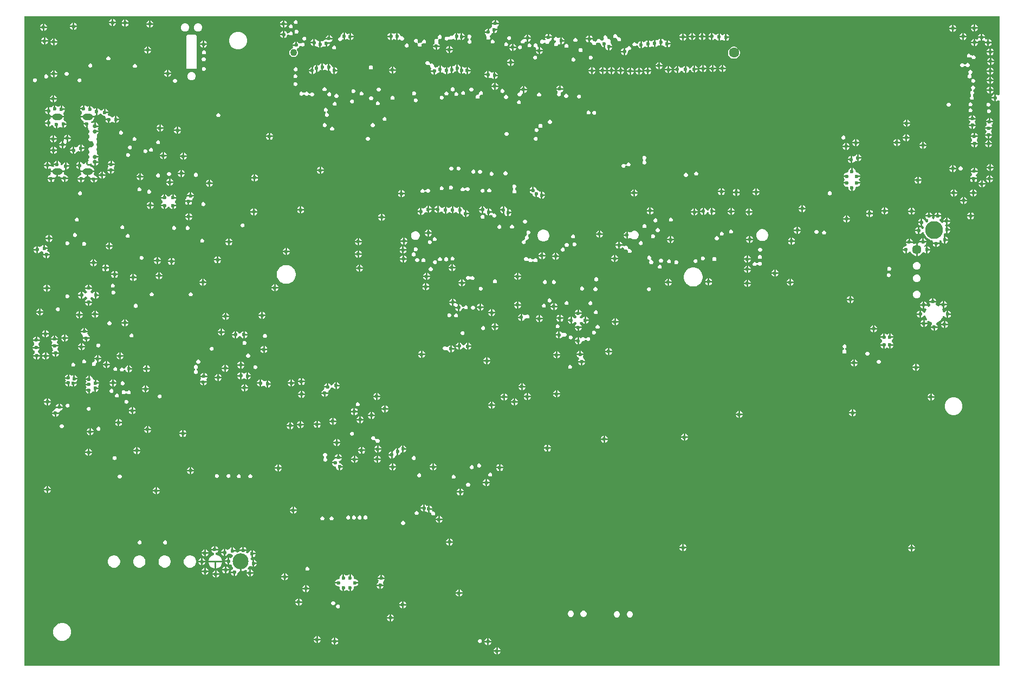
<source format=gbr>
%TF.GenerationSoftware,Altium Limited,Altium Designer,25.8.1 (18)*%
G04 Layer_Physical_Order=5*
G04 Layer_Color=16776960*
%FSLAX45Y45*%
%MOMM*%
%TF.SameCoordinates,716D66D7-A0E9-4909-A487-8E51579E39AF*%
%TF.FilePolarity,Positive*%
%TF.FileFunction,Copper,L5,Inr,Signal*%
%TF.Part,Single*%
G01*
G75*
%TA.AperFunction,ComponentPad*%
%ADD148C,1.10000*%
%ADD149C,1.60000*%
%ADD151C,1.45000*%
%ADD152C,2.80000*%
%ADD153C,0.65000*%
%ADD154O,1.60000X1.00000*%
%ADD155C,2.50000*%
%TA.AperFunction,ViaPad*%
%ADD161C,0.60000*%
G36*
X17777460Y11469034D02*
X17752060Y11460087D01*
X17742801Y11469346D01*
X17724120Y11477084D01*
Y11422380D01*
Y11367676D01*
X17742801Y11375414D01*
X17752060Y11384673D01*
X17777460Y11375726D01*
Y2542540D01*
X17774921Y2540000D01*
X2540000D01*
Y12700000D01*
X17777460D01*
Y11469034D01*
D02*
G37*
%LPC*%
G36*
X3931920Y12655644D02*
Y12613640D01*
X3973924D01*
X3966186Y12632321D01*
X3950601Y12647906D01*
X3931920Y12655644D01*
D02*
G37*
G36*
X3906520D02*
X3887839Y12647906D01*
X3872254Y12632321D01*
X3864516Y12613640D01*
X3906520D01*
Y12655644D01*
D02*
G37*
G36*
X4127500Y12650564D02*
Y12608560D01*
X4169504D01*
X4161766Y12627241D01*
X4146181Y12642826D01*
X4127500Y12650564D01*
D02*
G37*
G36*
X4102100D02*
X4083419Y12642826D01*
X4067834Y12627241D01*
X4060096Y12608560D01*
X4102100D01*
Y12650564D01*
D02*
G37*
G36*
X9912870Y12642944D02*
Y12600940D01*
X9954874D01*
X9947136Y12619621D01*
X9931551Y12635206D01*
X9912870Y12642944D01*
D02*
G37*
G36*
X9887470D02*
X9868788Y12635206D01*
X9853204Y12619621D01*
X9845466Y12600940D01*
X9887470D01*
Y12642944D01*
D02*
G37*
G36*
X6604000Y12635324D02*
Y12593320D01*
X6646004D01*
X6638266Y12612001D01*
X6622681Y12627586D01*
X6604000Y12635324D01*
D02*
G37*
G36*
X6578600D02*
X6559919Y12627586D01*
X6544334Y12612001D01*
X6536596Y12593320D01*
X6578600D01*
Y12635324D01*
D02*
G37*
G36*
X4514380Y12632784D02*
Y12590780D01*
X4556384D01*
X4548646Y12609461D01*
X4533062Y12625046D01*
X4514380Y12632784D01*
D02*
G37*
G36*
X4488980D02*
X4470299Y12625046D01*
X4454714Y12609461D01*
X4446976Y12590780D01*
X4488980D01*
Y12632784D01*
D02*
G37*
G36*
X6786067Y12640500D02*
X6773933D01*
X6762723Y12635856D01*
X6754143Y12627276D01*
X6749500Y12616067D01*
Y12603933D01*
X6754143Y12592723D01*
X6762723Y12584143D01*
X6773933Y12579500D01*
X6786067D01*
X6797276Y12584143D01*
X6805856Y12592723D01*
X6810500Y12603933D01*
Y12616067D01*
X6805856Y12627276D01*
X6797276Y12635856D01*
X6786067Y12640500D01*
D02*
G37*
G36*
X3322700Y12594704D02*
Y12552700D01*
X3364704D01*
X3356966Y12571382D01*
X3341382Y12586966D01*
X3322700Y12594704D01*
D02*
G37*
G36*
X3297300D02*
X3278619Y12586966D01*
X3263034Y12571382D01*
X3255296Y12552700D01*
X3297300D01*
Y12594704D01*
D02*
G37*
G36*
X3973924Y12588240D02*
X3931920D01*
Y12546236D01*
X3950601Y12553974D01*
X3966186Y12569559D01*
X3973924Y12588240D01*
D02*
G37*
G36*
X3906520D02*
X3864516D01*
X3872254Y12569559D01*
X3887839Y12553974D01*
X3906520Y12546236D01*
Y12588240D01*
D02*
G37*
G36*
X4169504Y12583160D02*
X4127500D01*
Y12541156D01*
X4146181Y12548894D01*
X4161766Y12564479D01*
X4169504Y12583160D01*
D02*
G37*
G36*
X4102100D02*
X4060096D01*
X4067834Y12564479D01*
X4083419Y12548894D01*
X4102100Y12541156D01*
Y12583160D01*
D02*
G37*
G36*
X2849880Y12581984D02*
Y12539980D01*
X2891884D01*
X2884146Y12558661D01*
X2868561Y12574246D01*
X2849880Y12581984D01*
D02*
G37*
G36*
X2824480D02*
X2805799Y12574246D01*
X2790214Y12558661D01*
X2782476Y12539980D01*
X2824480D01*
Y12581984D01*
D02*
G37*
G36*
X17396460Y12571824D02*
Y12529820D01*
X17438464D01*
X17430727Y12548501D01*
X17415141Y12564086D01*
X17396460Y12571824D01*
D02*
G37*
G36*
X17371060D02*
X17352379Y12564086D01*
X17336794Y12548501D01*
X17329056Y12529820D01*
X17371060D01*
Y12571824D01*
D02*
G37*
G36*
X6646004Y12567920D02*
X6604000D01*
Y12525916D01*
X6622681Y12533654D01*
X6638266Y12549239D01*
X6646004Y12567920D01*
D02*
G37*
G36*
X6578600D02*
X6536596D01*
X6544334Y12549239D01*
X6559919Y12533654D01*
X6578600Y12525916D01*
Y12567920D01*
D02*
G37*
G36*
X17061180Y12566744D02*
Y12524740D01*
X17103185D01*
X17095445Y12543421D01*
X17079861Y12559006D01*
X17061180Y12566744D01*
D02*
G37*
G36*
X17035780D02*
X17017099Y12559006D01*
X17001514Y12543421D01*
X16993776Y12524740D01*
X17035780D01*
Y12566744D01*
D02*
G37*
G36*
X4556384Y12565380D02*
X4514380D01*
Y12523376D01*
X4533062Y12531114D01*
X4548646Y12546699D01*
X4556384Y12565380D01*
D02*
G37*
G36*
X4488980D02*
X4446976D01*
X4454714Y12546699D01*
X4470299Y12531114D01*
X4488980Y12523376D01*
Y12565380D01*
D02*
G37*
G36*
X6708872Y12573314D02*
X6696738D01*
X6685529Y12568671D01*
X6676949Y12560091D01*
X6672305Y12548881D01*
Y12536748D01*
X6676949Y12525538D01*
X6685529Y12516958D01*
X6696738Y12512315D01*
X6708872D01*
X6720082Y12516958D01*
X6728662Y12525538D01*
X6733305Y12536748D01*
Y12548881D01*
X6728662Y12560091D01*
X6720082Y12568671D01*
X6708872Y12573314D01*
D02*
G37*
G36*
X9954874Y12575540D02*
X9845466D01*
X9850069Y12564426D01*
X9848168Y12536146D01*
X9832584Y12520561D01*
X9820543Y12501476D01*
X9801996Y12508036D01*
X9801300Y12508324D01*
Y12453620D01*
X9788600D01*
Y12440920D01*
X9733896D01*
X9740194Y12425714D01*
X9741634Y12422238D01*
X9756720Y12407152D01*
X9757259Y12406473D01*
X9762927Y12381140D01*
X9762308Y12377053D01*
X9758660Y12368247D01*
Y12356113D01*
X9763304Y12344903D01*
X9771883Y12336324D01*
X9783093Y12331680D01*
X9795227D01*
X9806437Y12336324D01*
X9815016Y12344903D01*
X9819660Y12356113D01*
Y12368247D01*
X9815848Y12377449D01*
X9815235Y12380653D01*
X9819911Y12406266D01*
X9820810Y12407483D01*
X9835566Y12422239D01*
X9847607Y12441324D01*
X9866154Y12434764D01*
X9866850Y12434476D01*
Y12489180D01*
X9879550D01*
Y12501880D01*
X9934254D01*
X9929650Y12512994D01*
X9931552Y12541274D01*
X9947136Y12556859D01*
X9954874Y12575540D01*
D02*
G37*
G36*
X3364704Y12527300D02*
X3322700D01*
Y12485296D01*
X3341382Y12493034D01*
X3356966Y12508619D01*
X3364704Y12527300D01*
D02*
G37*
G36*
X3297300D02*
X3255296D01*
X3263034Y12508619D01*
X3278619Y12493034D01*
X3297300Y12485296D01*
Y12527300D01*
D02*
G37*
G36*
X2891884Y12514580D02*
X2849880D01*
Y12472576D01*
X2868561Y12480314D01*
X2884146Y12495899D01*
X2891884Y12514580D01*
D02*
G37*
G36*
X2824480D02*
X2782476D01*
X2790214Y12495899D01*
X2805799Y12480314D01*
X2824480Y12472576D01*
Y12514580D01*
D02*
G37*
G36*
X9775900Y12508324D02*
X9757218Y12500586D01*
X9741634Y12485001D01*
X9733896Y12466320D01*
X9775900D01*
Y12508324D01*
D02*
G37*
G36*
X17438464Y12504420D02*
X17396460D01*
Y12462416D01*
X17415141Y12470154D01*
X17430727Y12485739D01*
X17438464Y12504420D01*
D02*
G37*
G36*
X17371060D02*
X17329056D01*
X17336794Y12485739D01*
X17352379Y12470154D01*
X17371060Y12462416D01*
Y12504420D01*
D02*
G37*
G36*
X5265357Y12586762D02*
X5240473D01*
X5217483Y12577239D01*
X5199888Y12559643D01*
X5190365Y12536654D01*
Y12511770D01*
X5199888Y12488780D01*
X5217483Y12471185D01*
X5240473Y12461662D01*
X5265357D01*
X5288346Y12471185D01*
X5305942Y12488780D01*
X5315465Y12511770D01*
Y12536654D01*
X5305942Y12559643D01*
X5288346Y12577239D01*
X5265357Y12586762D01*
D02*
G37*
G36*
X5062357D02*
X5037473D01*
X5014483Y12577239D01*
X4996888Y12559643D01*
X4987365Y12536654D01*
Y12511770D01*
X4996888Y12488780D01*
X5014483Y12471185D01*
X5037473Y12461662D01*
X5062357D01*
X5085346Y12471185D01*
X5102942Y12488780D01*
X5112465Y12511770D01*
Y12536654D01*
X5102942Y12559643D01*
X5085346Y12577239D01*
X5062357Y12586762D01*
D02*
G37*
G36*
X17035780Y12499340D02*
X16993776D01*
X17001514Y12480659D01*
X17017099Y12465074D01*
X17035780Y12457336D01*
Y12499340D01*
D02*
G37*
G36*
X17103185D02*
X17061180D01*
Y12457336D01*
X17079861Y12465074D01*
X17095445Y12480659D01*
X17103185Y12499340D01*
D02*
G37*
G36*
X9934254Y12476480D02*
X9892250D01*
Y12434476D01*
X9910931Y12442214D01*
X9926516Y12457799D01*
X9934254Y12476480D01*
D02*
G37*
G36*
X6798027Y12489200D02*
X6785893D01*
X6774683Y12484556D01*
X6766104Y12475977D01*
X6761460Y12464767D01*
Y12452633D01*
X6766104Y12441423D01*
X6774683Y12432844D01*
X6785893Y12428200D01*
X6798027D01*
X6809237Y12432844D01*
X6817816Y12441423D01*
X6822460Y12452633D01*
Y12464767D01*
X6817816Y12475977D01*
X6809237Y12484556D01*
X6798027Y12489200D01*
D02*
G37*
G36*
X6581140Y12467684D02*
X6562459Y12459946D01*
X6546874Y12444361D01*
X6539136Y12425680D01*
X6581140D01*
Y12467684D01*
D02*
G37*
G36*
X6606540D02*
Y12412980D01*
Y12358276D01*
X6625221Y12366014D01*
X6640806Y12381599D01*
X6649240Y12401960D01*
X6649240Y12411702D01*
X6673673Y12417133D01*
X6677203Y12413663D01*
X6679415Y12411452D01*
X6685783Y12405084D01*
X6696993Y12400440D01*
X6709127D01*
X6720337Y12405084D01*
X6728916Y12413664D01*
X6733560Y12424873D01*
Y12437007D01*
X6728916Y12448217D01*
X6720337Y12456797D01*
X6709127Y12461440D01*
X6696993D01*
X6685783Y12456797D01*
X6677204Y12448217D01*
X6672560Y12437007D01*
X6670626Y12434016D01*
X6646136Y12431495D01*
X6640806Y12444361D01*
X6625221Y12459946D01*
X6606540Y12467684D01*
D02*
G37*
G36*
X8257540Y12439744D02*
X8238859Y12432006D01*
X8223274Y12416421D01*
X8215536Y12397740D01*
X8257540D01*
Y12439744D01*
D02*
G37*
G36*
X9283700Y12437204D02*
X9265019Y12429466D01*
X9249434Y12413881D01*
X9247420Y12409018D01*
X9244192Y12406222D01*
X9217809Y12396850D01*
X9217026Y12396962D01*
X9216961Y12396989D01*
X9204827D01*
X9193618Y12392346D01*
X9185038Y12383766D01*
X9184428Y12382294D01*
X9184208Y12382150D01*
X9157315Y12376686D01*
X9156747Y12376788D01*
X9155801Y12377735D01*
X9144591Y12382378D01*
X9132457D01*
X9121248Y12377735D01*
X9112668Y12369155D01*
X9108024Y12357945D01*
Y12345811D01*
X9112668Y12334602D01*
X9121248Y12326022D01*
X9132457Y12321378D01*
X9144591D01*
X9155801Y12326022D01*
X9164381Y12334602D01*
X9164990Y12336073D01*
X9165210Y12336217D01*
X9192103Y12341681D01*
X9192671Y12341579D01*
X9193618Y12340633D01*
X9204827Y12335989D01*
X9216961D01*
X9228171Y12340632D01*
X9241704Y12347307D01*
X9260464Y12340088D01*
X9265019Y12335534D01*
X9283700Y12327796D01*
Y12382500D01*
Y12437204D01*
D02*
G37*
G36*
X17223740D02*
Y12395200D01*
X17265744D01*
X17258006Y12413881D01*
X17242421Y12429466D01*
X17223740Y12437204D01*
D02*
G37*
G36*
X17198340D02*
X17179659Y12429466D01*
X17164075Y12413881D01*
X17156335Y12395200D01*
X17198340D01*
Y12437204D01*
D02*
G37*
G36*
X13271500D02*
X13252818Y12429466D01*
X13237234Y12413881D01*
X13229495Y12395200D01*
X13271500D01*
Y12437204D01*
D02*
G37*
G36*
X13144501D02*
Y12395200D01*
X13186504D01*
X13178766Y12413881D01*
X13163181Y12429466D01*
X13144501Y12437204D01*
D02*
G37*
G36*
X13119099D02*
X13100420Y12429466D01*
X13084834Y12413881D01*
X13077097Y12395200D01*
X13119099D01*
Y12437204D01*
D02*
G37*
G36*
X9383180Y12437064D02*
Y12395060D01*
X9425184D01*
X9417446Y12413741D01*
X9401862Y12429326D01*
X9383180Y12437064D01*
D02*
G37*
G36*
X12989560Y12434664D02*
Y12392660D01*
X13031564D01*
X13023827Y12411341D01*
X13008241Y12426926D01*
X12989560Y12434664D01*
D02*
G37*
G36*
X12964160D02*
X12945479Y12426926D01*
X12929893Y12411341D01*
X12922156Y12392660D01*
X12964160D01*
Y12434664D01*
D02*
G37*
G36*
X7645400D02*
Y12392660D01*
X7687404D01*
X7679666Y12411341D01*
X7664081Y12426926D01*
X7645400Y12434664D01*
D02*
G37*
G36*
X12847321Y12432124D02*
Y12390120D01*
X12889323D01*
X12881586Y12408801D01*
X12866000Y12424386D01*
X12847321Y12432124D01*
D02*
G37*
G36*
X12821919D02*
X12803239Y12424386D01*
X12787654Y12408801D01*
X12779916Y12390120D01*
X12821919D01*
Y12432124D01*
D02*
G37*
G36*
X17510760Y12424504D02*
Y12382500D01*
X17552763D01*
X17545026Y12401181D01*
X17529440Y12416766D01*
X17510760Y12424504D01*
D02*
G37*
G36*
X17485361D02*
X17466679Y12416766D01*
X17451094Y12401181D01*
X17443356Y12382500D01*
X17485361D01*
Y12424504D01*
D02*
G37*
G36*
X13512801D02*
Y12382500D01*
X13554803D01*
X13547066Y12401181D01*
X13531480Y12416766D01*
X13512801Y12424504D01*
D02*
G37*
G36*
X10740692D02*
Y12382500D01*
X10782696D01*
X10774958Y12401181D01*
X10759373Y12416766D01*
X10740692Y12424504D01*
D02*
G37*
G36*
X10715292D02*
X10696610Y12416766D01*
X10681026Y12401181D01*
X10673288Y12382500D01*
X10715292D01*
Y12424504D01*
D02*
G37*
G36*
X10416540Y12411804D02*
Y12369800D01*
X10458544D01*
X10450806Y12388481D01*
X10435221Y12404066D01*
X10416540Y12411804D01*
D02*
G37*
G36*
X10391140D02*
X10372459Y12404066D01*
X10356874Y12388481D01*
X10349136Y12369800D01*
X10391140D01*
Y12411804D01*
D02*
G37*
G36*
X7315200Y12404704D02*
Y12362700D01*
X7357204D01*
X7349466Y12381381D01*
X7333881Y12396966D01*
X7315200Y12404704D01*
D02*
G37*
G36*
X7289800D02*
X7271119Y12396966D01*
X7255534Y12381381D01*
X7247796Y12362700D01*
X7289800D01*
Y12404704D01*
D02*
G37*
G36*
X6581140Y12400280D02*
X6539136D01*
X6546874Y12381599D01*
X6562459Y12366014D01*
X6581140Y12358276D01*
Y12400280D01*
D02*
G37*
G36*
X11381740Y12399104D02*
Y12357100D01*
X11423744D01*
X11416006Y12375781D01*
X11400421Y12391366D01*
X11381740Y12399104D01*
D02*
G37*
G36*
X11356340D02*
X11337659Y12391366D01*
X11322074Y12375781D01*
X11314336Y12357100D01*
X11356340D01*
Y12399104D01*
D02*
G37*
G36*
X9038307Y12407920D02*
X9026173D01*
X9014963Y12403276D01*
X9006384Y12394697D01*
X9001740Y12383487D01*
Y12371353D01*
X9004991Y12363505D01*
X8997940Y12352553D01*
X8987876Y12343504D01*
X8983375Y12345368D01*
X8971241D01*
X8960032Y12340725D01*
X8951452Y12332145D01*
X8946808Y12320935D01*
Y12308801D01*
X8948412Y12304929D01*
X8947518Y12277066D01*
X8931934Y12261481D01*
X8924196Y12242800D01*
X9033604D01*
X9025866Y12261481D01*
X9010282Y12277066D01*
X9006670Y12306055D01*
X9007808Y12308801D01*
Y12320935D01*
X9004558Y12328783D01*
X9011608Y12339735D01*
X9021672Y12348784D01*
X9026173Y12346920D01*
X9038307D01*
X9049517Y12351564D01*
X9058096Y12360143D01*
X9062740Y12371353D01*
Y12383487D01*
X9058096Y12394697D01*
X9049517Y12403276D01*
X9038307Y12407920D01*
D02*
G37*
G36*
X7526020Y12444204D02*
X7507339Y12436466D01*
X7491754Y12420881D01*
X7483320Y12400520D01*
Y12395826D01*
X7479679Y12377147D01*
X7466613Y12372360D01*
X7455403Y12367716D01*
X7446824Y12359137D01*
X7442180Y12347927D01*
Y12335793D01*
X7446824Y12324583D01*
X7455403Y12316004D01*
X7466613Y12311360D01*
X7478747D01*
X7489957Y12316004D01*
X7498536Y12324583D01*
X7504005Y12335736D01*
X7526020Y12334216D01*
Y12389500D01*
Y12444204D01*
D02*
G37*
G36*
X17485361Y12357100D02*
X17443356D01*
X17446346Y12349884D01*
X17447803Y12346366D01*
X17426270Y12331979D01*
X17424043Y12334203D01*
X17420221Y12338026D01*
X17401540Y12345764D01*
Y12303760D01*
X17443544D01*
X17440555Y12310976D01*
X17439098Y12314494D01*
X17460631Y12328881D01*
X17462856Y12326657D01*
X17466679Y12322834D01*
X17485361Y12315096D01*
Y12357100D01*
D02*
G37*
G36*
X8257540Y12372340D02*
X8215536D01*
X8223274Y12353659D01*
X8238859Y12338074D01*
X8257540Y12330336D01*
Y12372340D01*
D02*
G37*
G36*
X10939780Y12371164D02*
Y12329160D01*
X10981784D01*
X10974046Y12347841D01*
X10958461Y12363426D01*
X10939780Y12371164D01*
D02*
G37*
G36*
X10120347Y12390140D02*
X10108213D01*
X10097003Y12385496D01*
X10088424Y12376917D01*
X10083780Y12365707D01*
Y12353573D01*
X10088424Y12342363D01*
X10097003Y12333784D01*
X10108213Y12329140D01*
X10120347D01*
X10131557Y12333784D01*
X10140136Y12342363D01*
X10144780Y12353573D01*
Y12365707D01*
X10140136Y12376917D01*
X10131557Y12385496D01*
X10120347Y12390140D01*
D02*
G37*
G36*
X13271500Y12369800D02*
X13229495D01*
X13237234Y12351119D01*
X13252818Y12335534D01*
X13271500Y12327796D01*
Y12369800D01*
D02*
G37*
G36*
X13186504D02*
X13144501D01*
Y12327796D01*
X13163181Y12335534D01*
X13178766Y12351119D01*
X13186504Y12369800D01*
D02*
G37*
G36*
X13119099D02*
X13077097D01*
X13084834Y12351119D01*
X13100420Y12335534D01*
X13119099Y12327796D01*
Y12369800D01*
D02*
G37*
G36*
X17265744D02*
X17223740D01*
Y12327796D01*
X17242421Y12335534D01*
X17258006Y12351119D01*
X17265744Y12369800D01*
D02*
G37*
G36*
X17198340D02*
X17156335D01*
X17164075Y12351119D01*
X17179659Y12335534D01*
X17198340Y12327796D01*
Y12369800D01*
D02*
G37*
G36*
X8282940Y12439744D02*
Y12385040D01*
Y12330336D01*
X8301621Y12338074D01*
X8306322Y12342774D01*
X8317254Y12351118D01*
X8332839Y12335534D01*
X8351520Y12327796D01*
Y12382500D01*
Y12437204D01*
X8332839Y12429466D01*
X8304532Y12429096D01*
X8301621Y12432006D01*
X8282940Y12439744D01*
D02*
G37*
G36*
X9425184Y12369660D02*
X9383180D01*
Y12327656D01*
X9401862Y12335394D01*
X9417446Y12350979D01*
X9425184Y12369660D01*
D02*
G37*
G36*
X9309100Y12437204D02*
Y12382500D01*
Y12327796D01*
X9327781Y12335534D01*
X9333370Y12341123D01*
X9339099Y12335394D01*
X9357780Y12327656D01*
Y12382360D01*
Y12437064D01*
X9339099Y12429326D01*
X9333510Y12423737D01*
X9327781Y12429466D01*
X9309100Y12437204D01*
D02*
G37*
G36*
X10782696Y12357100D02*
X10673288D01*
X10681026Y12338419D01*
X10681920Y12337524D01*
X10678066Y12329374D01*
X10674412Y12327593D01*
X10648335Y12325918D01*
X10647177Y12327076D01*
X10635967Y12331720D01*
X10623833D01*
X10612623Y12327076D01*
X10604044Y12318497D01*
X10599400Y12307287D01*
Y12295153D01*
X10604044Y12283943D01*
X10612623Y12275364D01*
X10623833Y12270720D01*
X10635967D01*
X10647177Y12275364D01*
X10655756Y12283943D01*
X10657184Y12287389D01*
X10657440Y12287439D01*
X10683630Y12284863D01*
X10685324Y12280775D01*
X10693903Y12272195D01*
X10705113Y12267552D01*
X10717247D01*
X10728457Y12272195D01*
X10737036Y12280775D01*
X10741680Y12291985D01*
Y12304118D01*
X10759373Y12322834D01*
X10774958Y12338419D01*
X10782696Y12357100D01*
D02*
G37*
G36*
X13031564Y12367260D02*
X12989560D01*
Y12325256D01*
X13008241Y12332994D01*
X13023827Y12348579D01*
X13031564Y12367260D01*
D02*
G37*
G36*
X12964160D02*
X12922156D01*
X12929893Y12348579D01*
X12945479Y12332994D01*
X12964160Y12325256D01*
Y12367260D01*
D02*
G37*
G36*
X7687404D02*
X7645400D01*
Y12325256D01*
X7664081Y12332994D01*
X7679666Y12348579D01*
X7687404Y12367260D01*
D02*
G37*
G36*
X7551420Y12444204D02*
Y12389500D01*
Y12334796D01*
X7562115Y12339226D01*
X7585734Y12348578D01*
X7601319Y12332994D01*
X7620000Y12325256D01*
Y12379960D01*
Y12434664D01*
X7609305Y12430234D01*
X7585686Y12420882D01*
X7570101Y12436466D01*
X7551420Y12444204D01*
D02*
G37*
G36*
X12473940Y12348304D02*
X12455259Y12340566D01*
X12439674Y12324982D01*
X12412770Y12326403D01*
X12402820Y12330524D01*
Y12275820D01*
Y12221116D01*
X12421501Y12228854D01*
X12437086Y12244438D01*
X12463990Y12243017D01*
X12473940Y12238896D01*
Y12293600D01*
Y12348304D01*
D02*
G37*
G36*
X2867660Y12366084D02*
Y12324080D01*
X2909664D01*
X2901926Y12342761D01*
X2886341Y12358346D01*
X2867660Y12366084D01*
D02*
G37*
G36*
X2842260D02*
X2823579Y12358346D01*
X2807994Y12342761D01*
X2800256Y12324080D01*
X2842260D01*
Y12366084D01*
D02*
G37*
G36*
X12889323Y12364720D02*
X12847321D01*
Y12322716D01*
X12866000Y12330454D01*
X12881586Y12346039D01*
X12889323Y12364720D01*
D02*
G37*
G36*
X12821919D02*
X12779916D01*
X12787654Y12346039D01*
X12803239Y12330454D01*
X12821919Y12322716D01*
Y12364720D01*
D02*
G37*
G36*
X8376920Y12437204D02*
Y12382500D01*
Y12327796D01*
X8395601Y12335534D01*
X8414564Y12334743D01*
X8423143Y12326164D01*
X8434353Y12321520D01*
X8446487D01*
X8457697Y12326164D01*
X8466276Y12334743D01*
X8470920Y12345953D01*
Y12358087D01*
X8466276Y12369297D01*
X8457697Y12377876D01*
X8446487Y12382520D01*
X8434353D01*
X8415947Y12402388D01*
X8411186Y12413881D01*
X8395601Y12429466D01*
X8376920Y12437204D01*
D02*
G37*
G36*
X13296899D02*
Y12382500D01*
Y12327796D01*
X13315581Y12335534D01*
X13322099Y12342053D01*
X13345872Y12343331D01*
X13352864Y12339629D01*
X13364578Y12327914D01*
X13383260Y12320176D01*
Y12374880D01*
Y12429584D01*
X13364578Y12421846D01*
X13358060Y12415327D01*
X13334286Y12414049D01*
X13327296Y12417751D01*
X13315581Y12429466D01*
X13296899Y12437204D01*
D02*
G37*
G36*
X11624027Y12402840D02*
X11611893D01*
X11600683Y12398196D01*
X11592104Y12389617D01*
X11587460Y12378407D01*
Y12366273D01*
X11592104Y12355063D01*
X11595627Y12351540D01*
X11589797Y12328642D01*
X11589532Y12327925D01*
X11588227Y12325753D01*
X11572260Y12319140D01*
X11562977Y12320378D01*
X11544176Y12329005D01*
X11542216Y12333737D01*
X11533637Y12342316D01*
X11522427Y12346960D01*
X11510293D01*
X11499083Y12342316D01*
X11490504Y12333737D01*
X11485860Y12322527D01*
Y12316794D01*
X11466833Y12305426D01*
X11462394Y12304267D01*
X11451307Y12308860D01*
X11441776D01*
X11432561Y12317275D01*
X11422875Y12329602D01*
X11423744Y12331700D01*
X11381740D01*
Y12289696D01*
X11391274Y12293645D01*
X11398604Y12290765D01*
X11413745Y12279319D01*
X11414740Y12277965D01*
Y12272293D01*
X11419384Y12261083D01*
X11427963Y12252504D01*
X11439173Y12247860D01*
X11451307D01*
X11462517Y12252504D01*
X11471096Y12261083D01*
X11475740Y12272293D01*
Y12278026D01*
X11494767Y12289394D01*
X11499206Y12290553D01*
X11510293Y12285960D01*
X11521120D01*
X11522813Y12285660D01*
X11544780Y12268560D01*
Y12259720D01*
X11553214Y12239359D01*
X11568799Y12223774D01*
X11587480Y12216036D01*
Y12270740D01*
X11612880D01*
Y12213041D01*
X11626626Y12194237D01*
X11626874Y12193639D01*
X11642459Y12178054D01*
X11661140Y12170316D01*
Y12225020D01*
X11673840D01*
Y12237720D01*
X11728544D01*
X11720806Y12256401D01*
X11705222Y12271986D01*
X11701178Y12284350D01*
X11699340Y12301915D01*
X11701800Y12307853D01*
Y12319987D01*
X11697156Y12331197D01*
X11688577Y12339776D01*
X11677367Y12344420D01*
X11665233D01*
X11647806Y12364694D01*
X11648460Y12366273D01*
Y12378407D01*
X11643816Y12389617D01*
X11635237Y12398196D01*
X11624027Y12402840D01*
D02*
G37*
G36*
X6919947Y12379980D02*
X6907813D01*
X6896603Y12375336D01*
X6888024Y12366757D01*
X6883380Y12355547D01*
Y12343413D01*
X6888024Y12332203D01*
X6896603Y12323624D01*
X6907813Y12318980D01*
X6919947D01*
X6931157Y12323624D01*
X6939736Y12332203D01*
X6944380Y12343413D01*
Y12355547D01*
X6939736Y12366757D01*
X6931157Y12375336D01*
X6919947Y12379980D01*
D02*
G37*
G36*
X13554803Y12357100D02*
X13512801D01*
Y12315096D01*
X13531480Y12322834D01*
X13547066Y12338419D01*
X13554803Y12357100D01*
D02*
G37*
G36*
X13408659Y12429584D02*
Y12374880D01*
Y12320176D01*
X13427341Y12327914D01*
X13429216Y12329789D01*
X13450943Y12337628D01*
X13462083Y12329469D01*
X13468719Y12322834D01*
X13487399Y12315096D01*
Y12369800D01*
Y12424504D01*
X13468719Y12416766D01*
X13466844Y12414891D01*
X13445117Y12407052D01*
X13433977Y12415211D01*
X13427341Y12421846D01*
X13408659Y12429584D01*
D02*
G37*
G36*
X3012440Y12353384D02*
Y12311380D01*
X3054444D01*
X3046706Y12330061D01*
X3031121Y12345646D01*
X3012440Y12353384D01*
D02*
G37*
G36*
X2987040D02*
X2968359Y12345646D01*
X2952774Y12330061D01*
X2945036Y12311380D01*
X2987040D01*
Y12353384D01*
D02*
G37*
G36*
X7357204Y12337300D02*
X7244429D01*
X7225398Y12325326D01*
X7209814Y12309742D01*
X7182910Y12311163D01*
X7172960Y12315284D01*
Y12260580D01*
Y12205876D01*
X7191641Y12213614D01*
X7207226Y12229198D01*
X7234130Y12227777D01*
X7244080Y12223656D01*
Y12278360D01*
X7256780D01*
Y12291060D01*
X7314851D01*
X7333882Y12303034D01*
X7349466Y12318618D01*
X7357204Y12337300D01*
D02*
G37*
G36*
X11778981Y12418080D02*
X11766848D01*
X11755638Y12413436D01*
X11747058Y12404857D01*
X11742415Y12393647D01*
Y12381513D01*
X11747058Y12370303D01*
X11755638Y12361724D01*
X11766848Y12357080D01*
X11778981D01*
X11781069Y12357945D01*
X11791532Y12352051D01*
X11803360Y12341706D01*
Y12333253D01*
X11808004Y12322043D01*
X11816583Y12313464D01*
X11827793Y12308820D01*
X11839927D01*
X11851137Y12313464D01*
X11859716Y12322043D01*
X11864360Y12333253D01*
Y12345387D01*
X11859716Y12356597D01*
X11851137Y12365176D01*
X11839927Y12369820D01*
X11827793D01*
X11825705Y12368955D01*
X11815243Y12374849D01*
X11803414Y12385194D01*
Y12393647D01*
X11798771Y12404857D01*
X11790191Y12413436D01*
X11778981Y12418080D01*
D02*
G37*
G36*
X12377420Y12330524D02*
X12358739Y12322786D01*
X12350834Y12314881D01*
X12342173Y12307473D01*
X12318492Y12314035D01*
X12317361Y12315166D01*
X12298680Y12322904D01*
Y12268200D01*
Y12213496D01*
X12317361Y12221234D01*
X12325266Y12229139D01*
X12333927Y12236547D01*
X12357608Y12229985D01*
X12358739Y12228854D01*
X12377420Y12221116D01*
Y12275820D01*
Y12330524D01*
D02*
G37*
G36*
X17376140Y12345764D02*
X17357458Y12338026D01*
X17341875Y12322441D01*
X17334135Y12303760D01*
X17376140D01*
Y12345764D01*
D02*
G37*
G36*
X10458544Y12344400D02*
X10416540D01*
Y12302396D01*
X10435221Y12310134D01*
X10450806Y12325719D01*
X10458544Y12344400D01*
D02*
G37*
G36*
X10391140D02*
X10340691D01*
X10338136Y12340690D01*
X10325843Y12334260D01*
X10321573D01*
X10310363Y12329616D01*
X10301784Y12321037D01*
X10297140Y12309827D01*
Y12297693D01*
X10301784Y12286483D01*
X10310363Y12277904D01*
X10321573Y12273260D01*
X10333707D01*
X10344917Y12277904D01*
X10353496Y12286483D01*
X10355655Y12291694D01*
X10362291Y12298976D01*
X10383540Y12305544D01*
X10391140Y12302396D01*
Y12344400D01*
D02*
G37*
G36*
X17614900Y12343224D02*
Y12301220D01*
X17656905D01*
X17649165Y12319901D01*
X17633582Y12335486D01*
X17614900Y12343224D01*
D02*
G37*
G36*
X17552763Y12357100D02*
X17510760D01*
Y12315096D01*
X17528854Y12322591D01*
X17531168Y12321565D01*
X17550146Y12307617D01*
X17547496Y12301220D01*
X17589500D01*
Y12343224D01*
X17571405Y12335729D01*
X17569093Y12336755D01*
X17550114Y12350703D01*
X17552763Y12357100D01*
D02*
G37*
G36*
X7056120Y12343224D02*
X7037439Y12335486D01*
X7021854Y12319901D01*
X7014116Y12301220D01*
X7056120D01*
Y12343224D01*
D02*
G37*
G36*
X11156667Y12359660D02*
X11144533D01*
X11133323Y12355016D01*
X11124744Y12346437D01*
X11120100Y12335227D01*
Y12323093D01*
X11124744Y12311883D01*
X11133323Y12303304D01*
X11144533Y12298660D01*
X11156667D01*
X11167877Y12303304D01*
X11176456Y12311883D01*
X11181100Y12323093D01*
Y12335227D01*
X11176456Y12346437D01*
X11167877Y12355016D01*
X11156667Y12359660D01*
D02*
G37*
G36*
X12273280Y12322904D02*
X12254599Y12315166D01*
X12240344Y12300911D01*
X12239010Y12299581D01*
X12210632Y12297435D01*
X12208141Y12299926D01*
X12189460Y12307664D01*
Y12252960D01*
Y12198256D01*
X12208141Y12205994D01*
X12222396Y12220249D01*
X12223730Y12221579D01*
X12252108Y12223725D01*
X12254599Y12221234D01*
X12273280Y12213496D01*
Y12268200D01*
Y12322904D01*
D02*
G37*
G36*
X11356340Y12331700D02*
X11314336D01*
X11322074Y12313019D01*
X11337659Y12297434D01*
X11356340Y12289696D01*
Y12331700D01*
D02*
G37*
G36*
X12595860Y12322904D02*
Y12280900D01*
X12637864D01*
X12630126Y12299581D01*
X12614541Y12315166D01*
X12595860Y12322904D01*
D02*
G37*
G36*
X5354320Y12317824D02*
Y12275820D01*
X5396324D01*
X5388586Y12294501D01*
X5373001Y12310086D01*
X5354320Y12317824D01*
D02*
G37*
G36*
X5328920D02*
X5310239Y12310086D01*
X5294654Y12294501D01*
X5286916Y12275820D01*
X5328920D01*
Y12317824D01*
D02*
G37*
G36*
X9863807Y12334260D02*
X9851673D01*
X9840463Y12329616D01*
X9831884Y12321037D01*
X9827240Y12309827D01*
Y12297693D01*
X9831884Y12286483D01*
X9840463Y12277904D01*
X9851673Y12273260D01*
X9863807D01*
X9875017Y12277904D01*
X9883596Y12286483D01*
X9888240Y12297693D01*
Y12309827D01*
X9883596Y12321037D01*
X9875017Y12329616D01*
X9863807Y12334260D01*
D02*
G37*
G36*
X8666368Y12345655D02*
X8654235D01*
X8643025Y12341012D01*
X8634445Y12332432D01*
X8629802Y12321222D01*
Y12309089D01*
X8634445Y12297879D01*
X8643025Y12289299D01*
X8654235Y12284656D01*
X8666368D01*
X8672751Y12287299D01*
X8687482Y12273588D01*
X8690646Y12269180D01*
X8686440Y12259027D01*
Y12246893D01*
X8691084Y12235683D01*
X8699664Y12227104D01*
X8710873Y12222460D01*
X8723007D01*
X8734217Y12227104D01*
X8742797Y12235683D01*
X8747440Y12246893D01*
X8747440Y12255960D01*
X8748302Y12262299D01*
X8748865Y12264435D01*
X8776006Y12274829D01*
X8779793Y12273260D01*
X8791927D01*
X8803137Y12277904D01*
X8811716Y12286483D01*
X8816360Y12297693D01*
Y12309827D01*
X8811716Y12321037D01*
X8803137Y12329616D01*
X8791927Y12334260D01*
X8779793D01*
X8768583Y12329616D01*
X8760004Y12321037D01*
X8755360Y12309827D01*
X8755360Y12300760D01*
X8754498Y12294421D01*
X8753935Y12292285D01*
X8726794Y12281891D01*
X8723007Y12283460D01*
X8710873D01*
X8704491Y12280816D01*
X8689760Y12294527D01*
X8686596Y12298936D01*
X8690802Y12309089D01*
Y12321222D01*
X8686158Y12332432D01*
X8677578Y12341012D01*
X8666368Y12345655D01*
D02*
G37*
G36*
X12164060Y12307664D02*
X12145379Y12299926D01*
X12129794Y12284341D01*
X12124748Y12272160D01*
X12118441Y12271384D01*
X12098302Y12274686D01*
X12095936Y12280397D01*
X12087357Y12288976D01*
X12076147Y12293620D01*
X12064013D01*
X12052803Y12288976D01*
X12044224Y12280397D01*
X12039580Y12269187D01*
Y12257053D01*
X12044224Y12245843D01*
X12052803Y12237264D01*
X12064013Y12232620D01*
X12076147D01*
X12087357Y12237264D01*
X12095936Y12245843D01*
X12095960Y12245900D01*
X12119378Y12242249D01*
X12121586Y12241394D01*
X12129794Y12221579D01*
X12145379Y12205994D01*
X12164060Y12198256D01*
Y12252960D01*
Y12307664D01*
D02*
G37*
G36*
X9500587Y12413000D02*
X9488453D01*
X9477243Y12408356D01*
X9468664Y12399777D01*
X9464020Y12388567D01*
Y12376433D01*
X9468664Y12365223D01*
X9477243Y12356644D01*
X9481017Y12355080D01*
X9483301Y12328534D01*
X9479783Y12327076D01*
X9471204Y12318497D01*
X9466560Y12307287D01*
Y12295153D01*
X9471204Y12283943D01*
X9479783Y12275364D01*
X9490993Y12270720D01*
X9503127D01*
X9514337Y12275364D01*
X9522916Y12283943D01*
X9527560Y12295153D01*
Y12307287D01*
X9522916Y12318497D01*
X9514337Y12327076D01*
X9510563Y12328640D01*
X9508279Y12355186D01*
X9511797Y12356644D01*
X9520376Y12365223D01*
X9525020Y12376433D01*
Y12388567D01*
X9520376Y12399777D01*
X9511797Y12408356D01*
X9500587Y12413000D01*
D02*
G37*
G36*
X10981784Y12303760D02*
X10939780D01*
Y12261756D01*
X10958461Y12269494D01*
X10974046Y12285079D01*
X10981784Y12303760D01*
D02*
G37*
G36*
X10851867Y12377440D02*
X10839733D01*
X10828523Y12372796D01*
X10819944Y12364217D01*
X10815300Y12353007D01*
Y12340873D01*
X10819944Y12329663D01*
X10828523Y12321084D01*
X10839733Y12316440D01*
X10842177D01*
X10842273Y12291080D01*
X10831063Y12286436D01*
X10822484Y12277857D01*
X10817840Y12266647D01*
Y12254513D01*
X10822484Y12243303D01*
X10831063Y12234724D01*
X10842273Y12230080D01*
X10854407D01*
X10865617Y12234724D01*
X10874196Y12243303D01*
X10877644Y12251627D01*
X10881999Y12255936D01*
X10904240Y12265956D01*
X10914380Y12261756D01*
Y12316460D01*
Y12371164D01*
X10898924Y12364762D01*
X10895699Y12363426D01*
X10895696D01*
X10871656Y12364217D01*
X10863077Y12372796D01*
X10851867Y12377440D01*
D02*
G37*
G36*
X6774180Y12302584D02*
X6755499Y12294846D01*
X6739914Y12279261D01*
X6732176Y12260580D01*
X6774180D01*
Y12302584D01*
D02*
G37*
G36*
X2909664Y12298680D02*
X2867660D01*
Y12256676D01*
X2886341Y12264414D01*
X2901926Y12279999D01*
X2909664Y12298680D01*
D02*
G37*
G36*
X2842260D02*
X2800256D01*
X2807994Y12279999D01*
X2823579Y12264414D01*
X2842260Y12256676D01*
Y12298680D01*
D02*
G37*
G36*
X3054444Y12285980D02*
X3012440D01*
Y12243976D01*
X3031121Y12251714D01*
X3046706Y12267299D01*
X3054444Y12285980D01*
D02*
G37*
G36*
X2987040D02*
X2945036D01*
X2952774Y12267299D01*
X2968359Y12251714D01*
X2987040Y12243976D01*
Y12285980D01*
D02*
G37*
G36*
X17443544Y12278360D02*
X17401540D01*
Y12236356D01*
X17420221Y12244094D01*
X17435806Y12259679D01*
X17443544Y12278360D01*
D02*
G37*
G36*
X17376140D02*
X17334135D01*
X17341875Y12259679D01*
X17357458Y12244094D01*
X17376140Y12236356D01*
Y12278360D01*
D02*
G37*
G36*
X7056120Y12275820D02*
X7014116D01*
X7021854Y12257139D01*
X7037439Y12241554D01*
X7056120Y12233816D01*
Y12275820D01*
D02*
G37*
G36*
X17656905D02*
X17614900D01*
Y12233816D01*
X17633582Y12241554D01*
X17649165Y12257139D01*
X17656905Y12275820D01*
D02*
G37*
G36*
X17589500D02*
X17547496D01*
X17555234Y12257139D01*
X17570819Y12241554D01*
X17589500Y12233816D01*
Y12275820D01*
D02*
G37*
G36*
X10074627Y12293620D02*
X10062493D01*
X10051283Y12288976D01*
X10042704Y12280397D01*
X10038060Y12269187D01*
Y12257053D01*
X10042704Y12245843D01*
X10051283Y12237264D01*
X10062493Y12232620D01*
X10074627D01*
X10085837Y12237264D01*
X10094416Y12245843D01*
X10099060Y12257053D01*
Y12269187D01*
X10094416Y12280397D01*
X10085837Y12288976D01*
X10074627Y12293620D01*
D02*
G37*
G36*
X10182860Y12269564D02*
Y12227560D01*
X10224864D01*
X10217126Y12246241D01*
X10201541Y12261826D01*
X10182860Y12269564D01*
D02*
G37*
G36*
X10157460D02*
X10138779Y12261826D01*
X10123194Y12246241D01*
X10115456Y12227560D01*
X10157460D01*
Y12269564D01*
D02*
G37*
G36*
X6799580Y12302584D02*
Y12247880D01*
X6786880D01*
Y12235180D01*
X6732176D01*
X6737698Y12221848D01*
X6737788Y12219189D01*
X6731913Y12202531D01*
X6726831Y12193660D01*
X6721253Y12192166D01*
X6705747Y12183213D01*
X6693087Y12170553D01*
X6684134Y12155047D01*
X6679500Y12137752D01*
Y12119848D01*
X6684134Y12102553D01*
X6693087Y12087047D01*
X6705747Y12074387D01*
X6721253Y12065434D01*
X6738548Y12060800D01*
X6756452D01*
X6773747Y12065434D01*
X6789253Y12074387D01*
X6801913Y12087047D01*
X6810866Y12102553D01*
X6815500Y12119848D01*
Y12137752D01*
X6810866Y12155047D01*
X6802802Y12169014D01*
X6802705Y12173023D01*
X6810633Y12197754D01*
X6818261Y12200914D01*
X6833846Y12216499D01*
X6840162Y12231747D01*
X6853440Y12236440D01*
X6855452Y12236796D01*
X6867629Y12236738D01*
X6872723Y12231644D01*
X6883933Y12227000D01*
X6896067D01*
X6907277Y12231644D01*
X6915856Y12240223D01*
X6920500Y12251433D01*
Y12263567D01*
X6915856Y12274777D01*
X6907277Y12283356D01*
X6896067Y12288000D01*
X6883933D01*
X6872723Y12283356D01*
X6864143Y12274777D01*
X6863670Y12273633D01*
X6836177Y12273634D01*
X6833846Y12279261D01*
X6818261Y12294846D01*
X6799580Y12302584D01*
D02*
G37*
G36*
X7311484Y12265660D02*
X7269480D01*
Y12223656D01*
X7288161Y12231394D01*
X7303746Y12246979D01*
X7311484Y12265660D01*
D02*
G37*
G36*
X10440387Y12275840D02*
X10428253D01*
X10417043Y12271196D01*
X10408464Y12262617D01*
X10403820Y12251407D01*
Y12239273D01*
X10408464Y12228063D01*
X10417043Y12219484D01*
X10428253Y12214840D01*
X10440387D01*
X10451597Y12219484D01*
X10460176Y12228063D01*
X10464820Y12239273D01*
Y12251407D01*
X10460176Y12262617D01*
X10451597Y12271196D01*
X10440387Y12275840D01*
D02*
G37*
G36*
X12637864Y12255500D02*
X12595860D01*
Y12213496D01*
X12614541Y12221234D01*
X12630126Y12236819D01*
X12637864Y12255500D01*
D02*
G37*
G36*
X12499340Y12348304D02*
Y12293600D01*
Y12238896D01*
X12509928Y12243282D01*
X12536194Y12236818D01*
X12551779Y12221234D01*
X12570460Y12213496D01*
Y12268200D01*
Y12322904D01*
X12559872Y12318518D01*
X12533606Y12324982D01*
X12518021Y12340566D01*
X12499340Y12348304D01*
D02*
G37*
G36*
X8520147Y12273300D02*
X8508013D01*
X8496803Y12268656D01*
X8488224Y12260077D01*
X8483580Y12248867D01*
Y12236733D01*
X8488224Y12225523D01*
X8496803Y12216944D01*
X8508013Y12212300D01*
X8520147D01*
X8531357Y12216944D01*
X8539936Y12225523D01*
X8544580Y12236733D01*
Y12248867D01*
X8539936Y12260077D01*
X8531357Y12268656D01*
X8520147Y12273300D01*
D02*
G37*
G36*
X5396324Y12250420D02*
X5354320D01*
Y12208416D01*
X5373001Y12216154D01*
X5388586Y12231739D01*
X5396324Y12250420D01*
D02*
G37*
G36*
X5328920D02*
X5286916D01*
X5294654Y12231739D01*
X5310239Y12216154D01*
X5328920Y12208416D01*
Y12250420D01*
D02*
G37*
G36*
X7081520Y12343224D02*
Y12288520D01*
Y12233816D01*
X7083542Y12234653D01*
X7113294Y12229198D01*
X7128879Y12213614D01*
X7147560Y12205876D01*
Y12260580D01*
Y12315284D01*
X7145538Y12314447D01*
X7115786Y12319902D01*
X7100201Y12335486D01*
X7081520Y12343224D01*
D02*
G37*
G36*
X11016967Y12265680D02*
X11004833D01*
X10993623Y12261036D01*
X10985044Y12252457D01*
X10980400Y12241247D01*
Y12229113D01*
X10985044Y12217903D01*
X10993623Y12209324D01*
X11004833Y12204680D01*
X11016967D01*
X11028177Y12209324D01*
X11036756Y12217903D01*
X11041400Y12229113D01*
Y12241247D01*
X11036756Y12252457D01*
X11028177Y12261036D01*
X11016967Y12265680D01*
D02*
G37*
G36*
X11997407Y12232660D02*
X11985273D01*
X11974063Y12228016D01*
X11965484Y12219437D01*
X11964211Y12216363D01*
X11958965Y12207803D01*
X11935440Y12202480D01*
X11932920Y12203524D01*
Y12148820D01*
Y12094116D01*
X11951601Y12101854D01*
X11967186Y12117439D01*
X11975620Y12137800D01*
Y12148194D01*
X11981787Y12163186D01*
X11997401Y12171657D01*
X11997407Y12171660D01*
X11998098Y12171946D01*
X12008617Y12176304D01*
X12017196Y12184883D01*
X12021840Y12196093D01*
Y12208227D01*
X12017196Y12219437D01*
X12008617Y12228016D01*
X11997407Y12232660D01*
D02*
G37*
G36*
X9192260Y12231464D02*
Y12189460D01*
X9234264D01*
X9226526Y12208141D01*
X9210941Y12223726D01*
X9192260Y12231464D01*
D02*
G37*
G36*
X9166860D02*
X9148179Y12223726D01*
X9132594Y12208141D01*
X9124856Y12189460D01*
X9166860D01*
Y12231464D01*
D02*
G37*
G36*
X4480560Y12226384D02*
Y12184380D01*
X4522564D01*
X4514826Y12203061D01*
X4499241Y12218646D01*
X4480560Y12226384D01*
D02*
G37*
G36*
X4455160D02*
X4436479Y12218646D01*
X4420894Y12203061D01*
X4413156Y12184380D01*
X4455160D01*
Y12226384D01*
D02*
G37*
G36*
X10290527Y12245360D02*
X10278393D01*
X10267183Y12240716D01*
X10258604Y12232137D01*
X10253960Y12220927D01*
Y12208793D01*
X10258604Y12197583D01*
X10267183Y12189004D01*
X10278393Y12184360D01*
X10290527D01*
X10301737Y12189004D01*
X10310316Y12197583D01*
X10314960Y12208793D01*
Y12220927D01*
X10310316Y12232137D01*
X10301737Y12240716D01*
X10290527Y12245360D01*
D02*
G37*
G36*
X5898168Y12458000D02*
X5861832D01*
X5826734Y12448595D01*
X5795266Y12430428D01*
X5769572Y12404734D01*
X5751405Y12373266D01*
X5742000Y12338168D01*
Y12301832D01*
X5751405Y12266734D01*
X5769572Y12235266D01*
X5795266Y12209572D01*
X5826734Y12191405D01*
X5861832Y12182000D01*
X5898168D01*
X5933266Y12191405D01*
X5964734Y12209572D01*
X5990427Y12235266D01*
X6008595Y12266734D01*
X6018000Y12301832D01*
Y12338168D01*
X6008595Y12373266D01*
X5990427Y12404734D01*
X5964734Y12430428D01*
X5933266Y12448595D01*
X5898168Y12458000D01*
D02*
G37*
G36*
X7386067Y12240500D02*
X7373933D01*
X7362723Y12235856D01*
X7354144Y12227277D01*
X7349500Y12216067D01*
Y12203933D01*
X7354144Y12192723D01*
X7362723Y12184144D01*
X7373933Y12179500D01*
X7386067D01*
X7397277Y12184144D01*
X7405856Y12192723D01*
X7410500Y12203933D01*
Y12216067D01*
X7405856Y12227277D01*
X7397277Y12235856D01*
X7386067Y12240500D01*
D02*
G37*
G36*
X9033604Y12217400D02*
X8991600D01*
Y12175396D01*
X9010281Y12183134D01*
X9025866Y12198719D01*
X9033604Y12217400D01*
D02*
G37*
G36*
X8966200D02*
X8924196D01*
X8931934Y12198719D01*
X8947519Y12183134D01*
X8966200Y12175396D01*
Y12217400D01*
D02*
G37*
G36*
X10599420Y12216224D02*
Y12174220D01*
X10641424D01*
X10633686Y12192901D01*
X10618101Y12208486D01*
X10599420Y12216224D01*
D02*
G37*
G36*
X10534367Y12275840D02*
X10522233D01*
X10511023Y12271196D01*
X10502444Y12262617D01*
X10497800Y12251407D01*
Y12239273D01*
X10502444Y12228063D01*
X10511023Y12219484D01*
X10522233Y12214840D01*
X10525772D01*
X10535275Y12199929D01*
X10539091Y12191523D01*
X10539121Y12191374D01*
X10532016Y12174220D01*
X10574020D01*
Y12218815D01*
X10557869Y12237027D01*
X10558800Y12239273D01*
Y12251407D01*
X10554156Y12262617D01*
X10545577Y12271196D01*
X10534367Y12275840D01*
D02*
G37*
G36*
X11728544Y12212320D02*
X11686540D01*
Y12170316D01*
X11705221Y12178054D01*
X11720806Y12193639D01*
X11728544Y12212320D01*
D02*
G37*
G36*
X11907520Y12203524D02*
X11888839Y12195786D01*
X11873254Y12180201D01*
X11865516Y12161520D01*
X11907520D01*
Y12203524D01*
D02*
G37*
G36*
X10224864Y12202160D02*
X10182860D01*
Y12160156D01*
X10201541Y12167894D01*
X10217126Y12183479D01*
X10224864Y12202160D01*
D02*
G37*
G36*
X10157460D02*
X10115456D01*
X10123194Y12183479D01*
X10138779Y12167894D01*
X10157460Y12160156D01*
Y12202160D01*
D02*
G37*
G36*
X17647920Y12195904D02*
Y12153900D01*
X17689925D01*
X17682185Y12172581D01*
X17666602Y12188166D01*
X17647920Y12195904D01*
D02*
G37*
G36*
X17622520D02*
X17603839Y12188166D01*
X17588254Y12172581D01*
X17580516Y12153900D01*
X17622520D01*
Y12195904D01*
D02*
G37*
G36*
X11237511Y12201073D02*
X11225377D01*
X11214167Y12196430D01*
X11205587Y12187850D01*
X11200944Y12176640D01*
Y12164507D01*
X11205587Y12153297D01*
X11214167Y12144717D01*
X11225377Y12140074D01*
X11237511D01*
X11248720Y12144717D01*
X11257300Y12153297D01*
X11261944Y12164507D01*
Y12176640D01*
X11257300Y12187850D01*
X11248720Y12196430D01*
X11237511Y12201073D01*
D02*
G37*
G36*
X9234264Y12164060D02*
X9192260D01*
Y12122056D01*
X9210941Y12129794D01*
X9226526Y12145379D01*
X9234264Y12164060D01*
D02*
G37*
G36*
X9166860D02*
X9124856D01*
X9132594Y12145379D01*
X9148179Y12129794D01*
X9166860Y12122056D01*
Y12164060D01*
D02*
G37*
G36*
X4522564Y12158980D02*
X4480560D01*
Y12116976D01*
X4499241Y12124714D01*
X4514826Y12140299D01*
X4522564Y12158980D01*
D02*
G37*
G36*
X4455160D02*
X4413156D01*
X4420894Y12140299D01*
X4436479Y12124714D01*
X4455160Y12116976D01*
Y12158980D01*
D02*
G37*
G36*
X10641424Y12148820D02*
X10599420D01*
Y12106816D01*
X10618101Y12114554D01*
X10633686Y12130139D01*
X10641424Y12148820D01*
D02*
G37*
G36*
X10574020D02*
X10532016D01*
X10539754Y12130139D01*
X10555339Y12114554D01*
X10574020Y12106816D01*
Y12148820D01*
D02*
G37*
G36*
X5352767Y12166620D02*
X5340633D01*
X5329423Y12161976D01*
X5320844Y12153397D01*
X5316200Y12142187D01*
Y12130053D01*
X5320844Y12118843D01*
X5329423Y12110264D01*
X5340633Y12105620D01*
X5352767D01*
X5363977Y12110264D01*
X5372556Y12118843D01*
X5377200Y12130053D01*
Y12142187D01*
X5372556Y12153397D01*
X5363977Y12161976D01*
X5352767Y12166620D01*
D02*
G37*
G36*
X11907520Y12136120D02*
X11865516D01*
X11873254Y12117439D01*
X11888839Y12101854D01*
X11907520Y12094116D01*
Y12136120D01*
D02*
G37*
G36*
X17689925Y12128500D02*
X17647920D01*
Y12086496D01*
X17666602Y12094234D01*
X17682185Y12109819D01*
X17689925Y12128500D01*
D02*
G37*
G36*
X17622520D02*
X17580516D01*
X17588254Y12109819D01*
X17603839Y12094234D01*
X17622520Y12086496D01*
Y12128500D01*
D02*
G37*
G36*
X13639745Y12221800D02*
X13615256D01*
X13591603Y12215462D01*
X13570396Y12203218D01*
X13553082Y12185903D01*
X13540839Y12164697D01*
X13534500Y12141044D01*
Y12116556D01*
X13540839Y12092903D01*
X13553082Y12071697D01*
X13570396Y12054382D01*
X13591603Y12042138D01*
X13615256Y12035800D01*
X13639745D01*
X13663397Y12042138D01*
X13684602Y12054382D01*
X13701918Y12071697D01*
X13714162Y12092903D01*
X13720500Y12116556D01*
Y12141044D01*
X13714162Y12164697D01*
X13701918Y12185903D01*
X13684602Y12203218D01*
X13663397Y12215462D01*
X13639745Y12221800D01*
D02*
G37*
G36*
X17306409Y12113682D02*
X17294275D01*
X17283066Y12109039D01*
X17274486Y12100459D01*
X17269843Y12089249D01*
Y12077115D01*
X17274486Y12065906D01*
X17283066Y12057326D01*
X17294275Y12052682D01*
X17306409D01*
X17317619Y12057326D01*
X17319360Y12059067D01*
X17334238Y12056036D01*
X17345691Y12051644D01*
X17349403Y12042684D01*
X17357983Y12034104D01*
X17369193Y12029460D01*
X17381326D01*
X17392535Y12034104D01*
X17401115Y12042684D01*
X17405759Y12053893D01*
Y12066027D01*
X17401115Y12077237D01*
X17392535Y12085817D01*
X17381326Y12090460D01*
X17369193D01*
X17357983Y12085817D01*
X17356242Y12084075D01*
X17341364Y12087106D01*
X17329910Y12091498D01*
X17326199Y12100459D01*
X17317619Y12109039D01*
X17306409Y12113682D01*
D02*
G37*
G36*
X11395427Y12085340D02*
X11383293D01*
X11372083Y12080696D01*
X11363504Y12072117D01*
X11358860Y12060907D01*
Y12048773D01*
X11363504Y12037563D01*
X11372083Y12028984D01*
X11383293Y12024340D01*
X11395427D01*
X11406637Y12028984D01*
X11415216Y12037563D01*
X11419860Y12048773D01*
Y12060907D01*
X11415216Y12072117D01*
X11406637Y12080696D01*
X11395427Y12085340D01*
D02*
G37*
G36*
X10526747D02*
X10514613D01*
X10503403Y12080696D01*
X10494824Y12072117D01*
X10490180Y12060907D01*
Y12048773D01*
X10494824Y12037563D01*
X10503403Y12028984D01*
X10514613Y12024340D01*
X10526747D01*
X10537957Y12028984D01*
X10546536Y12037563D01*
X10551180Y12048773D01*
Y12060907D01*
X10546536Y12072117D01*
X10537957Y12080696D01*
X10526747Y12085340D01*
D02*
G37*
G36*
X3859247Y12071269D02*
X3847113D01*
X3835903Y12066625D01*
X3827324Y12058045D01*
X3822680Y12046836D01*
Y12034702D01*
X3827324Y12023492D01*
X3835903Y12014912D01*
X3847113Y12010269D01*
X3859247D01*
X3870457Y12014912D01*
X3879036Y12023492D01*
X3883680Y12034702D01*
Y12046836D01*
X3879036Y12058045D01*
X3870457Y12066625D01*
X3859247Y12071269D01*
D02*
G37*
G36*
X17649940Y12049104D02*
Y12007100D01*
X17691943D01*
X17684206Y12025782D01*
X17668622Y12041366D01*
X17649940Y12049104D01*
D02*
G37*
G36*
X17624541D02*
X17605859Y12041366D01*
X17590274Y12025782D01*
X17582536Y12007100D01*
X17624541D01*
Y12049104D01*
D02*
G37*
G36*
X5347687Y12057400D02*
X5335553D01*
X5324343Y12052756D01*
X5315764Y12044177D01*
X5311120Y12032967D01*
Y12020833D01*
X5315764Y12009623D01*
X5324343Y12001044D01*
X5335553Y11996400D01*
X5347687D01*
X5358897Y12001044D01*
X5367476Y12009623D01*
X5372120Y12020833D01*
Y12032967D01*
X5367476Y12044177D01*
X5358897Y12052756D01*
X5347687Y12057400D01*
D02*
G37*
G36*
X10152380Y12033344D02*
Y11991340D01*
X10194384D01*
X10186646Y12010021D01*
X10171061Y12025606D01*
X10152380Y12033344D01*
D02*
G37*
G36*
X10126980D02*
X10108299Y12025606D01*
X10092714Y12010021D01*
X10084976Y11991340D01*
X10126980D01*
Y12033344D01*
D02*
G37*
G36*
X11126187Y12052320D02*
X11114053D01*
X11102843Y12047676D01*
X11094264Y12039097D01*
X11089620Y12027887D01*
Y12015753D01*
X11094264Y12004543D01*
X11102843Y11995964D01*
X11114053Y11991320D01*
X11126187D01*
X11137397Y11995964D01*
X11145976Y12004543D01*
X11150620Y12015753D01*
Y12027887D01*
X11145976Y12039097D01*
X11137397Y12047676D01*
X11126187Y12052320D01*
D02*
G37*
G36*
X17288226Y11968514D02*
X17276093D01*
X17264883Y11963871D01*
X17256384Y11955372D01*
X17256303Y11955291D01*
X17256303Y11955290D01*
X17251660Y11944082D01*
X17251585Y11944039D01*
X17250909Y11943648D01*
X17223589Y11949058D01*
X17221657Y11952737D01*
X17220241Y11954153D01*
X17213077Y11961316D01*
X17201868Y11965960D01*
X17189732D01*
X17178523Y11961316D01*
X17169943Y11952737D01*
X17165300Y11941527D01*
Y11929393D01*
X17169943Y11918183D01*
X17178523Y11909604D01*
X17189732Y11904960D01*
X17201868D01*
X17213077Y11909604D01*
X17221574Y11918102D01*
X17221657Y11918183D01*
X17221657Y11918184D01*
X17226300Y11929393D01*
X17226373Y11929436D01*
X17227049Y11929827D01*
X17254372Y11924416D01*
X17256303Y11920738D01*
X17257719Y11919322D01*
X17264883Y11912158D01*
X17276093Y11907515D01*
X17288226D01*
X17299437Y11912158D01*
X17308015Y11920738D01*
X17312660Y11931948D01*
Y11944081D01*
X17308015Y11955291D01*
X17299437Y11963871D01*
X17288226Y11968514D01*
D02*
G37*
G36*
X17691943Y11981700D02*
X17649940D01*
Y11939696D01*
X17668622Y11947434D01*
X17684206Y11963019D01*
X17691943Y11981700D01*
D02*
G37*
G36*
X17624541D02*
X17582536D01*
X17590274Y11963019D01*
X17605859Y11947434D01*
X17624541Y11939696D01*
Y11981700D01*
D02*
G37*
G36*
X12471400Y11980004D02*
Y11938000D01*
X12513404D01*
X12505666Y11956681D01*
X12490081Y11972266D01*
X12471400Y11980004D01*
D02*
G37*
G36*
X12446000D02*
X12427319Y11972266D01*
X12411734Y11956681D01*
X12403996Y11938000D01*
X12446000D01*
Y11980004D01*
D02*
G37*
G36*
X7183120Y11962224D02*
X7164439Y11954486D01*
X7148854Y11938901D01*
X7146843Y11934047D01*
X7136381Y11931966D01*
X7117700Y11939704D01*
Y11885000D01*
Y11830296D01*
X7136381Y11838034D01*
X7151966Y11853619D01*
X7153977Y11858473D01*
X7164439Y11860554D01*
X7183120Y11852816D01*
Y11907520D01*
Y11962224D01*
D02*
G37*
G36*
X10194384Y11965940D02*
X10152380D01*
Y11923936D01*
X10171061Y11931674D01*
X10186646Y11947259D01*
X10194384Y11965940D01*
D02*
G37*
G36*
X10126980D02*
X10084976D01*
X10092714Y11947259D01*
X10108299Y11931674D01*
X10126980Y11923936D01*
Y11965940D01*
D02*
G37*
G36*
X7092300Y11939704D02*
X7073619Y11931966D01*
X7058034Y11916382D01*
X7052856Y11903881D01*
X7052560Y11904004D01*
Y11849300D01*
Y11794596D01*
X7071241Y11802334D01*
X7086826Y11817918D01*
X7092004Y11830419D01*
X7092300Y11830296D01*
Y11885000D01*
Y11939704D01*
D02*
G37*
G36*
X3576067Y11960500D02*
X3563933D01*
X3552723Y11955856D01*
X3544143Y11947276D01*
X3539500Y11936067D01*
Y11923933D01*
X3544143Y11912723D01*
X3552723Y11904143D01*
X3563933Y11899500D01*
X3576067D01*
X3587276Y11904143D01*
X3595856Y11912723D01*
X3600500Y11923933D01*
Y11936067D01*
X3595856Y11947276D01*
X3587276Y11955856D01*
X3576067Y11960500D01*
D02*
G37*
G36*
X13462000Y11939364D02*
Y11897360D01*
X13504004D01*
X13496266Y11916041D01*
X13480681Y11931626D01*
X13462000Y11939364D01*
D02*
G37*
G36*
X13436600D02*
X13417918Y11931626D01*
X13402335Y11916041D01*
X13394595Y11897360D01*
X13436600D01*
Y11939364D01*
D02*
G37*
G36*
X9206510Y11919044D02*
X9187828Y11911306D01*
X9172244Y11895722D01*
X9148600Y11904026D01*
Y11849300D01*
Y11794596D01*
X9167281Y11802334D01*
X9182866Y11817918D01*
X9206510Y11809614D01*
Y11864340D01*
Y11919044D01*
D02*
G37*
G36*
X13309599Y11936824D02*
Y11894820D01*
X13351604D01*
X13343866Y11913501D01*
X13328281Y11929086D01*
X13309599Y11936824D01*
D02*
G37*
G36*
X13284200D02*
X13265520Y11929086D01*
X13249934Y11913501D01*
X13242197Y11894820D01*
X13284200D01*
Y11936824D01*
D02*
G37*
G36*
X12860020Y11924124D02*
X12841339Y11916386D01*
X12825754Y11900801D01*
X12822440Y11892801D01*
X12794947D01*
X12792686Y11898261D01*
X12777101Y11913846D01*
X12758420Y11921584D01*
Y11866880D01*
Y11812176D01*
X12777101Y11819914D01*
X12792686Y11835499D01*
X12796000Y11843499D01*
X12823492D01*
X12825754Y11838039D01*
X12841339Y11822454D01*
X12860020Y11814716D01*
Y11869420D01*
Y11924124D01*
D02*
G37*
G36*
X13159740Y11934284D02*
Y11892280D01*
X13201744D01*
X13194006Y11910961D01*
X13178421Y11926546D01*
X13159740Y11934284D01*
D02*
G37*
G36*
X13134340D02*
X13115659Y11926546D01*
X13100073Y11910961D01*
X13092336Y11892280D01*
X13134340D01*
Y11934284D01*
D02*
G37*
G36*
X4273267Y11953260D02*
X4261133D01*
X4249923Y11948616D01*
X4241344Y11940037D01*
X4236700Y11928827D01*
Y11916693D01*
X4241344Y11905483D01*
X4249923Y11896904D01*
X4261133Y11892260D01*
X4273267D01*
X4284477Y11896904D01*
X4293056Y11905483D01*
X4297700Y11916693D01*
Y11928827D01*
X4293056Y11940037D01*
X4284477Y11948616D01*
X4273267Y11953260D01*
D02*
G37*
G36*
X13020039Y11926664D02*
Y11884660D01*
X13062044D01*
X13054306Y11903341D01*
X13038721Y11918926D01*
X13020039Y11926664D01*
D02*
G37*
G36*
X12994640D02*
X12975958Y11918926D01*
X12960374Y11903341D01*
X12952835Y11885140D01*
X12951939Y11882980D01*
X12928120Y11880440D01*
X12926730Y11883796D01*
X12919685Y11900801D01*
X12904102Y11916386D01*
X12885420Y11924124D01*
Y11869420D01*
Y11814716D01*
X12904102Y11822454D01*
X12919685Y11838039D01*
X12927225Y11856240D01*
X12928120Y11858400D01*
X12951939Y11860940D01*
X12953329Y11857584D01*
X12960374Y11840579D01*
X12975958Y11824994D01*
X12994640Y11817256D01*
Y11871960D01*
Y11926664D01*
D02*
G37*
G36*
X12733020Y11921584D02*
X12714339Y11913846D01*
X12698754Y11898261D01*
X12691016Y11879580D01*
X12733020D01*
Y11921584D01*
D02*
G37*
G36*
X12616180Y11919044D02*
Y11877040D01*
X12658184D01*
X12650446Y11895721D01*
X12634861Y11911306D01*
X12616180Y11919044D01*
D02*
G37*
G36*
X12590780D02*
X12572099Y11911306D01*
X12556514Y11895721D01*
X12548776Y11877040D01*
X12590780D01*
Y11919044D01*
D02*
G37*
G36*
X5214915Y12411283D02*
X5087915D01*
X5077965Y12407162D01*
X5073844Y12397212D01*
Y11889212D01*
X5077965Y11879262D01*
X5087915Y11875141D01*
X5214915D01*
X5224865Y11879262D01*
X5228986Y11889212D01*
Y12397212D01*
X5224865Y12407162D01*
X5214915Y12411283D01*
D02*
G37*
G36*
X8304630Y11913964D02*
Y11871960D01*
X8346634D01*
X8338896Y11890641D01*
X8323312Y11906226D01*
X8304630Y11913964D01*
D02*
G37*
G36*
X8279230D02*
X8260549Y11906226D01*
X8244964Y11890641D01*
X8237226Y11871960D01*
X8279230D01*
Y11913964D01*
D02*
G37*
G36*
X12513404Y11912600D02*
X12471400D01*
Y11870596D01*
X12490081Y11878334D01*
X12505666Y11893919D01*
X12513404Y11912600D01*
D02*
G37*
G36*
X12446000D02*
X12403996D01*
X12411734Y11893919D01*
X12427319Y11878334D01*
X12446000Y11870596D01*
Y11912600D01*
D02*
G37*
G36*
X7960757Y11930400D02*
X7948623D01*
X7937413Y11925756D01*
X7928834Y11917177D01*
X7924190Y11905967D01*
Y11893833D01*
X7928834Y11882623D01*
X7937413Y11874044D01*
X7948623Y11869400D01*
X7960757D01*
X7971967Y11874044D01*
X7980546Y11882623D01*
X7985190Y11893833D01*
Y11905967D01*
X7980546Y11917177D01*
X7971967Y11925756D01*
X7960757Y11930400D01*
D02*
G37*
G36*
X11729400Y11906344D02*
Y11864340D01*
X11771404D01*
X11763666Y11883021D01*
X11748081Y11898606D01*
X11729400Y11906344D01*
D02*
G37*
G36*
X11704000D02*
X11685319Y11898606D01*
X11669734Y11883021D01*
X11661996Y11864340D01*
X11704000D01*
Y11906344D01*
D02*
G37*
G36*
X11588710D02*
Y11864340D01*
X11630714D01*
X11622976Y11883021D01*
X11607392Y11898606D01*
X11588710Y11906344D01*
D02*
G37*
G36*
X11563310D02*
X11544629Y11898606D01*
X11529044Y11883021D01*
X11521306Y11864340D01*
X11563310D01*
Y11906344D01*
D02*
G37*
G36*
X7392130D02*
Y11864340D01*
X7434134D01*
X7426396Y11883021D01*
X7410811Y11898606D01*
X7392130Y11906344D01*
D02*
G37*
G36*
X9471240Y11904004D02*
Y11862000D01*
X9513244D01*
X9505506Y11880681D01*
X9489921Y11896266D01*
X9471240Y11904004D01*
D02*
G37*
G36*
X7027160D02*
X7008478Y11896266D01*
X6992894Y11880681D01*
X6985156Y11862000D01*
X7027160D01*
Y11904004D01*
D02*
G37*
G36*
X11873900Y11903804D02*
Y11861800D01*
X11915904D01*
X11908166Y11880481D01*
X11892581Y11896066D01*
X11873900Y11903804D01*
D02*
G37*
G36*
X11848500D02*
X11829819Y11896066D01*
X11814234Y11880481D01*
X11806496Y11861800D01*
X11848500D01*
Y11903804D01*
D02*
G37*
G36*
X11424620Y11901264D02*
Y11859260D01*
X11466624D01*
X11458886Y11877941D01*
X11443301Y11893526D01*
X11424620Y11901264D01*
D02*
G37*
G36*
X11399220D02*
X11380539Y11893526D01*
X11364954Y11877941D01*
X11357216Y11859260D01*
X11399220D01*
Y11901264D01*
D02*
G37*
G36*
X12296560Y11899647D02*
Y11857643D01*
X12338564D01*
X12330826Y11876324D01*
X12315242Y11891909D01*
X12296560Y11899647D01*
D02*
G37*
G36*
X12271160D02*
X12252479Y11891909D01*
X12236894Y11876324D01*
X12229156Y11857643D01*
X12271160D01*
Y11899647D01*
D02*
G37*
G36*
X17645380Y11898724D02*
Y11856720D01*
X17687384D01*
X17679646Y11875401D01*
X17664061Y11890986D01*
X17645380Y11898724D01*
D02*
G37*
G36*
X17619980D02*
X17601299Y11890986D01*
X17585715Y11875401D01*
X17577975Y11856720D01*
X17619980D01*
Y11898724D01*
D02*
G37*
G36*
X12158980D02*
Y11856720D01*
X12200984D01*
X12193246Y11875401D01*
X12177661Y11890986D01*
X12158980Y11898724D01*
D02*
G37*
G36*
X12133580D02*
X12114899Y11890986D01*
X12099314Y11875401D01*
X12091576Y11856720D01*
X12133580D01*
Y11898724D01*
D02*
G37*
G36*
X12019280D02*
Y11856720D01*
X12061284D01*
X12053546Y11875401D01*
X12037961Y11890986D01*
X12019280Y11898724D01*
D02*
G37*
G36*
X11993880D02*
X11975199Y11890986D01*
X11959614Y11875401D01*
X11951876Y11856720D01*
X11993880D01*
Y11898724D01*
D02*
G37*
G36*
X5350227Y11907901D02*
X5338093D01*
X5326883Y11903257D01*
X5318304Y11894678D01*
X5313660Y11883468D01*
Y11871334D01*
X5318304Y11860124D01*
X5326883Y11851544D01*
X5338093Y11846901D01*
X5350227D01*
X5361437Y11851544D01*
X5370016Y11860124D01*
X5374660Y11871334D01*
Y11883468D01*
X5370016Y11894678D01*
X5361437Y11903257D01*
X5350227Y11907901D01*
D02*
G37*
G36*
X7208520Y11962224D02*
Y11907520D01*
Y11852816D01*
X7224230Y11859323D01*
X7247914Y11868518D01*
X7263499Y11852934D01*
X7282180Y11845196D01*
Y11899900D01*
Y11954604D01*
X7266470Y11948097D01*
X7242786Y11938902D01*
X7227201Y11954486D01*
X7208520Y11962224D01*
D02*
G37*
G36*
X6785327Y11899920D02*
X6773193D01*
X6761983Y11895276D01*
X6753404Y11886697D01*
X6748760Y11875487D01*
Y11863353D01*
X6753404Y11852143D01*
X6761983Y11843564D01*
X6773193Y11838920D01*
X6785327D01*
X6796537Y11843564D01*
X6805116Y11852143D01*
X6809760Y11863353D01*
Y11875487D01*
X6805116Y11886697D01*
X6796537Y11895276D01*
X6785327Y11899920D01*
D02*
G37*
G36*
X13504004Y11871960D02*
X13462000D01*
Y11829956D01*
X13480681Y11837694D01*
X13496266Y11853279D01*
X13504004Y11871960D01*
D02*
G37*
G36*
X13436600D02*
X13394595D01*
X13402335Y11853279D01*
X13417918Y11837694D01*
X13436600Y11829956D01*
Y11871960D01*
D02*
G37*
G36*
X13351604Y11869420D02*
X13309599D01*
Y11827416D01*
X13328281Y11835154D01*
X13343866Y11850739D01*
X13351604Y11869420D01*
D02*
G37*
G36*
X13284200D02*
X13242197D01*
X13249934Y11850739D01*
X13265520Y11835154D01*
X13284200Y11827416D01*
Y11869420D01*
D02*
G37*
G36*
X13201744Y11866880D02*
X13159740D01*
Y11824876D01*
X13178421Y11832614D01*
X13194006Y11848199D01*
X13201744Y11866880D01*
D02*
G37*
G36*
X13134340D02*
X13092336D01*
X13100073Y11848199D01*
X13115659Y11832614D01*
X13134340Y11824876D01*
Y11866880D01*
D02*
G37*
G36*
X13062044Y11859260D02*
X13020039D01*
Y11817256D01*
X13038721Y11824994D01*
X13054306Y11840579D01*
X13062044Y11859260D01*
D02*
G37*
G36*
X8845267Y11998980D02*
X8833133D01*
X8821923Y11994336D01*
X8813344Y11985757D01*
X8808700Y11974547D01*
Y11962413D01*
X8813344Y11951203D01*
X8821923Y11942624D01*
X8833133Y11937980D01*
X8845267D01*
X8856354Y11942573D01*
X8860793Y11941414D01*
X8879820Y11930046D01*
Y11924313D01*
X8884464Y11913103D01*
X8892579Y11904988D01*
X8893043Y11904523D01*
X8899880Y11876601D01*
X8899826Y11876314D01*
X8898914Y11875401D01*
X8891176Y11856720D01*
X8945880D01*
Y11844020D01*
X8958580D01*
Y11789316D01*
X8977261Y11797054D01*
X8992846Y11812638D01*
X9022365Y11817531D01*
X9023030Y11817256D01*
Y11871960D01*
Y11926664D01*
X9004349Y11918926D01*
X8988764Y11903342D01*
X8959244Y11898449D01*
X8956900Y11899420D01*
X8955909D01*
X8955518Y11899691D01*
X8940820Y11924313D01*
X8940820Y11924820D01*
Y11936447D01*
X8936176Y11947657D01*
X8927597Y11956236D01*
X8916387Y11960880D01*
X8904253D01*
X8893166Y11956287D01*
X8888727Y11957446D01*
X8869700Y11968814D01*
Y11974547D01*
X8865056Y11985757D01*
X8856477Y11994336D01*
X8845267Y11998980D01*
D02*
G37*
G36*
X4792980Y11858084D02*
Y11816080D01*
X4834984D01*
X4827246Y11834761D01*
X4811661Y11850346D01*
X4792980Y11858084D01*
D02*
G37*
G36*
X4767580D02*
X4748899Y11850346D01*
X4733314Y11834761D01*
X4725576Y11816080D01*
X4767580D01*
Y11858084D01*
D02*
G37*
G36*
X3012700Y11854704D02*
Y11812700D01*
X3054704D01*
X3046966Y11831381D01*
X3031382Y11846966D01*
X3012700Y11854704D01*
D02*
G37*
G36*
X2987300D02*
X2968619Y11846966D01*
X2953034Y11831381D01*
X2945296Y11812700D01*
X2987300D01*
Y11854704D01*
D02*
G37*
G36*
X12733020Y11854180D02*
X12691016D01*
X12698754Y11835499D01*
X12714339Y11819914D01*
X12733020Y11812176D01*
Y11854180D01*
D02*
G37*
G36*
X12658184Y11851640D02*
X12616180D01*
Y11809636D01*
X12634861Y11817374D01*
X12650446Y11832959D01*
X12658184Y11851640D01*
D02*
G37*
G36*
X12590780D02*
X12548776D01*
X12556514Y11832959D01*
X12572099Y11817374D01*
X12590780Y11809636D01*
Y11851640D01*
D02*
G37*
G36*
X9290280Y11944444D02*
X9271599Y11936706D01*
X9256015Y11921122D01*
X9231910Y11919830D01*
Y11864340D01*
Y11809636D01*
X9250591Y11817374D01*
X9266176Y11832958D01*
X9290280Y11834250D01*
Y11889740D01*
Y11944444D01*
D02*
G37*
G36*
X8346634Y11846560D02*
X8304630D01*
Y11804556D01*
X8323312Y11812294D01*
X8338896Y11827879D01*
X8346634Y11846560D01*
D02*
G37*
G36*
X8279230D02*
X8237226D01*
X8244964Y11827879D01*
X8260549Y11812294D01*
X8279230Y11804556D01*
Y11846560D01*
D02*
G37*
G36*
X9315680Y11944444D02*
Y11889740D01*
Y11835036D01*
X9319346Y11836554D01*
X9325044Y11822799D01*
X9340629Y11807214D01*
X9359310Y11799476D01*
Y11854180D01*
Y11908884D01*
X9355644Y11907366D01*
X9349946Y11921121D01*
X9334362Y11936706D01*
X9315680Y11944444D01*
D02*
G37*
G36*
X9773920Y11841274D02*
X9755239Y11833536D01*
X9739654Y11817951D01*
X9731916Y11799270D01*
X9773920D01*
Y11841274D01*
D02*
G37*
G36*
X11771404Y11838940D02*
X11729400D01*
Y11796936D01*
X11748081Y11804674D01*
X11763666Y11820259D01*
X11771404Y11838940D01*
D02*
G37*
G36*
X11704000D02*
X11661996D01*
X11669734Y11820259D01*
X11685319Y11804674D01*
X11704000Y11796936D01*
Y11838940D01*
D02*
G37*
G36*
X11630714D02*
X11588710D01*
Y11796936D01*
X11607392Y11804674D01*
X11622976Y11820259D01*
X11630714Y11838940D01*
D02*
G37*
G36*
X11563310D02*
X11521306D01*
X11529044Y11820259D01*
X11544629Y11804674D01*
X11563310Y11796936D01*
Y11838940D01*
D02*
G37*
G36*
X7434134D02*
X7392130D01*
Y11796936D01*
X7410811Y11804674D01*
X7426396Y11820259D01*
X7434134Y11838940D01*
D02*
G37*
G36*
X7307580Y11954604D02*
Y11899900D01*
Y11845196D01*
X7313507Y11847651D01*
X7324030Y11840620D01*
X7332464Y11820259D01*
X7348049Y11804674D01*
X7366730Y11796936D01*
Y11851640D01*
Y11906344D01*
X7360803Y11903889D01*
X7350280Y11910920D01*
X7341846Y11931281D01*
X7326261Y11946866D01*
X7307580Y11954604D01*
D02*
G37*
G36*
X9513244Y11836600D02*
X9471240D01*
Y11794596D01*
X9489921Y11802334D01*
X9505506Y11817918D01*
X9513244Y11836600D01*
D02*
G37*
G36*
X9384710Y11908884D02*
Y11854180D01*
Y11799476D01*
X9403391Y11807214D01*
X9412835Y11816658D01*
X9427158Y11802334D01*
X9445840Y11794596D01*
Y11849300D01*
Y11904004D01*
X9427158Y11896266D01*
X9417715Y11886822D01*
X9403391Y11901146D01*
X9384710Y11908884D01*
D02*
G37*
G36*
X9048430Y11926664D02*
Y11871960D01*
Y11817256D01*
X9061556Y11822693D01*
X9067112Y11824994D01*
X9088934Y11817918D01*
X9104518Y11802334D01*
X9123200Y11794596D01*
Y11849300D01*
Y11904004D01*
X9110074Y11898567D01*
X9104518Y11896266D01*
X9082696Y11903342D01*
X9067111Y11918926D01*
X9048430Y11926664D01*
D02*
G37*
G36*
X7027160Y11836600D02*
X6985156D01*
X6992894Y11817918D01*
X7008478Y11802334D01*
X7027160Y11794596D01*
Y11836600D01*
D02*
G37*
G36*
X11915904Y11836400D02*
X11873900D01*
Y11794396D01*
X11892581Y11802134D01*
X11908166Y11817719D01*
X11915904Y11836400D01*
D02*
G37*
G36*
X11848500D02*
X11806496D01*
X11814234Y11817719D01*
X11829819Y11802134D01*
X11848500Y11794396D01*
Y11836400D01*
D02*
G37*
G36*
X11466624Y11833860D02*
X11424620D01*
Y11791856D01*
X11443301Y11799594D01*
X11458886Y11815179D01*
X11466624Y11833860D01*
D02*
G37*
G36*
X11399220D02*
X11357216D01*
X11364954Y11815179D01*
X11380539Y11799594D01*
X11399220Y11791856D01*
Y11833860D01*
D02*
G37*
G36*
X12338564Y11832243D02*
X12296560D01*
Y11790239D01*
X12315242Y11797977D01*
X12330826Y11813562D01*
X12338564Y11832243D01*
D02*
G37*
G36*
X12271160D02*
X12229156D01*
X12236894Y11813562D01*
X12252479Y11797977D01*
X12271160Y11790239D01*
Y11832243D01*
D02*
G37*
G36*
X12200984Y11831320D02*
X12158980D01*
Y11789316D01*
X12177661Y11797054D01*
X12193246Y11812639D01*
X12200984Y11831320D01*
D02*
G37*
G36*
X12133580D02*
X12091576D01*
X12099314Y11812639D01*
X12114899Y11797054D01*
X12133580Y11789316D01*
Y11831320D01*
D02*
G37*
G36*
X12061284D02*
X12019280D01*
Y11789316D01*
X12037961Y11797054D01*
X12053546Y11812639D01*
X12061284Y11831320D01*
D02*
G37*
G36*
X11993880D02*
X11951876D01*
X11959614Y11812639D01*
X11975199Y11797054D01*
X11993880Y11789316D01*
Y11831320D01*
D02*
G37*
G36*
X8933180D02*
X8891176D01*
X8898914Y11812639D01*
X8914499Y11797054D01*
X8933180Y11789316D01*
Y11831320D01*
D02*
G37*
G36*
X17687384D02*
X17645380D01*
Y11789316D01*
X17664061Y11797054D01*
X17679646Y11812639D01*
X17687384Y11831320D01*
D02*
G37*
G36*
X17619980D02*
X17577975D01*
X17585715Y11812639D01*
X17601299Y11797054D01*
X17619980Y11789316D01*
Y11831320D01*
D02*
G37*
G36*
X9899410Y11829504D02*
Y11787500D01*
X9941414D01*
X9933676Y11806181D01*
X9918091Y11821766D01*
X9899410Y11829504D01*
D02*
G37*
G36*
X3206067Y11830500D02*
X3193933D01*
X3182723Y11825856D01*
X3174144Y11817277D01*
X3169500Y11806067D01*
Y11793933D01*
X3174144Y11782723D01*
X3182723Y11774144D01*
X3193933Y11769500D01*
X3206067D01*
X3217277Y11774144D01*
X3225856Y11782723D01*
X3230500Y11793933D01*
Y11806067D01*
X3225856Y11817277D01*
X3217277Y11825856D01*
X3206067Y11830500D01*
D02*
G37*
G36*
X4834984Y11790680D02*
X4792980D01*
Y11748676D01*
X4811661Y11756414D01*
X4827246Y11771999D01*
X4834984Y11790680D01*
D02*
G37*
G36*
X4767580D02*
X4725576D01*
X4733314Y11771999D01*
X4748899Y11756414D01*
X4767580Y11748676D01*
Y11790680D01*
D02*
G37*
G36*
X3054704Y11787300D02*
X3012700D01*
Y11745296D01*
X3031382Y11753034D01*
X3046966Y11768619D01*
X3054704Y11787300D01*
D02*
G37*
G36*
X2987300D02*
X2945296D01*
X2953034Y11768619D01*
X2968619Y11753034D01*
X2987300Y11745296D01*
Y11787300D01*
D02*
G37*
G36*
X6782787Y11793240D02*
X6770653D01*
X6759443Y11788596D01*
X6750864Y11780017D01*
X6746220Y11768807D01*
Y11756673D01*
X6750864Y11745463D01*
X6759443Y11736884D01*
X6770653Y11732240D01*
X6782787D01*
X6793997Y11736884D01*
X6802576Y11745463D01*
X6807220Y11756673D01*
Y11768807D01*
X6802576Y11780017D01*
X6793997Y11788596D01*
X6782787Y11793240D01*
D02*
G37*
G36*
X9773920Y11773870D02*
X9731916D01*
X9739654Y11755189D01*
X9755239Y11739604D01*
X9773920Y11731866D01*
Y11773870D01*
D02*
G37*
G36*
X2886067Y11790500D02*
X2873933D01*
X2862724Y11785857D01*
X2854144Y11777277D01*
X2849500Y11766067D01*
Y11753933D01*
X2854144Y11742724D01*
X2862724Y11734144D01*
X2873933Y11729500D01*
X2886067D01*
X2897277Y11734144D01*
X2905857Y11742724D01*
X2910500Y11753933D01*
Y11766067D01*
X2905857Y11777277D01*
X2897277Y11785857D01*
X2886067Y11790500D01*
D02*
G37*
G36*
X17328867Y11861820D02*
X17316733D01*
X17305524Y11857176D01*
X17296944Y11848597D01*
X17292300Y11837387D01*
Y11825253D01*
X17296944Y11814043D01*
X17299361Y11811626D01*
X17295380Y11786753D01*
X17293855Y11783944D01*
X17292822Y11783516D01*
X17284244Y11774937D01*
X17279601Y11763727D01*
Y11751593D01*
X17284244Y11740383D01*
X17292822Y11731804D01*
X17304033Y11727160D01*
X17316167D01*
X17327377Y11731804D01*
X17335956Y11740383D01*
X17340601Y11751593D01*
Y11763727D01*
X17335956Y11774937D01*
X17333539Y11777354D01*
X17337521Y11802227D01*
X17339044Y11805036D01*
X17340077Y11805464D01*
X17348656Y11814043D01*
X17353300Y11825253D01*
Y11837387D01*
X17348656Y11848597D01*
X17340077Y11857176D01*
X17328867Y11861820D01*
D02*
G37*
G36*
X9941414Y11762100D02*
X9899410D01*
Y11720096D01*
X9918091Y11727834D01*
X9933676Y11743418D01*
X9941414Y11762100D01*
D02*
G37*
G36*
X9799320Y11841274D02*
Y11786570D01*
Y11731866D01*
X9814442Y11738130D01*
X9839744Y11743418D01*
X9847373Y11735789D01*
X9855329Y11727834D01*
X9874010Y11720096D01*
Y11774800D01*
Y11829504D01*
X9858888Y11823240D01*
X9833586Y11817952D01*
X9825956Y11825581D01*
X9818001Y11833536D01*
X9799320Y11841274D01*
D02*
G37*
G36*
X17645380Y11751404D02*
Y11709400D01*
X17687384D01*
X17679646Y11728081D01*
X17664061Y11743666D01*
X17645380Y11751404D01*
D02*
G37*
G36*
X17619980D02*
X17601299Y11743666D01*
X17585715Y11728081D01*
X17577975Y11709400D01*
X17619980D01*
Y11751404D01*
D02*
G37*
G36*
X5163857Y11824762D02*
X5138973D01*
X5115983Y11815239D01*
X5098388Y11797643D01*
X5088865Y11774654D01*
Y11749770D01*
X5098388Y11726780D01*
X5115983Y11709185D01*
X5138973Y11699662D01*
X5163857D01*
X5186846Y11709185D01*
X5204442Y11726780D01*
X5213965Y11749770D01*
Y11774654D01*
X5204442Y11797643D01*
X5186846Y11815239D01*
X5163857Y11824762D01*
D02*
G37*
G36*
X3406067Y11730500D02*
X3393933D01*
X3382723Y11725856D01*
X3374144Y11717277D01*
X3369500Y11706067D01*
Y11693933D01*
X3374144Y11682723D01*
X3382723Y11674144D01*
X3393933Y11669500D01*
X3406067D01*
X3417277Y11674144D01*
X3425856Y11682723D01*
X3430500Y11693933D01*
Y11706067D01*
X3425856Y11717277D01*
X3417277Y11725856D01*
X3406067Y11730500D01*
D02*
G37*
G36*
X2710747D02*
X2698613D01*
X2687403Y11725856D01*
X2678823Y11717277D01*
X2674180Y11706067D01*
Y11693933D01*
X2678823Y11682723D01*
X2687403Y11674144D01*
X2698613Y11669500D01*
X2710747D01*
X2721956Y11674144D01*
X2730536Y11682723D01*
X2735180Y11693933D01*
Y11706067D01*
X2730536Y11717277D01*
X2721956Y11725856D01*
X2710747Y11730500D01*
D02*
G37*
G36*
X17374586Y11719580D02*
X17362453D01*
X17351244Y11714936D01*
X17342664Y11706357D01*
X17338020Y11695147D01*
Y11683013D01*
X17342664Y11671803D01*
X17351244Y11663224D01*
X17362453Y11658580D01*
X17374586D01*
X17385797Y11663224D01*
X17394376Y11671803D01*
X17399020Y11683013D01*
Y11695147D01*
X17394376Y11706357D01*
X17385797Y11714936D01*
X17374586Y11719580D01*
D02*
G37*
G36*
X4900647D02*
X4888513D01*
X4877303Y11714936D01*
X4868724Y11706357D01*
X4864080Y11695147D01*
Y11683013D01*
X4868724Y11671803D01*
X4877303Y11663224D01*
X4888513Y11658580D01*
X4900647D01*
X4911857Y11663224D01*
X4920436Y11671803D01*
X4925080Y11683013D01*
Y11695147D01*
X4920436Y11706357D01*
X4911857Y11714936D01*
X4900647Y11719580D01*
D02*
G37*
G36*
X17687384Y11684000D02*
X17645380D01*
Y11641996D01*
X17664061Y11649734D01*
X17679646Y11665319D01*
X17687384Y11684000D01*
D02*
G37*
G36*
X17619980D02*
X17577975D01*
X17585715Y11665319D01*
X17601299Y11649734D01*
X17619980Y11641996D01*
Y11684000D01*
D02*
G37*
G36*
X9903460Y11659964D02*
Y11617960D01*
X9945464D01*
X9937726Y11636641D01*
X9922141Y11652226D01*
X9903460Y11659964D01*
D02*
G37*
G36*
X9878060D02*
X9859379Y11652226D01*
X9843794Y11636641D01*
X9836056Y11617960D01*
X9878060D01*
Y11659964D01*
D02*
G37*
G36*
X6781467Y11668780D02*
X6769333D01*
X6758123Y11664136D01*
X6749544Y11655557D01*
X6744900Y11644347D01*
Y11632213D01*
X6749544Y11621003D01*
X6758123Y11612424D01*
X6769333Y11607780D01*
X6781467D01*
X6792677Y11612424D01*
X6801256Y11621003D01*
X6805900Y11632213D01*
Y11644347D01*
X6801256Y11655557D01*
X6792677Y11664136D01*
X6781467Y11668780D01*
D02*
G37*
G36*
X10922000Y11619324D02*
Y11577320D01*
X10964004D01*
X10956266Y11596001D01*
X10940681Y11611586D01*
X10922000Y11619324D01*
D02*
G37*
G36*
X10896600D02*
X10877919Y11611586D01*
X10862334Y11596001D01*
X10854596Y11577320D01*
X10896600D01*
Y11619324D01*
D02*
G37*
G36*
X10353040Y11609164D02*
Y11567160D01*
X10395044D01*
X10387306Y11585841D01*
X10371721Y11601426D01*
X10353040Y11609164D01*
D02*
G37*
G36*
X10327640D02*
X10308959Y11601426D01*
X10293374Y11585841D01*
X10285636Y11567160D01*
X10327640D01*
Y11609164D01*
D02*
G37*
G36*
X17645380Y11601544D02*
Y11559540D01*
X17687384D01*
X17679646Y11578221D01*
X17664061Y11593806D01*
X17645380Y11601544D01*
D02*
G37*
G36*
X17619980D02*
X17601299Y11593806D01*
X17585715Y11578221D01*
X17577975Y11559540D01*
X17619980D01*
Y11601544D01*
D02*
G37*
G36*
X9945464Y11592560D02*
X9903460D01*
Y11550556D01*
X9922141Y11558294D01*
X9937726Y11573879D01*
X9945464Y11592560D01*
D02*
G37*
G36*
X9878060D02*
X9836056D01*
X9843794Y11573879D01*
X9859379Y11558294D01*
X9878060Y11550556D01*
Y11592560D01*
D02*
G37*
G36*
X7237224Y11589157D02*
X7225090D01*
X7213881Y11584514D01*
X7205301Y11575934D01*
X7200657Y11564724D01*
Y11552591D01*
X7205301Y11541381D01*
X7213881Y11532801D01*
X7225090Y11528158D01*
X7237224D01*
X7248434Y11532801D01*
X7257014Y11541381D01*
X7261657Y11552591D01*
Y11564724D01*
X7257014Y11575934D01*
X7248434Y11584514D01*
X7237224Y11589157D01*
D02*
G37*
G36*
X9238967Y11587500D02*
X9226833D01*
X9215623Y11582856D01*
X9207044Y11574277D01*
X9202400Y11563067D01*
Y11550933D01*
X9207044Y11539723D01*
X9215623Y11531144D01*
X9226833Y11526500D01*
X9238967D01*
X9250177Y11531144D01*
X9258756Y11539723D01*
X9263400Y11550933D01*
Y11563067D01*
X9258756Y11574277D01*
X9250177Y11582856D01*
X9238967Y11587500D01*
D02*
G37*
G36*
X9531067Y11584960D02*
X9518933D01*
X9507723Y11580316D01*
X9499144Y11571737D01*
X9494500Y11560527D01*
Y11548393D01*
X9499144Y11537183D01*
X9507723Y11528604D01*
X9518933Y11523960D01*
X9531067D01*
X9542277Y11528604D01*
X9550856Y11537183D01*
X9555500Y11548393D01*
Y11560527D01*
X9550856Y11571737D01*
X9542277Y11580316D01*
X9531067Y11584960D01*
D02*
G37*
G36*
X8083267D02*
X8071133D01*
X8059923Y11580316D01*
X8051344Y11571737D01*
X8046700Y11560527D01*
Y11548393D01*
X8051344Y11537183D01*
X8059923Y11528604D01*
X8071133Y11523960D01*
X8083267D01*
X8094477Y11528604D01*
X8103056Y11537183D01*
X8107700Y11548393D01*
Y11560527D01*
X8103056Y11571737D01*
X8094477Y11580316D01*
X8083267Y11584960D01*
D02*
G37*
G36*
X10016207Y11562100D02*
X10004073D01*
X9992863Y11557456D01*
X9984284Y11548877D01*
X9979640Y11537667D01*
Y11525533D01*
X9984284Y11514323D01*
X9992863Y11505744D01*
X10004073Y11501100D01*
X10016207D01*
X10027417Y11505744D01*
X10035996Y11514323D01*
X10040640Y11525533D01*
Y11537667D01*
X10035996Y11548877D01*
X10027417Y11557456D01*
X10016207Y11562100D01*
D02*
G37*
G36*
X10395044Y11541760D02*
X10353040D01*
Y11499756D01*
X10371721Y11507494D01*
X10387306Y11523079D01*
X10395044Y11541760D01*
D02*
G37*
G36*
X7687027Y11559560D02*
X7674893D01*
X7663683Y11554916D01*
X7655104Y11546337D01*
X7650460Y11535127D01*
Y11522993D01*
X7655104Y11511783D01*
X7663683Y11503204D01*
X7674893Y11498560D01*
X7687027D01*
X7698237Y11503204D01*
X7706816Y11511783D01*
X7711460Y11522993D01*
Y11535127D01*
X7706816Y11546337D01*
X7698237Y11554916D01*
X7687027Y11559560D01*
D02*
G37*
G36*
X17687384Y11534140D02*
X17645380D01*
Y11492136D01*
X17664061Y11499874D01*
X17679646Y11515459D01*
X17687384Y11534140D01*
D02*
G37*
G36*
X17619980D02*
X17577975D01*
X17585715Y11515459D01*
X17601299Y11499874D01*
X17619980Y11492136D01*
Y11534140D01*
D02*
G37*
G36*
X9680927Y11531620D02*
X9668793D01*
X9657583Y11526976D01*
X9649004Y11518397D01*
X9644360Y11507187D01*
Y11495053D01*
X9645952Y11491210D01*
X9628865Y11470795D01*
X9628569Y11470918D01*
X9616435D01*
X9605225Y11466275D01*
X9596645Y11457695D01*
X9592002Y11446485D01*
Y11434352D01*
X9596645Y11423142D01*
X9605225Y11414562D01*
X9616435Y11409919D01*
X9628569D01*
X9639778Y11414562D01*
X9648358Y11423142D01*
X9653002Y11434352D01*
Y11446485D01*
X9651410Y11450328D01*
X9668497Y11470743D01*
X9668793Y11470620D01*
X9680927D01*
X9692137Y11475264D01*
X9700716Y11483843D01*
X9705360Y11495053D01*
Y11507187D01*
X9700716Y11518397D01*
X9692137Y11526976D01*
X9680927Y11531620D01*
D02*
G37*
G36*
X9401527D02*
X9389393D01*
X9378183Y11526976D01*
X9369604Y11518397D01*
X9364960Y11507187D01*
Y11495053D01*
X9369604Y11483843D01*
X9378183Y11475264D01*
X9389393Y11470620D01*
X9401527D01*
X9412737Y11475264D01*
X9421316Y11483843D01*
X9425960Y11495053D01*
Y11507187D01*
X9421316Y11518397D01*
X9412737Y11526976D01*
X9401527Y11531620D01*
D02*
G37*
G36*
X8636987Y11524000D02*
X8624853D01*
X8613643Y11519356D01*
X8605064Y11510777D01*
X8600420Y11499567D01*
Y11487433D01*
X8605064Y11476223D01*
X8613643Y11467644D01*
X8624853Y11463000D01*
X8636987D01*
X8648197Y11467644D01*
X8656776Y11476223D01*
X8661420Y11487433D01*
Y11499567D01*
X8656776Y11510777D01*
X8648197Y11519356D01*
X8636987Y11524000D01*
D02*
G37*
G36*
X9141847Y11522522D02*
X9129713D01*
X9118503Y11517878D01*
X9109924Y11509298D01*
X9105280Y11498089D01*
Y11485955D01*
X9109924Y11474745D01*
X9118503Y11466165D01*
X9129713Y11461522D01*
X9141847D01*
X9153057Y11466165D01*
X9161636Y11474745D01*
X9166280Y11485955D01*
Y11498089D01*
X9161636Y11509298D01*
X9153057Y11517878D01*
X9141847Y11522522D01*
D02*
G37*
G36*
X7814027Y11521460D02*
X7801893D01*
X7790683Y11516816D01*
X7782104Y11508237D01*
X7777460Y11497027D01*
Y11484893D01*
X7782104Y11473683D01*
X7790683Y11465104D01*
X7801893Y11460460D01*
X7814027D01*
X7825237Y11465104D01*
X7833816Y11473683D01*
X7838460Y11484893D01*
Y11497027D01*
X7833816Y11508237D01*
X7825237Y11516816D01*
X7814027Y11521460D01*
D02*
G37*
G36*
X9297387Y11513840D02*
X9285253D01*
X9274043Y11509196D01*
X9265464Y11500617D01*
X9260820Y11489407D01*
Y11477273D01*
X9265464Y11466063D01*
X9274043Y11457484D01*
X9285253Y11452840D01*
X9297387D01*
X9308597Y11457484D01*
X9317176Y11466063D01*
X9321820Y11477273D01*
Y11489407D01*
X9317176Y11500617D01*
X9308597Y11509196D01*
X9297387Y11513840D01*
D02*
G37*
G36*
X7311067Y11510500D02*
X7298933D01*
X7287724Y11505856D01*
X7279144Y11497276D01*
X7274500Y11486067D01*
Y11473933D01*
X7279144Y11462723D01*
X7287724Y11454143D01*
X7298933Y11449500D01*
X7311067D01*
X7322277Y11454143D01*
X7330857Y11462723D01*
X7335500Y11473933D01*
Y11486067D01*
X7330857Y11497276D01*
X7322277Y11505856D01*
X7311067Y11510500D01*
D02*
G37*
G36*
X10964004Y11551920D02*
X10854596D01*
X10862334Y11533239D01*
X10867718Y11527855D01*
X10874546Y11509976D01*
X10868204Y11495537D01*
X10863560Y11484327D01*
Y11472193D01*
X10868204Y11460983D01*
X10876783Y11452404D01*
X10887993Y11447760D01*
X10900127D01*
X10911337Y11452404D01*
X10919916Y11460983D01*
X10924560Y11472193D01*
Y11484327D01*
X10924118Y11485393D01*
X10924031Y11485937D01*
X10932844Y11511921D01*
X10935759Y11515615D01*
X10940681Y11517654D01*
X10956266Y11533239D01*
X10964004Y11551920D01*
D02*
G37*
G36*
X10327640Y11541760D02*
X10285636D01*
X10289475Y11532491D01*
X10275026Y11509584D01*
X10273905Y11508760D01*
X10273313D01*
X10262103Y11504116D01*
X10253524Y11495537D01*
X10248880Y11484327D01*
Y11472193D01*
X10253524Y11460983D01*
X10262103Y11452404D01*
X10273313Y11447760D01*
X10285447D01*
X10296657Y11452404D01*
X10305236Y11460983D01*
X10309880Y11472193D01*
Y11479620D01*
X10327640Y11497605D01*
Y11541760D01*
D02*
G37*
G36*
X6876067Y11520500D02*
X6863933D01*
X6852723Y11515856D01*
X6844144Y11507276D01*
X6839500Y11496067D01*
Y11483933D01*
X6844144Y11472723D01*
X6852723Y11464143D01*
X6863933Y11459500D01*
X6876067D01*
X6887277Y11464143D01*
X6895856Y11472723D01*
X6896684Y11474721D01*
X6923744Y11473677D01*
X6924794Y11471143D01*
X6933373Y11462564D01*
X6944583Y11457920D01*
X6956717D01*
X6967927Y11462564D01*
X6974364Y11469000D01*
X6976507Y11471143D01*
X6976509Y11471144D01*
X6982993Y11475468D01*
X7009226Y11465516D01*
X7011103Y11460984D01*
X7011103Y11460983D01*
X7011168Y11460919D01*
X7019683Y11452404D01*
X7030893Y11447760D01*
X7043027D01*
X7054237Y11452404D01*
X7062816Y11460983D01*
X7067460Y11472193D01*
Y11484327D01*
X7062816Y11495537D01*
X7054237Y11504116D01*
X7043027Y11508760D01*
X7030893D01*
X7019683Y11504116D01*
X7013246Y11497680D01*
X7011103Y11495537D01*
X7011101Y11495536D01*
X7004617Y11491212D01*
X6978384Y11501164D01*
X6976507Y11505696D01*
X6976507Y11505697D01*
X6976442Y11505761D01*
X6967927Y11514276D01*
X6956717Y11518920D01*
X6944583D01*
X6933373Y11514276D01*
X6924794Y11505697D01*
X6923966Y11503699D01*
X6896906Y11504743D01*
X6895856Y11507276D01*
X6887277Y11515856D01*
X6876067Y11520500D01*
D02*
G37*
G36*
X10590247Y11503680D02*
X10578113D01*
X10566903Y11499036D01*
X10558324Y11490457D01*
X10553680Y11479247D01*
Y11467113D01*
X10558324Y11455903D01*
X10566903Y11447324D01*
X10578113Y11442680D01*
X10590247D01*
X10601457Y11447324D01*
X10610036Y11455903D01*
X10614680Y11467113D01*
Y11479247D01*
X10610036Y11490457D01*
X10601457Y11499036D01*
X10590247Y11503680D01*
D02*
G37*
G36*
X17698720Y11477084D02*
X17680038Y11469346D01*
X17664455Y11453761D01*
X17656715Y11435080D01*
X17698720D01*
Y11477084D01*
D02*
G37*
G36*
X11011887Y11485900D02*
X10999753D01*
X10988543Y11481256D01*
X10979964Y11472677D01*
X10975320Y11461467D01*
Y11449333D01*
X10979964Y11438123D01*
X10988543Y11429544D01*
X10999753Y11424900D01*
X11011887D01*
X11023097Y11429544D01*
X11031676Y11438123D01*
X11036320Y11449333D01*
Y11461467D01*
X11031676Y11472677D01*
X11023097Y11481256D01*
X11011887Y11485900D01*
D02*
G37*
G36*
X7423567Y11485500D02*
X7411433D01*
X7400223Y11480856D01*
X7391644Y11472277D01*
X7387000Y11461067D01*
Y11448933D01*
X7391644Y11437723D01*
X7400223Y11429144D01*
X7411433Y11424500D01*
X7423567D01*
X7434777Y11429144D01*
X7443356Y11437723D01*
X7448000Y11448933D01*
Y11461067D01*
X7443356Y11472277D01*
X7434777Y11480856D01*
X7423567Y11485500D01*
D02*
G37*
G36*
X3004820Y11464384D02*
Y11422380D01*
X3046824D01*
X3039086Y11441061D01*
X3023501Y11456646D01*
X3004820Y11464384D01*
D02*
G37*
G36*
X2979420D02*
X2960739Y11456646D01*
X2945154Y11441061D01*
X2937416Y11422380D01*
X2979420D01*
Y11464384D01*
D02*
G37*
G36*
X11212547Y11475740D02*
X11200413D01*
X11189203Y11471096D01*
X11180624Y11462517D01*
X11175980Y11451307D01*
Y11439173D01*
X11180624Y11427963D01*
X11189203Y11419384D01*
X11200413Y11414740D01*
X11212547D01*
X11223757Y11419384D01*
X11232336Y11427963D01*
X11236980Y11439173D01*
Y11451307D01*
X11232336Y11462517D01*
X11223757Y11471096D01*
X11212547Y11475740D01*
D02*
G37*
G36*
X10072455Y11469339D02*
X10060322D01*
X10049112Y11464696D01*
X10040532Y11456116D01*
X10035888Y11444906D01*
Y11432772D01*
X10040532Y11421563D01*
X10049112Y11412983D01*
X10060322Y11408339D01*
X10072455D01*
X10083665Y11412983D01*
X10092245Y11421563D01*
X10096888Y11432772D01*
Y11444906D01*
X10092245Y11456116D01*
X10083665Y11464696D01*
X10072455Y11469339D01*
D02*
G37*
G36*
X9068787Y11457960D02*
X9056653D01*
X9045443Y11453316D01*
X9036864Y11444737D01*
X9032220Y11433527D01*
Y11421393D01*
X9036864Y11410183D01*
X9045443Y11401604D01*
X9056653Y11396960D01*
X9068787D01*
X9079997Y11401604D01*
X9088576Y11410183D01*
X9093220Y11421393D01*
Y11433527D01*
X9088576Y11444737D01*
X9079997Y11453316D01*
X9068787Y11457960D01*
D02*
G37*
G36*
X17372047Y11615440D02*
X17359914D01*
X17348703Y11610796D01*
X17340125Y11602217D01*
X17335480Y11591007D01*
Y11578873D01*
X17340125Y11567663D01*
X17348227Y11559560D01*
X17348119Y11555467D01*
X17345422Y11538794D01*
X17343587Y11533710D01*
X17333463Y11529516D01*
X17324884Y11520937D01*
X17320239Y11509727D01*
Y11497593D01*
X17324884Y11486383D01*
X17332381Y11478886D01*
X17332550Y11470092D01*
X17330360Y11451596D01*
X17328383Y11450776D01*
X17319804Y11442197D01*
X17315160Y11430987D01*
Y11418853D01*
X17319804Y11407643D01*
X17328383Y11399064D01*
X17339594Y11394420D01*
X17351727D01*
X17362936Y11399064D01*
X17371516Y11407643D01*
X17376160Y11418853D01*
Y11430987D01*
X17371516Y11442197D01*
X17364018Y11449694D01*
X17363850Y11458488D01*
X17366039Y11476984D01*
X17368018Y11477804D01*
X17376596Y11486383D01*
X17381239Y11497593D01*
Y11509727D01*
X17376596Y11520937D01*
X17368494Y11529040D01*
X17368602Y11533133D01*
X17371298Y11549806D01*
X17373132Y11554890D01*
X17383257Y11559084D01*
X17391837Y11567663D01*
X17396480Y11578873D01*
Y11591007D01*
X17391837Y11602217D01*
X17383257Y11610796D01*
X17372047Y11615440D01*
D02*
G37*
G36*
X8299167Y11455420D02*
X8287033D01*
X8275823Y11450776D01*
X8267244Y11442197D01*
X8262600Y11430987D01*
Y11418853D01*
X8267244Y11407643D01*
X8275823Y11399064D01*
X8287033Y11394420D01*
X8299167D01*
X8310377Y11399064D01*
X8318956Y11407643D01*
X8323600Y11418853D01*
Y11430987D01*
X8318956Y11442197D01*
X8310377Y11450776D01*
X8299167Y11455420D01*
D02*
G37*
G36*
X7963887Y11447800D02*
X7951753D01*
X7940543Y11443156D01*
X7931964Y11434577D01*
X7927320Y11423367D01*
Y11411233D01*
X7931964Y11400023D01*
X7940543Y11391444D01*
X7951753Y11386800D01*
X7963887D01*
X7975097Y11391444D01*
X7983676Y11400023D01*
X7988320Y11411233D01*
Y11423367D01*
X7983676Y11434577D01*
X7975097Y11443156D01*
X7963887Y11447800D01*
D02*
G37*
G36*
X17698720Y11409680D02*
X17656715D01*
X17664455Y11390999D01*
X17680038Y11375414D01*
X17698720Y11367676D01*
Y11409680D01*
D02*
G37*
G36*
X3046824Y11396980D02*
X3004820D01*
Y11354976D01*
X3023501Y11362714D01*
X3039086Y11378299D01*
X3046824Y11396980D01*
D02*
G37*
G36*
X2979420D02*
X2937416D01*
X2945154Y11378299D01*
X2960739Y11362714D01*
X2979420Y11354976D01*
Y11396980D01*
D02*
G37*
G36*
X8662387Y11414780D02*
X8650253D01*
X8639043Y11410136D01*
X8630464Y11401557D01*
X8625820Y11390347D01*
Y11378213D01*
X8630464Y11367003D01*
X8639043Y11358424D01*
X8650253Y11353780D01*
X8662387D01*
X8673597Y11358424D01*
X8682176Y11367003D01*
X8686820Y11378213D01*
Y11390347D01*
X8682176Y11401557D01*
X8673597Y11410136D01*
X8662387Y11414780D01*
D02*
G37*
G36*
X7666707Y11399540D02*
X7654573D01*
X7643363Y11394896D01*
X7634784Y11386317D01*
X7630140Y11375107D01*
Y11362973D01*
X7634784Y11351763D01*
X7643363Y11343184D01*
X7654573Y11338540D01*
X7666707D01*
X7677917Y11343184D01*
X7686496Y11351763D01*
X7691140Y11362973D01*
Y11375107D01*
X7686496Y11386317D01*
X7677917Y11394896D01*
X7666707Y11399540D01*
D02*
G37*
G36*
X10272747Y11386840D02*
X10260613D01*
X10249403Y11382196D01*
X10240824Y11373617D01*
X10236180Y11362407D01*
Y11350273D01*
X10240824Y11339063D01*
X10249403Y11330484D01*
X10260613Y11325840D01*
X10272747D01*
X10283957Y11330484D01*
X10292536Y11339063D01*
X10297180Y11350273D01*
Y11362407D01*
X10292536Y11373617D01*
X10283957Y11382196D01*
X10272747Y11386840D01*
D02*
G37*
G36*
X8068027Y11369060D02*
X8055893D01*
X8044683Y11364416D01*
X8036104Y11355837D01*
X8031460Y11344627D01*
Y11332493D01*
X8036104Y11321283D01*
X8044683Y11312704D01*
X8055893Y11308060D01*
X8068027D01*
X8079237Y11312704D01*
X8087816Y11321283D01*
X8092460Y11332493D01*
Y11344627D01*
X8087816Y11355837D01*
X8079237Y11364416D01*
X8068027Y11369060D01*
D02*
G37*
G36*
X7396067Y11360500D02*
X7383933D01*
X7372723Y11355856D01*
X7364144Y11347277D01*
X7359500Y11336067D01*
Y11323933D01*
X7364144Y11312723D01*
X7372723Y11304144D01*
X7383933Y11299500D01*
X7396067D01*
X7407277Y11304144D01*
X7415856Y11312723D01*
X7420500Y11323933D01*
Y11336067D01*
X7415856Y11347277D01*
X7407277Y11355856D01*
X7396067Y11360500D01*
D02*
G37*
G36*
X17331407Y11353820D02*
X17319273D01*
X17308063Y11349176D01*
X17299484Y11340597D01*
X17294839Y11329387D01*
Y11317253D01*
X17299484Y11306043D01*
X17308063Y11297464D01*
X17319273Y11292820D01*
X17331407D01*
X17342616Y11297464D01*
X17351196Y11306043D01*
X17355840Y11317253D01*
Y11329387D01*
X17351196Y11340597D01*
X17342616Y11349176D01*
X17331407Y11353820D01*
D02*
G37*
G36*
X17610806Y11348740D02*
X17598672D01*
X17587463Y11344096D01*
X17578883Y11335517D01*
X17574240Y11324307D01*
Y11312173D01*
X17578883Y11300963D01*
X17587463Y11292384D01*
X17598672Y11287740D01*
X17610806D01*
X17622017Y11292384D01*
X17630595Y11300963D01*
X17635240Y11312173D01*
Y11324307D01*
X17630595Y11335517D01*
X17622017Y11344096D01*
X17610806Y11348740D01*
D02*
G37*
G36*
X16991048D02*
X16978912D01*
X16967703Y11344096D01*
X16959125Y11335517D01*
X16954480Y11324307D01*
Y11312173D01*
X16959125Y11300963D01*
X16967703Y11292384D01*
X16978912Y11287740D01*
X16991048D01*
X17002257Y11292384D01*
X17010835Y11300963D01*
X17015480Y11312173D01*
Y11324307D01*
X17010835Y11335517D01*
X17002257Y11344096D01*
X16991048Y11348740D01*
D02*
G37*
G36*
X3454400Y11306904D02*
X3435719Y11299166D01*
X3420134Y11283581D01*
X3412396Y11264900D01*
X3454400D01*
Y11306904D01*
D02*
G37*
G36*
X3131820Y11299284D02*
Y11257280D01*
X3173824D01*
X3166086Y11275961D01*
X3150501Y11291546D01*
X3131820Y11299284D01*
D02*
G37*
G36*
X3025140Y11304364D02*
Y11249660D01*
X2999740D01*
Y11304364D01*
X2981059Y11296626D01*
X2969441Y11285008D01*
X2964408Y11280817D01*
X2935350Y11274688D01*
X2931160Y11276424D01*
Y11221720D01*
Y11167016D01*
X2932742Y11167671D01*
X2952182Y11148231D01*
X2951541Y11146683D01*
X2950622Y11139700D01*
X3055000D01*
X3159379D01*
X3158460Y11146683D01*
X3150862Y11165025D01*
X3147808Y11169005D01*
X3150375Y11196271D01*
X3153999Y11201111D01*
X3166086Y11213199D01*
X3173824Y11231880D01*
X3119120D01*
Y11244580D01*
X3106420D01*
Y11299284D01*
X3087739Y11291546D01*
X3084068Y11287875D01*
X3062603Y11281927D01*
X3051726Y11288721D01*
X3043821Y11296626D01*
X3025140Y11304364D01*
D02*
G37*
G36*
X2905760Y11276424D02*
X2887079Y11268686D01*
X2871494Y11253101D01*
X2863756Y11234420D01*
X2905760D01*
Y11276424D01*
D02*
G37*
G36*
X3810000Y11248484D02*
Y11206480D01*
X3852004D01*
X3844266Y11225161D01*
X3828681Y11240746D01*
X3810000Y11248484D01*
D02*
G37*
G36*
X17331407Y11259840D02*
X17319273D01*
X17308063Y11255196D01*
X17299484Y11246617D01*
X17294839Y11235407D01*
Y11223273D01*
X17299484Y11212063D01*
X17308063Y11203484D01*
X17319273Y11198840D01*
X17331407D01*
X17342616Y11203484D01*
X17351196Y11212063D01*
X17355840Y11223273D01*
Y11235407D01*
X17351196Y11246617D01*
X17342616Y11255196D01*
X17331407Y11259840D01*
D02*
G37*
G36*
X17618427Y11247140D02*
X17606293D01*
X17595084Y11242496D01*
X17586504Y11233917D01*
X17581860Y11222707D01*
Y11210573D01*
X17586504Y11199363D01*
X17595084Y11190784D01*
X17606293Y11186140D01*
X17618427D01*
X17629637Y11190784D01*
X17638216Y11199363D01*
X17642860Y11210573D01*
Y11222707D01*
X17638216Y11233917D01*
X17629637Y11242496D01*
X17618427Y11247140D01*
D02*
G37*
G36*
X2905760Y11209020D02*
X2863756D01*
X2871494Y11190339D01*
X2887079Y11174754D01*
X2905760Y11167016D01*
Y11209020D01*
D02*
G37*
G36*
X11362407Y11224280D02*
X11350273D01*
X11339063Y11219636D01*
X11330484Y11211057D01*
X11325840Y11199847D01*
Y11187713D01*
X11330484Y11176503D01*
X11339063Y11167924D01*
X11350273Y11163280D01*
X11362407D01*
X11373617Y11167924D01*
X11382196Y11176503D01*
X11386840Y11187713D01*
Y11199847D01*
X11382196Y11211057D01*
X11373617Y11219636D01*
X11362407Y11224280D01*
D02*
G37*
G36*
X11451307Y11221740D02*
X11439173D01*
X11427963Y11217096D01*
X11419384Y11208517D01*
X11414740Y11197307D01*
Y11185173D01*
X11419384Y11173963D01*
X11427963Y11165384D01*
X11439173Y11160740D01*
X11451307D01*
X11462517Y11165384D01*
X11471096Y11173963D01*
X11475740Y11185173D01*
Y11197307D01*
X11471096Y11208517D01*
X11462517Y11217096D01*
X11451307Y11221740D01*
D02*
G37*
G36*
X3479800Y11306904D02*
Y11252200D01*
X3467100D01*
Y11239500D01*
X3412396D01*
X3420134Y11220819D01*
X3435135Y11205818D01*
X3435782Y11205051D01*
X3438636Y11196845D01*
X3440406Y11175800D01*
X3432138Y11165025D01*
X3424541Y11146683D01*
X3423622Y11139700D01*
X3528000D01*
X3635460D01*
X3650471Y11153765D01*
X3654926Y11155424D01*
X3657600Y11154316D01*
Y11209020D01*
Y11263724D01*
X3640412Y11256604D01*
X3638067Y11256257D01*
X3611674Y11264663D01*
X3608046Y11273421D01*
X3592461Y11289006D01*
X3573780Y11296744D01*
Y11242040D01*
X3548380D01*
Y11296744D01*
X3529699Y11289006D01*
X3501209Y11296438D01*
X3498481Y11299166D01*
X3479800Y11306904D01*
D02*
G37*
G36*
X7255227Y11267460D02*
X7243093D01*
X7231883Y11262816D01*
X7223304Y11254237D01*
X7218660Y11243027D01*
Y11230893D01*
X7223304Y11219683D01*
X7231883Y11211104D01*
X7243093Y11206460D01*
X7243461Y11206460D01*
X7249116Y11183735D01*
X7249187Y11181060D01*
X7241084Y11172957D01*
X7236440Y11161747D01*
Y11149613D01*
X7241084Y11138403D01*
X7249663Y11129824D01*
X7260873Y11125180D01*
X7273007D01*
X7284217Y11129824D01*
X7292796Y11138403D01*
X7297440Y11149613D01*
Y11161747D01*
X7292796Y11172957D01*
X7284217Y11181536D01*
X7273007Y11186180D01*
X7272639Y11186180D01*
X7266984Y11208905D01*
X7266913Y11211580D01*
X7275016Y11219683D01*
X7279660Y11230893D01*
Y11243027D01*
X7275016Y11254237D01*
X7266437Y11262816D01*
X7255227Y11267460D01*
D02*
G37*
G36*
X5576287Y11183640D02*
X5564153D01*
X5552943Y11178996D01*
X5544364Y11170417D01*
X5539720Y11159207D01*
Y11147073D01*
X5544364Y11135863D01*
X5552943Y11127284D01*
X5564153Y11122640D01*
X5576287D01*
X5587497Y11127284D01*
X5596076Y11135863D01*
X5600720Y11147073D01*
Y11159207D01*
X5596076Y11170417D01*
X5587497Y11178996D01*
X5576287Y11183640D01*
D02*
G37*
G36*
X17367349Y11153334D02*
Y11111330D01*
X17409354D01*
X17401616Y11130012D01*
X17386032Y11145596D01*
X17367349Y11153334D01*
D02*
G37*
G36*
X17341949D02*
X17323270Y11145596D01*
X17307684Y11130012D01*
X17299947Y11111330D01*
X17341949D01*
Y11153334D01*
D02*
G37*
G36*
X3980180Y11139264D02*
Y11097260D01*
X4022184D01*
X4014446Y11115941D01*
X3998861Y11131526D01*
X3980180Y11139264D01*
D02*
G37*
G36*
X3159379Y11114300D02*
X3055000D01*
X2950621D01*
X2951541Y11107316D01*
X2952712Y11104490D01*
X2933272Y11085049D01*
X2931160Y11085924D01*
Y11031220D01*
Y10976516D01*
X2949841Y10984254D01*
X2962120Y10996533D01*
X2976735Y10995536D01*
X2989176Y10990803D01*
X2995954Y10974439D01*
X3011539Y10958854D01*
X3030220Y10951116D01*
Y11005820D01*
X3055620D01*
Y10951116D01*
X3074301Y10958854D01*
X3082206Y10966759D01*
X3090867Y10974167D01*
X3114548Y10967605D01*
X3115679Y10966474D01*
X3134360Y10958736D01*
Y11013440D01*
X3147060D01*
Y11026140D01*
X3201764D01*
X3194026Y11044821D01*
X3178441Y11060406D01*
X3165174Y11065902D01*
X3158318Y11076955D01*
X3154616Y11086309D01*
X3153043Y11094240D01*
X3158460Y11107316D01*
X3159379Y11114300D01*
D02*
G37*
G36*
X8174707Y11125220D02*
X8162573D01*
X8151363Y11120576D01*
X8142784Y11111997D01*
X8138140Y11100787D01*
Y11088653D01*
X8142784Y11077443D01*
X8151363Y11068864D01*
X8162573Y11064220D01*
X8174707D01*
X8185917Y11068864D01*
X8194496Y11077443D01*
X8199140Y11088653D01*
Y11100787D01*
X8194496Y11111997D01*
X8185917Y11120576D01*
X8174707Y11125220D01*
D02*
G37*
G36*
X17634219Y11104704D02*
Y11062700D01*
X17676224D01*
X17668486Y11081382D01*
X17652901Y11096966D01*
X17634219Y11104704D01*
D02*
G37*
G36*
X17608820D02*
X17590138Y11096966D01*
X17574554Y11081382D01*
X17566817Y11062700D01*
X17608820D01*
Y11104704D01*
D02*
G37*
G36*
X2905760Y11085924D02*
X2887079Y11078186D01*
X2871494Y11062601D01*
X2863756Y11043920D01*
X2905760D01*
Y11085924D01*
D02*
G37*
G36*
X16339819Y11080844D02*
Y11038840D01*
X16381824D01*
X16374086Y11057521D01*
X16358501Y11073106D01*
X16339819Y11080844D01*
D02*
G37*
G36*
X16314420D02*
X16295740Y11073106D01*
X16280154Y11057521D01*
X16272417Y11038840D01*
X16314420D01*
Y11080844D01*
D02*
G37*
G36*
X4022184Y11071860D02*
X3980180D01*
Y11029856D01*
X3998861Y11037594D01*
X4014446Y11053179D01*
X4022184Y11071860D01*
D02*
G37*
G36*
X3683000Y11263724D02*
Y11209020D01*
Y11154316D01*
X3701681Y11162054D01*
X3717266Y11177639D01*
X3717944Y11179275D01*
X3722287Y11179907D01*
X3744390Y11176749D01*
X3750334Y11162399D01*
X3765919Y11146814D01*
X3786280Y11138380D01*
X3800352D01*
X3811072Y11120538D01*
X3813238Y11115699D01*
X3813408Y11114914D01*
X3806096Y11097260D01*
X3860800D01*
Y11084560D01*
X3873500D01*
Y11029856D01*
X3892181Y11037594D01*
X3897546Y11042959D01*
X3914140Y11050342D01*
X3930734Y11042959D01*
X3936099Y11037594D01*
X3954780Y11029856D01*
Y11084560D01*
Y11139264D01*
X3936099Y11131526D01*
X3930734Y11126161D01*
X3914140Y11118778D01*
X3897546Y11126161D01*
X3892181Y11131526D01*
X3871820Y11139960D01*
X3857748D01*
X3847028Y11157802D01*
X3844862Y11162641D01*
X3844692Y11163426D01*
X3852004Y11181080D01*
X3797300D01*
Y11193780D01*
X3784600D01*
Y11248484D01*
X3765919Y11240746D01*
X3750334Y11225161D01*
X3749656Y11223525D01*
X3745313Y11222893D01*
X3723210Y11226051D01*
X3717266Y11240401D01*
X3701681Y11255986D01*
X3683000Y11263724D01*
D02*
G37*
G36*
X3848100Y11071860D02*
X3806096D01*
X3813834Y11053179D01*
X3829419Y11037594D01*
X3848100Y11029856D01*
Y11071860D01*
D02*
G37*
G36*
X10757887Y11079500D02*
X10745753D01*
X10734543Y11074856D01*
X10725964Y11066277D01*
X10721320Y11055067D01*
Y11042933D01*
X10725964Y11031723D01*
X10734543Y11023144D01*
X10745753Y11018500D01*
X10757887D01*
X10769097Y11023144D01*
X10777676Y11031723D01*
X10782320Y11042933D01*
Y11055067D01*
X10777676Y11066277D01*
X10769097Y11074856D01*
X10757887Y11079500D01*
D02*
G37*
G36*
X17409354Y11085930D02*
X17299947D01*
X17307684Y11067249D01*
X17311778Y11063154D01*
X17321234Y11047822D01*
X17311778Y11029967D01*
X17308855Y11027041D01*
X17301115Y11008360D01*
X17410524D01*
X17402786Y11027041D01*
X17398691Y11031136D01*
X17389236Y11046468D01*
X17398691Y11064324D01*
X17401616Y11067249D01*
X17409354Y11085930D01*
D02*
G37*
G36*
X3655701Y11037410D02*
Y10992699D01*
X3700410D01*
X3692085Y11012798D01*
X3675798Y11029085D01*
X3655701Y11037410D01*
D02*
G37*
G36*
X2905760Y11018520D02*
X2863756D01*
X2871494Y10999839D01*
X2887079Y10984254D01*
X2905760Y10976516D01*
Y11018520D01*
D02*
G37*
G36*
X16381824Y11013440D02*
X16339819D01*
Y10971436D01*
X16358501Y10979174D01*
X16374086Y10994759D01*
X16381824Y11013440D01*
D02*
G37*
G36*
X16314420D02*
X16272417D01*
X16280154Y10994759D01*
X16295740Y10979174D01*
X16314420Y10971436D01*
Y11013440D01*
D02*
G37*
G36*
X7989287Y11028700D02*
X7977153D01*
X7965943Y11024056D01*
X7957364Y11015477D01*
X7952720Y11004267D01*
Y10992133D01*
X7957364Y10980923D01*
X7965943Y10972344D01*
X7977153Y10967700D01*
X7989287D01*
X8000497Y10972344D01*
X8009076Y10980923D01*
X8013720Y10992133D01*
Y11004267D01*
X8009076Y11015477D01*
X8000497Y11024056D01*
X7989287Y11028700D01*
D02*
G37*
G36*
X7239987D02*
X7227853D01*
X7216643Y11024056D01*
X7208064Y11015477D01*
X7203420Y11004267D01*
Y10992133D01*
X7208064Y10980923D01*
X7216643Y10972344D01*
X7227853Y10967700D01*
X7239987D01*
X7251197Y10972344D01*
X7259776Y10980923D01*
X7264420Y10992133D01*
Y11004267D01*
X7259776Y11015477D01*
X7251197Y11024056D01*
X7239987Y11028700D01*
D02*
G37*
G36*
X3502660Y11005820D02*
X3460656D01*
X3468394Y10987139D01*
X3483979Y10971554D01*
X3502660Y10963816D01*
Y11005820D01*
D02*
G37*
G36*
X17676224Y11037300D02*
X17566817D01*
X17573079Y11022179D01*
X17578438Y10996906D01*
X17570760Y10989226D01*
X17562854Y10981321D01*
X17555116Y10962640D01*
X17664523D01*
X17658261Y10977761D01*
X17652901Y11003034D01*
X17660580Y11010714D01*
X17668486Y11018619D01*
X17676224Y11037300D01*
D02*
G37*
G36*
X4671060Y11004644D02*
Y10962640D01*
X4713064D01*
X4705326Y10981321D01*
X4689741Y10996906D01*
X4671060Y11004644D01*
D02*
G37*
G36*
X4645660D02*
X4626979Y10996906D01*
X4611394Y10981321D01*
X4603656Y10962640D01*
X4645660D01*
Y11004644D01*
D02*
G37*
G36*
X3201764Y11000740D02*
X3159760D01*
Y10958736D01*
X3178441Y10966474D01*
X3194026Y10982059D01*
X3201764Y11000740D01*
D02*
G37*
G36*
X10610567Y11016000D02*
X10598433D01*
X10587223Y11011356D01*
X10578644Y11002777D01*
X10574000Y10991567D01*
Y10979433D01*
X10578644Y10968223D01*
X10587223Y10959644D01*
X10598433Y10955000D01*
X10610567D01*
X10621777Y10959644D01*
X10630356Y10968223D01*
X10635000Y10979433D01*
Y10991567D01*
X10630356Y11002777D01*
X10621777Y11011356D01*
X10610567Y11016000D01*
D02*
G37*
G36*
X17410524Y10982960D02*
X17368520D01*
Y10940956D01*
X17387201Y10948694D01*
X17402786Y10964279D01*
X17410524Y10982960D01*
D02*
G37*
G36*
X17343120D02*
X17301115D01*
X17308855Y10964279D01*
X17324438Y10948694D01*
X17343120Y10940956D01*
Y10982960D01*
D02*
G37*
G36*
X4947920Y10969084D02*
Y10927080D01*
X4989924D01*
X4982186Y10945761D01*
X4966601Y10961346D01*
X4947920Y10969084D01*
D02*
G37*
G36*
X4922520D02*
X4903839Y10961346D01*
X4888254Y10945761D01*
X4880516Y10927080D01*
X4922520D01*
Y10969084D01*
D02*
G37*
G36*
X7354287Y10970280D02*
X7342153D01*
X7330943Y10965636D01*
X7322364Y10957057D01*
X7317720Y10945847D01*
Y10933713D01*
X7322364Y10922503D01*
X7330943Y10913924D01*
X7342153Y10909280D01*
X7354287D01*
X7365497Y10913924D01*
X7374076Y10922503D01*
X7378720Y10933713D01*
Y10945847D01*
X7374076Y10957057D01*
X7365497Y10965636D01*
X7354287Y10970280D01*
D02*
G37*
G36*
X4713064Y10937240D02*
X4671060D01*
Y10895236D01*
X4689741Y10902974D01*
X4705326Y10918559D01*
X4713064Y10937240D01*
D02*
G37*
G36*
X4645660D02*
X4603656D01*
X4611394Y10918559D01*
X4626979Y10902974D01*
X4645660Y10895236D01*
Y10937240D01*
D02*
G37*
G36*
X10549607Y10949960D02*
X10537473D01*
X10526263Y10945316D01*
X10517684Y10936737D01*
X10513040Y10925527D01*
Y10913393D01*
X10517684Y10902183D01*
X10526263Y10893604D01*
X10537473Y10888960D01*
X10549607D01*
X10560817Y10893604D01*
X10569396Y10902183D01*
X10574040Y10913393D01*
Y10925527D01*
X10569396Y10936737D01*
X10560817Y10945316D01*
X10549607Y10949960D01*
D02*
G37*
G36*
X4989924Y10901680D02*
X4947920D01*
Y10859676D01*
X4966601Y10867414D01*
X4982186Y10882999D01*
X4989924Y10901680D01*
D02*
G37*
G36*
X4922520D02*
X4880516D01*
X4888254Y10882999D01*
X4903839Y10867414D01*
X4922520Y10859676D01*
Y10901680D01*
D02*
G37*
G36*
X17664523Y10937240D02*
X17555116D01*
X17562854Y10918559D01*
X17567268Y10914144D01*
X17574191Y10894955D01*
X17566949Y10881276D01*
X17560313Y10874641D01*
X17552576Y10855960D01*
X17661984D01*
X17654247Y10874641D01*
X17649831Y10879056D01*
X17642908Y10898245D01*
X17650151Y10911924D01*
X17656786Y10918559D01*
X17664523Y10937240D01*
D02*
G37*
G36*
X4056067Y10910500D02*
X4043933D01*
X4032723Y10905857D01*
X4024144Y10897277D01*
X4019500Y10886067D01*
Y10873933D01*
X4024144Y10862724D01*
X4032723Y10854144D01*
X4043933Y10849500D01*
X4056067D01*
X4067277Y10854144D01*
X4075856Y10862724D01*
X4080500Y10873933D01*
Y10886067D01*
X4075856Y10897277D01*
X4067277Y10905857D01*
X4056067Y10910500D01*
D02*
G37*
G36*
X17396460Y10875104D02*
Y10833100D01*
X17438464D01*
X17430727Y10851781D01*
X17415141Y10867366D01*
X17396460Y10875104D01*
D02*
G37*
G36*
X17371060D02*
X17352379Y10867366D01*
X17336794Y10851781D01*
X17329056Y10833100D01*
X17371060D01*
Y10875104D01*
D02*
G37*
G36*
X6383020D02*
Y10833100D01*
X6425024D01*
X6417286Y10851781D01*
X6401701Y10867366D01*
X6383020Y10875104D01*
D02*
G37*
G36*
X6357620D02*
X6338939Y10867366D01*
X6323354Y10851781D01*
X6315616Y10833100D01*
X6357620D01*
Y10875104D01*
D02*
G37*
G36*
X10082247Y10891540D02*
X10070113D01*
X10058903Y10886896D01*
X10050324Y10878317D01*
X10045680Y10867107D01*
Y10854973D01*
X10050324Y10843763D01*
X10058903Y10835184D01*
X10070113Y10830540D01*
X10082247D01*
X10093457Y10835184D01*
X10102036Y10843763D01*
X10106680Y10854973D01*
Y10867107D01*
X10102036Y10878317D01*
X10093457Y10886896D01*
X10082247Y10891540D01*
D02*
G37*
G36*
X16334740Y10854784D02*
Y10812780D01*
X16376744D01*
X16369006Y10831461D01*
X16353421Y10847046D01*
X16334740Y10854784D01*
D02*
G37*
G36*
X16309340D02*
X16290659Y10847046D01*
X16275073Y10831461D01*
X16267336Y10812780D01*
X16309340D01*
Y10854784D01*
D02*
G37*
G36*
X3223260Y10847164D02*
Y10805160D01*
X3265264D01*
X3257526Y10823841D01*
X3241941Y10839426D01*
X3223260Y10847164D01*
D02*
G37*
G36*
X3197860D02*
X3179179Y10839426D01*
X3163594Y10823841D01*
X3155856Y10805160D01*
X3197860D01*
Y10847164D01*
D02*
G37*
G36*
X3002280Y10834464D02*
Y10792460D01*
X3044284D01*
X3036546Y10811141D01*
X3020961Y10826726D01*
X3002280Y10834464D01*
D02*
G37*
G36*
X2976880D02*
X2958199Y10826726D01*
X2942614Y10811141D01*
X2934876Y10792460D01*
X2976880D01*
Y10834464D01*
D02*
G37*
G36*
X17661984Y10830560D02*
X17619980D01*
Y10788556D01*
X17638661Y10796294D01*
X17654247Y10811879D01*
X17661984Y10830560D01*
D02*
G37*
G36*
X17594580D02*
X17552576D01*
X17560313Y10811879D01*
X17575899Y10796294D01*
X17594580Y10788556D01*
Y10830560D01*
D02*
G37*
G36*
X15345126Y10833120D02*
X15332993D01*
X15321783Y10828476D01*
X15313203Y10819897D01*
X15308560Y10808687D01*
Y10796553D01*
X15313203Y10785343D01*
X15321783Y10776764D01*
X15332993Y10772120D01*
X15345126D01*
X15356337Y10776764D01*
X15364915Y10785343D01*
X15369560Y10796553D01*
Y10808687D01*
X15364915Y10819897D01*
X15356337Y10828476D01*
X15345126Y10833120D01*
D02*
G37*
G36*
X6425024Y10807700D02*
X6383020D01*
Y10765696D01*
X6401701Y10773434D01*
X6417286Y10789019D01*
X6425024Y10807700D01*
D02*
G37*
G36*
X6357620D02*
X6315616D01*
X6323354Y10789019D01*
X6338939Y10773434D01*
X6357620Y10765696D01*
Y10807700D01*
D02*
G37*
G36*
X10536907Y10815340D02*
X10524773D01*
X10513563Y10810696D01*
X10504984Y10802117D01*
X10500340Y10790907D01*
Y10778773D01*
X10504984Y10767563D01*
X10513563Y10758984D01*
X10524773Y10754340D01*
X10536907D01*
X10548117Y10758984D01*
X10556696Y10767563D01*
X10561340Y10778773D01*
Y10790907D01*
X10556696Y10802117D01*
X10548117Y10810696D01*
X10536907Y10815340D01*
D02*
G37*
G36*
X7913087D02*
X7900953D01*
X7889743Y10810696D01*
X7881164Y10802117D01*
X7876520Y10790907D01*
Y10778773D01*
X7881164Y10767563D01*
X7889743Y10758984D01*
X7900953Y10754340D01*
X7913087D01*
X7924297Y10758984D01*
X7932876Y10767563D01*
X7937520Y10778773D01*
Y10790907D01*
X7932876Y10802117D01*
X7924297Y10810696D01*
X7913087Y10815340D01*
D02*
G37*
G36*
X4266067Y10810500D02*
X4253933D01*
X4242724Y10805856D01*
X4234144Y10797277D01*
X4229500Y10786067D01*
Y10773933D01*
X4234144Y10762723D01*
X4242724Y10754144D01*
X4253933Y10749500D01*
X4266067D01*
X4277277Y10754144D01*
X4285857Y10762723D01*
X4290500Y10773933D01*
Y10786067D01*
X4285857Y10797277D01*
X4277277Y10805856D01*
X4266067Y10810500D01*
D02*
G37*
G36*
X16376744Y10787380D02*
X16334740D01*
Y10745376D01*
X16353421Y10753114D01*
X16369006Y10768699D01*
X16376744Y10787380D01*
D02*
G37*
G36*
X16309340D02*
X16267336D01*
X16275073Y10768699D01*
X16290659Y10753114D01*
X16309340Y10745376D01*
Y10787380D01*
D02*
G37*
G36*
X16186920Y10780542D02*
Y10738538D01*
X16228925D01*
X16221185Y10757219D01*
X16205602Y10772804D01*
X16186920Y10780542D01*
D02*
G37*
G36*
X16161520D02*
X16142839Y10772804D01*
X16127255Y10757219D01*
X16119516Y10738538D01*
X16161520D01*
Y10780542D01*
D02*
G37*
G36*
X3265264Y10779760D02*
X3223260D01*
Y10737756D01*
X3241941Y10745494D01*
X3257526Y10761079D01*
X3265264Y10779760D01*
D02*
G37*
G36*
X15547340Y10776044D02*
Y10734040D01*
X15589343D01*
X15581606Y10752721D01*
X15566022Y10768306D01*
X15547340Y10776044D01*
D02*
G37*
G36*
X15521941D02*
X15503259Y10768306D01*
X15487674Y10752721D01*
X15479936Y10734040D01*
X15521941D01*
Y10776044D01*
D02*
G37*
G36*
X3044284Y10767060D02*
X3002280D01*
Y10725056D01*
X3020961Y10732794D01*
X3036546Y10748379D01*
X3044284Y10767060D01*
D02*
G37*
G36*
X2976880D02*
X2934876D01*
X2942614Y10748379D01*
X2958199Y10732794D01*
X2976880Y10725056D01*
Y10767060D01*
D02*
G37*
G36*
X17438464Y10807700D02*
X17329056D01*
X17336794Y10789019D01*
X17347240Y10778574D01*
X17351756Y10768420D01*
X17349136Y10747284D01*
X17341875Y10740021D01*
X17334135Y10721340D01*
X17443544D01*
X17435806Y10740021D01*
X17425362Y10750466D01*
X17420844Y10760620D01*
X17423463Y10781756D01*
X17430727Y10789019D01*
X17438464Y10807700D01*
D02*
G37*
G36*
X17619980Y10760804D02*
Y10718800D01*
X17661984D01*
X17654247Y10737481D01*
X17638661Y10753066D01*
X17619980Y10760804D01*
D02*
G37*
G36*
X17594580D02*
X17575899Y10753066D01*
X17560313Y10737481D01*
X17552576Y10718800D01*
X17594580D01*
Y10760804D01*
D02*
G37*
G36*
X3197860Y10779760D02*
X3155856D01*
X3160012Y10769726D01*
X3156647Y10761459D01*
X3152140Y10755462D01*
Y10703560D01*
X3194144D01*
X3189988Y10713594D01*
X3193353Y10721861D01*
X3197860Y10727858D01*
Y10779760D01*
D02*
G37*
G36*
X3126740Y10745564D02*
X3108059Y10737826D01*
X3092474Y10722241D01*
X3084736Y10703560D01*
X3126740D01*
Y10745564D01*
D02*
G37*
G36*
X4636067Y10760500D02*
X4623933D01*
X4612723Y10755856D01*
X4604143Y10747276D01*
X4599500Y10736067D01*
Y10723933D01*
X4604143Y10712723D01*
X4612723Y10704143D01*
X4623933Y10699500D01*
X4636067D01*
X4647276Y10704143D01*
X4655856Y10712723D01*
X4660500Y10723933D01*
Y10736067D01*
X4655856Y10747276D01*
X4647276Y10755856D01*
X4636067Y10760500D01*
D02*
G37*
G36*
X16596359Y10735404D02*
Y10693400D01*
X16638364D01*
X16630626Y10712081D01*
X16615041Y10727666D01*
X16596359Y10735404D01*
D02*
G37*
G36*
X16570959D02*
X16552280Y10727666D01*
X16536694Y10712081D01*
X16528957Y10693400D01*
X16570959D01*
Y10735404D01*
D02*
G37*
G36*
X15394940Y10720164D02*
Y10678160D01*
X15436945D01*
X15429205Y10696841D01*
X15413622Y10712426D01*
X15394940Y10720164D01*
D02*
G37*
G36*
X15369540D02*
X15350859Y10712426D01*
X15335274Y10696841D01*
X15327536Y10678160D01*
X15369540D01*
Y10720164D01*
D02*
G37*
G36*
X16228925Y10713138D02*
X16186920D01*
Y10671134D01*
X16205602Y10678872D01*
X16221185Y10694456D01*
X16228925Y10713138D01*
D02*
G37*
G36*
X16161520D02*
X16119516D01*
X16127255Y10694456D01*
X16142839Y10678872D01*
X16161520Y10671134D01*
Y10713138D01*
D02*
G37*
G36*
X15589343Y10708640D02*
X15547340D01*
Y10666636D01*
X15566022Y10674374D01*
X15581606Y10689959D01*
X15589343Y10708640D01*
D02*
G37*
G36*
X15521941D02*
X15479936D01*
X15487674Y10689959D01*
X15503259Y10674374D01*
X15521941Y10666636D01*
Y10708640D01*
D02*
G37*
G36*
X17443544Y10695940D02*
X17401540D01*
Y10653936D01*
X17420221Y10661674D01*
X17435806Y10677259D01*
X17443544Y10695940D01*
D02*
G37*
G36*
X17376140D02*
X17334135D01*
X17341875Y10677259D01*
X17357458Y10661674D01*
X17376140Y10653936D01*
Y10695940D01*
D02*
G37*
G36*
X17661984Y10693400D02*
X17619980D01*
Y10651396D01*
X17638661Y10659134D01*
X17654247Y10674719D01*
X17661984Y10693400D01*
D02*
G37*
G36*
X17594580D02*
X17552576D01*
X17560313Y10674719D01*
X17575899Y10659134D01*
X17594580Y10651396D01*
Y10693400D01*
D02*
G37*
G36*
X3632379Y11114300D02*
X3528000D01*
X3423621D01*
X3424541Y11107316D01*
X3432138Y11088975D01*
X3444224Y11073224D01*
X3450772Y11068200D01*
X3468394Y11049901D01*
X3460656Y11031220D01*
X3515360D01*
Y11018520D01*
X3528060D01*
Y10956144D01*
X3533398Y10951862D01*
X3540000Y10941269D01*
Y10933436D01*
X3545024Y10921307D01*
X3551872Y10914460D01*
X3553201Y10900000D01*
X3551872Y10885540D01*
X3545024Y10878693D01*
X3540000Y10866564D01*
Y10853436D01*
X3545024Y10841307D01*
X3551871Y10834460D01*
X3553201Y10820000D01*
X3551871Y10805540D01*
X3545024Y10798693D01*
X3540000Y10786564D01*
Y10773436D01*
X3545024Y10761307D01*
X3554307Y10752024D01*
X3566436Y10747000D01*
X3579564D01*
X3585861Y10749608D01*
X3603867Y10740312D01*
X3610000Y10734410D01*
Y10733436D01*
X3615024Y10721307D01*
X3621871Y10714460D01*
X3623201Y10700000D01*
X3621871Y10685540D01*
X3615024Y10678693D01*
X3610000Y10666564D01*
Y10665590D01*
X3603867Y10659688D01*
X3585861Y10650391D01*
X3579564Y10653000D01*
X3566436D01*
X3554307Y10647976D01*
X3545024Y10638693D01*
X3540000Y10626564D01*
Y10613436D01*
X3545024Y10601307D01*
X3551871Y10594460D01*
X3553201Y10580000D01*
X3551871Y10565540D01*
X3545024Y10558693D01*
X3540000Y10546564D01*
Y10533436D01*
X3545024Y10521307D01*
X3551872Y10514460D01*
X3553201Y10500000D01*
X3551872Y10485540D01*
X3545024Y10478693D01*
X3540000Y10466564D01*
Y10453436D01*
X3544586Y10442366D01*
X3542744Y10438431D01*
X3533140Y10426317D01*
Y10391140D01*
X3566330D01*
X3577838Y10407175D01*
X3581628Y10409196D01*
X3585407Y10407741D01*
X3593915Y10387202D01*
X3610202Y10370915D01*
X3630300Y10362590D01*
Y10420000D01*
X3643000D01*
Y10432700D01*
X3700410D01*
X3692085Y10452798D01*
X3684883Y10460000D01*
X3692085Y10467202D01*
X3700410Y10487300D01*
X3643000D01*
Y10512700D01*
X3700410D01*
X3692085Y10532798D01*
X3675798Y10549085D01*
X3676000Y10573436D01*
Y10586564D01*
X3670976Y10598693D01*
X3664129Y10605540D01*
X3662799Y10620000D01*
X3664129Y10634460D01*
X3670976Y10641307D01*
X3676000Y10653436D01*
Y10666564D01*
X3670976Y10678693D01*
X3664129Y10685540D01*
X3662799Y10700000D01*
X3664129Y10714460D01*
X3670976Y10721307D01*
X3676000Y10733436D01*
Y10746564D01*
X3670976Y10758693D01*
X3664129Y10765540D01*
X3662799Y10780000D01*
X3664129Y10794460D01*
X3670976Y10801307D01*
X3676000Y10813436D01*
Y10826564D01*
X3675798Y10850915D01*
X3692085Y10867202D01*
X3700410Y10887300D01*
X3643001D01*
Y10912700D01*
X3700410D01*
X3692085Y10932798D01*
X3684883Y10940000D01*
X3692085Y10947202D01*
X3700410Y10967299D01*
X3643001D01*
Y10979999D01*
X3630301D01*
Y11037410D01*
X3610203Y11029085D01*
X3578911Y11031300D01*
X3585784Y11056896D01*
X3596025Y11061138D01*
X3611776Y11073224D01*
X3623862Y11088975D01*
X3631459Y11107316D01*
X3632379Y11114300D01*
D02*
G37*
G36*
X3434080Y10692224D02*
Y10650220D01*
X3476084D01*
X3468346Y10668901D01*
X3452761Y10684486D01*
X3434080Y10692224D01*
D02*
G37*
G36*
X3408680D02*
X3389999Y10684486D01*
X3374414Y10668901D01*
X3369298Y10656550D01*
X3346689Y10648838D01*
X3341001Y10648926D01*
X3322320Y10656664D01*
Y10601960D01*
Y10547256D01*
X3341001Y10554994D01*
X3356586Y10570579D01*
X3361702Y10582930D01*
X3384311Y10590642D01*
X3389999Y10590554D01*
X3408680Y10582816D01*
Y10637520D01*
Y10692224D01*
D02*
G37*
G36*
X3194144Y10678160D02*
X3152140D01*
Y10636156D01*
X3170821Y10643894D01*
X3186406Y10659479D01*
X3194144Y10678160D01*
D02*
G37*
G36*
X3126740D02*
X3084736D01*
X3092474Y10659479D01*
X3108059Y10643894D01*
X3126740Y10636156D01*
Y10678160D01*
D02*
G37*
G36*
X16638364Y10668000D02*
X16596359D01*
Y10625996D01*
X16615041Y10633734D01*
X16630626Y10649319D01*
X16638364Y10668000D01*
D02*
G37*
G36*
X16570959D02*
X16528957D01*
X16536694Y10649319D01*
X16552280Y10633734D01*
X16570959Y10625996D01*
Y10668000D01*
D02*
G37*
G36*
X4196067Y10680500D02*
X4183933D01*
X4172723Y10675856D01*
X4164144Y10667277D01*
X4159500Y10656067D01*
Y10643933D01*
X4164144Y10632723D01*
X4172723Y10624144D01*
X4183933Y10619500D01*
X4196067D01*
X4207277Y10624144D01*
X4215856Y10632723D01*
X4220500Y10643933D01*
Y10656067D01*
X4215856Y10667277D01*
X4207277Y10675856D01*
X4196067Y10680500D01*
D02*
G37*
G36*
X3296920Y10656664D02*
X3278239Y10648926D01*
X3262654Y10633341D01*
X3254916Y10614660D01*
X3296920D01*
Y10656664D01*
D02*
G37*
G36*
X3009900D02*
Y10614660D01*
X3051904D01*
X3044166Y10633341D01*
X3028581Y10648926D01*
X3009900Y10656664D01*
D02*
G37*
G36*
X2984500D02*
X2965819Y10648926D01*
X2950234Y10633341D01*
X2942496Y10614660D01*
X2984500D01*
Y10656664D01*
D02*
G37*
G36*
X15436945Y10652760D02*
X15394940D01*
Y10610756D01*
X15413622Y10618494D01*
X15429205Y10634079D01*
X15436945Y10652760D01*
D02*
G37*
G36*
X15369540D02*
X15327536D01*
X15335274Y10634079D01*
X15350859Y10618494D01*
X15369540Y10610756D01*
Y10652760D01*
D02*
G37*
G36*
X3476084Y10624820D02*
X3434080D01*
Y10582816D01*
X3452761Y10590554D01*
X3468346Y10606139D01*
X3476084Y10624820D01*
D02*
G37*
G36*
X4526067Y10640500D02*
X4513933D01*
X4502724Y10635857D01*
X4494144Y10627277D01*
X4489500Y10616067D01*
Y10603933D01*
X4494144Y10592724D01*
X4502724Y10584144D01*
X4513933Y10579500D01*
X4526067D01*
X4537277Y10584144D01*
X4545857Y10592724D01*
X4550500Y10603933D01*
Y10616067D01*
X4545857Y10627277D01*
X4537277Y10635857D01*
X4526067Y10640500D01*
D02*
G37*
G36*
X4436067Y10620500D02*
X4423933D01*
X4412723Y10615856D01*
X4404144Y10607276D01*
X4399500Y10596067D01*
Y10583933D01*
X4404144Y10572723D01*
X4412723Y10564143D01*
X4423933Y10559500D01*
X4436067D01*
X4447277Y10564143D01*
X4455856Y10572723D01*
X4460500Y10583933D01*
Y10596067D01*
X4455856Y10607276D01*
X4447277Y10615856D01*
X4436067Y10620500D01*
D02*
G37*
G36*
X3296920Y10589260D02*
X3254916D01*
X3262654Y10570579D01*
X3278239Y10554994D01*
X3296920Y10547256D01*
Y10589260D01*
D02*
G37*
G36*
X3051904D02*
X3009900D01*
Y10547256D01*
X3028581Y10554994D01*
X3044166Y10570579D01*
X3051904Y10589260D01*
D02*
G37*
G36*
X2984500D02*
X2942496D01*
X2950234Y10570579D01*
X2965819Y10554994D01*
X2984500Y10547256D01*
Y10589260D01*
D02*
G37*
G36*
X4724400Y10572844D02*
Y10530840D01*
X4766404D01*
X4758666Y10549521D01*
X4743081Y10565106D01*
X4724400Y10572844D01*
D02*
G37*
G36*
X4699000D02*
X4680319Y10565106D01*
X4664734Y10549521D01*
X4656996Y10530840D01*
X4699000D01*
Y10572844D01*
D02*
G37*
G36*
X5036820Y10565224D02*
Y10523220D01*
X5078824D01*
X5071086Y10541901D01*
X5055501Y10557486D01*
X5036820Y10565224D01*
D02*
G37*
G36*
X5011420D02*
X4992739Y10557486D01*
X4977154Y10541901D01*
X4969416Y10523220D01*
X5011420D01*
Y10565224D01*
D02*
G37*
G36*
X15552420Y10537284D02*
X15533739Y10529546D01*
X15518153Y10513962D01*
X15492361Y10504146D01*
X15473680Y10511884D01*
Y10457180D01*
Y10402476D01*
X15492361Y10410214D01*
X15507945Y10425798D01*
X15533739Y10435614D01*
X15552420Y10427876D01*
Y10482580D01*
Y10537284D01*
D02*
G37*
G36*
X4166067Y10560500D02*
X4153933D01*
X4142723Y10555856D01*
X4134144Y10547277D01*
X4129500Y10536067D01*
Y10523933D01*
X4134144Y10512723D01*
X4142723Y10504144D01*
X4153933Y10499500D01*
X4166067D01*
X4177277Y10504144D01*
X4185856Y10512723D01*
X4190500Y10523933D01*
Y10536067D01*
X4185856Y10547277D01*
X4177277Y10555856D01*
X4166067Y10560500D01*
D02*
G37*
G36*
X15577820Y10537284D02*
Y10495280D01*
X15619824D01*
X15612086Y10513961D01*
X15596501Y10529546D01*
X15577820Y10537284D01*
D02*
G37*
G36*
X15448280Y10511884D02*
X15429599Y10504146D01*
X15414014Y10488561D01*
X15406276Y10469880D01*
X15448280D01*
Y10511884D01*
D02*
G37*
G36*
X4766404Y10505440D02*
X4724400D01*
Y10463436D01*
X4743081Y10471174D01*
X4758666Y10486759D01*
X4766404Y10505440D01*
D02*
G37*
G36*
X4699000D02*
X4656996D01*
X4664734Y10486759D01*
X4680319Y10471174D01*
X4699000Y10463436D01*
Y10505440D01*
D02*
G37*
G36*
X5078824Y10497820D02*
X5036820D01*
Y10455816D01*
X5055501Y10463554D01*
X5071086Y10479139D01*
X5078824Y10497820D01*
D02*
G37*
G36*
X5011420D02*
X4969416D01*
X4977154Y10479139D01*
X4992739Y10463554D01*
X5011420Y10455816D01*
Y10497820D01*
D02*
G37*
G36*
X15619824Y10469880D02*
X15577820D01*
Y10427876D01*
X15596501Y10435614D01*
X15612086Y10451199D01*
X15619824Y10469880D01*
D02*
G37*
G36*
X15448280Y10444480D02*
X15406276D01*
X15414014Y10425799D01*
X15429599Y10410214D01*
X15448280Y10402476D01*
Y10444480D01*
D02*
G37*
G36*
X3909060Y10438224D02*
Y10396220D01*
X3951064D01*
X3943326Y10414901D01*
X3927741Y10430486D01*
X3909060Y10438224D01*
D02*
G37*
G36*
X3883660D02*
X3864979Y10430486D01*
X3849394Y10414901D01*
X3841656Y10396220D01*
X3883660D01*
Y10438224D01*
D02*
G37*
G36*
X3037840D02*
X3019159Y10430486D01*
X3003574Y10414901D01*
X2995836Y10396220D01*
X3037840D01*
Y10438224D01*
D02*
G37*
G36*
X12233627Y10517500D02*
X12221493D01*
X12210283Y10512856D01*
X12201704Y10504276D01*
X12197060Y10493067D01*
Y10480933D01*
X12201704Y10469723D01*
X12207274Y10464153D01*
X12209263Y10450944D01*
X12207641Y10434745D01*
X12202590Y10429694D01*
X12197947Y10418484D01*
Y10406351D01*
X12202590Y10395141D01*
X12211170Y10386561D01*
X12222380Y10381918D01*
X12234514D01*
X12245723Y10386561D01*
X12254303Y10395141D01*
X12258947Y10406351D01*
Y10418484D01*
X12254303Y10429694D01*
X12248733Y10435264D01*
X12246744Y10448473D01*
X12248365Y10464672D01*
X12253416Y10469723D01*
X12258060Y10480933D01*
Y10493067D01*
X12253416Y10504276D01*
X12244837Y10512856D01*
X12233627Y10517500D01*
D02*
G37*
G36*
X2915920Y10422984D02*
Y10380980D01*
X2957924D01*
X2950186Y10399661D01*
X2934601Y10415246D01*
X2915920Y10422984D01*
D02*
G37*
G36*
X2890520D02*
X2871839Y10415246D01*
X2856254Y10399661D01*
X2848516Y10380980D01*
X2890520D01*
Y10422984D01*
D02*
G37*
G36*
X3390900Y10420444D02*
X3372219Y10412706D01*
X3356634Y10397121D01*
X3348896Y10378440D01*
X3390900D01*
Y10420444D01*
D02*
G37*
G36*
X11989787Y10414020D02*
X11977653D01*
X11966443Y10409376D01*
X11957864Y10400797D01*
X11953220Y10389587D01*
X11953220Y10384139D01*
X11930495Y10378484D01*
X11927820Y10378413D01*
X11923781Y10382452D01*
X11919717Y10386516D01*
X11908507Y10391160D01*
X11896373D01*
X11885163Y10386516D01*
X11876584Y10377937D01*
X11871940Y10366727D01*
Y10354593D01*
X11876584Y10343383D01*
X11885163Y10334804D01*
X11896373Y10330160D01*
X11908507D01*
X11919717Y10334804D01*
X11928296Y10343383D01*
X11932940Y10354593D01*
X11932940Y10360041D01*
X11955665Y10365696D01*
X11958340Y10365767D01*
X11962379Y10361728D01*
X11966443Y10357664D01*
X11977653Y10353020D01*
X11989787D01*
X12000997Y10357664D01*
X12009576Y10366243D01*
X12014220Y10377453D01*
Y10389587D01*
X12009576Y10400797D01*
X12000997Y10409376D01*
X11989787Y10414020D01*
D02*
G37*
G36*
X3200400Y10412824D02*
Y10370820D01*
X3242404D01*
X3234666Y10389501D01*
X3219081Y10405086D01*
X3200400Y10412824D01*
D02*
G37*
G36*
X3700410Y10407300D02*
X3655700D01*
Y10362590D01*
X3675798Y10370915D01*
X3692085Y10387202D01*
X3700410Y10407300D01*
D02*
G37*
G36*
X3063240Y10438224D02*
Y10383520D01*
X3050540D01*
Y10370820D01*
X2995836D01*
X2996751Y10368611D01*
X3003227Y10351863D01*
X2993831Y10344387D01*
X2968367Y10346795D01*
X2961259Y10351145D01*
X2958851Y10355580D01*
X2915920D01*
Y10313576D01*
X2934601Y10321314D01*
X2938699Y10325411D01*
X2959005Y10311119D01*
X2958802Y10310213D01*
X2951541Y10292684D01*
X2950759Y10286743D01*
X2950621Y10285700D01*
X3055001D01*
X3162709D01*
X3167760Y10291852D01*
X3175000Y10298408D01*
Y10358120D01*
Y10412824D01*
X3156319Y10405086D01*
X3140734Y10389501D01*
X3139052Y10385440D01*
X3120230Y10373921D01*
X3109971Y10372538D01*
X3108406Y10372776D01*
X3105940Y10375037D01*
Y10394540D01*
X3097506Y10414901D01*
X3081921Y10430486D01*
X3063240Y10438224D01*
D02*
G37*
G36*
X17642841Y10384884D02*
Y10342880D01*
X17684843D01*
X17677106Y10361561D01*
X17661520Y10377146D01*
X17642841Y10384884D01*
D02*
G37*
G36*
X17617439D02*
X17598759Y10377146D01*
X17583174Y10361561D01*
X17575436Y10342880D01*
X17617439D01*
Y10384884D01*
D02*
G37*
G36*
X17063721Y10372184D02*
Y10330180D01*
X17105724D01*
X17097986Y10348861D01*
X17082401Y10364446D01*
X17063721Y10372184D01*
D02*
G37*
G36*
X17038319D02*
X17019640Y10364446D01*
X17004054Y10348861D01*
X16996317Y10330180D01*
X17038319D01*
Y10372184D01*
D02*
G37*
G36*
X2890520Y10355580D02*
X2848516D01*
X2856254Y10336899D01*
X2871839Y10321314D01*
X2890520Y10313576D01*
Y10355580D01*
D02*
G37*
G36*
X3390900Y10353040D02*
X3348896D01*
X3356634Y10334359D01*
X3372219Y10318774D01*
X3390900Y10311036D01*
Y10353040D01*
D02*
G37*
G36*
X3951064Y10370820D02*
X3841656D01*
X3849394Y10352139D01*
X3844314Y10323461D01*
X3836576Y10304780D01*
X3945984D01*
X3938246Y10323461D01*
X3943326Y10352139D01*
X3951064Y10370820D01*
D02*
G37*
G36*
X3242404Y10345420D02*
X3200400D01*
Y10303416D01*
X3219081Y10311154D01*
X3234666Y10326739D01*
X3242404Y10345420D01*
D02*
G37*
G36*
X7176732Y10342584D02*
Y10300580D01*
X7218736D01*
X7210998Y10319261D01*
X7195413Y10334846D01*
X7176732Y10342584D01*
D02*
G37*
G36*
X7151332D02*
X7132650Y10334846D01*
X7117066Y10319261D01*
X7109328Y10300580D01*
X7151332D01*
Y10342584D01*
D02*
G37*
G36*
X17396460Y10331544D02*
Y10289540D01*
X17438464D01*
X17430727Y10308221D01*
X17415141Y10323806D01*
X17396460Y10331544D01*
D02*
G37*
G36*
X17371060D02*
X17352379Y10323806D01*
X17336794Y10308221D01*
X17329056Y10289540D01*
X17371060D01*
Y10331544D01*
D02*
G37*
G36*
X17176466Y10350520D02*
X17164333D01*
X17153123Y10345876D01*
X17144543Y10337297D01*
X17139900Y10326087D01*
Y10313953D01*
X17144543Y10302743D01*
X17153123Y10294164D01*
X17164333Y10289520D01*
X17176466D01*
X17187677Y10294164D01*
X17196255Y10302743D01*
X17200900Y10313953D01*
Y10326087D01*
X17196255Y10337297D01*
X17187677Y10345876D01*
X17176466Y10350520D01*
D02*
G37*
G36*
X9330407Y10347980D02*
X9318273D01*
X9307063Y10343336D01*
X9298484Y10334757D01*
X9293840Y10323547D01*
Y10311413D01*
X9298484Y10300203D01*
X9307063Y10291624D01*
X9318273Y10286980D01*
X9330407D01*
X9341617Y10291624D01*
X9350196Y10300203D01*
X9354840Y10311413D01*
Y10323547D01*
X9350196Y10334757D01*
X9341617Y10343336D01*
X9330407Y10347980D01*
D02*
G37*
G36*
X9218647D02*
X9206513D01*
X9195303Y10343336D01*
X9186724Y10334757D01*
X9182080Y10323547D01*
Y10311413D01*
X9186724Y10300203D01*
X9195303Y10291624D01*
X9206513Y10286980D01*
X9218647D01*
X9229857Y10291624D01*
X9238436Y10300203D01*
X9243080Y10311413D01*
Y10323547D01*
X9238436Y10334757D01*
X9229857Y10343336D01*
X9218647Y10347980D01*
D02*
G37*
G36*
X3416300Y10420444D02*
Y10365740D01*
Y10298982D01*
X3421934Y10291595D01*
X3423776Y10286874D01*
X3423621Y10285700D01*
X3528001D01*
X3632379D01*
X3631459Y10292684D01*
X3623862Y10311025D01*
X3611776Y10326776D01*
X3596025Y10338862D01*
X3577684Y10346459D01*
X3565889Y10365740D01*
X3520440D01*
Y10378440D01*
X3507740D01*
Y10419614D01*
X3496139Y10414809D01*
X3484071Y10402741D01*
X3479901Y10392673D01*
X3458988Y10389418D01*
X3453455Y10390147D01*
X3450566Y10397121D01*
X3434981Y10412706D01*
X3416300Y10420444D01*
D02*
G37*
G36*
X17684843Y10317480D02*
X17642841D01*
Y10275476D01*
X17661520Y10283214D01*
X17677106Y10298799D01*
X17684843Y10317480D01*
D02*
G37*
G36*
X17617439D02*
X17575436D01*
X17583174Y10298799D01*
X17598759Y10283214D01*
X17617439Y10275476D01*
Y10317480D01*
D02*
G37*
G36*
X15483839Y10326964D02*
Y10272260D01*
X15458440D01*
Y10326964D01*
X15439758Y10319226D01*
X15424174Y10303642D01*
X15415739Y10283280D01*
Y10275563D01*
X15407323Y10258162D01*
X15392274Y10252660D01*
X15382620D01*
X15362259Y10244226D01*
X15346674Y10228641D01*
X15338936Y10209960D01*
X15393640D01*
Y10184560D01*
X15338936D01*
X15346674Y10165879D01*
X15351199Y10161354D01*
X15359492Y10144760D01*
X15351199Y10128166D01*
X15346674Y10123641D01*
X15338936Y10104960D01*
X15393640D01*
Y10079560D01*
X15338936D01*
X15346674Y10060879D01*
X15362259Y10045294D01*
X15382620Y10036860D01*
X15392274D01*
X15407323Y10031358D01*
X15415739Y10013957D01*
Y10006240D01*
X15424174Y9985878D01*
X15439758Y9970294D01*
X15458440Y9962556D01*
Y10017260D01*
X15483839D01*
Y9962556D01*
X15502521Y9970294D01*
X15518106Y9985878D01*
X15526540Y10006240D01*
Y10013957D01*
X15534958Y10031358D01*
X15550006Y10036860D01*
X15559660D01*
X15580022Y10045294D01*
X15595605Y10060879D01*
X15603345Y10079560D01*
X15548640D01*
Y10104960D01*
X15603345D01*
X15595605Y10123641D01*
X15591081Y10128166D01*
X15582787Y10144760D01*
X15591081Y10161354D01*
X15595605Y10165879D01*
X15603345Y10184560D01*
X15548640D01*
Y10209960D01*
X15603345D01*
X15595605Y10228641D01*
X15580022Y10244226D01*
X15559660Y10252660D01*
X15550006D01*
X15534958Y10258162D01*
X15526540Y10275563D01*
Y10283280D01*
X15518106Y10303642D01*
X15502521Y10319226D01*
X15483839Y10326964D01*
D02*
G37*
G36*
X17038319Y10304780D02*
X16996317D01*
X17004054Y10286099D01*
X17019640Y10270514D01*
X17038319Y10262776D01*
Y10304780D01*
D02*
G37*
G36*
X17105724D02*
X17063721D01*
Y10262776D01*
X17082401Y10270514D01*
X17097986Y10286099D01*
X17105724Y10304780D01*
D02*
G37*
G36*
X5006340Y10295984D02*
Y10253980D01*
X5048344D01*
X5040606Y10272661D01*
X5025021Y10288246D01*
X5006340Y10295984D01*
D02*
G37*
G36*
X4980940D02*
X4962259Y10288246D01*
X4946674Y10272661D01*
X4938936Y10253980D01*
X4980940D01*
Y10295984D01*
D02*
G37*
G36*
X9561547Y10299720D02*
X9549413D01*
X9538203Y10295076D01*
X9529624Y10286497D01*
X9524980Y10275287D01*
Y10263153D01*
X9529624Y10251943D01*
X9538203Y10243364D01*
X9549413Y10238720D01*
X9561547D01*
X9572757Y10243364D01*
X9581336Y10251943D01*
X9585980Y10263153D01*
Y10275287D01*
X9581336Y10286497D01*
X9572757Y10295076D01*
X9561547Y10299720D01*
D02*
G37*
G36*
X3945984Y10279380D02*
X3903980D01*
Y10237376D01*
X3922661Y10245114D01*
X3938246Y10260699D01*
X3945984Y10279380D01*
D02*
G37*
G36*
X3878580D02*
X3836576D01*
X3844314Y10260699D01*
X3859899Y10245114D01*
X3878580Y10237376D01*
Y10279380D01*
D02*
G37*
G36*
X9665687Y10297180D02*
X9653553D01*
X9642343Y10292536D01*
X9633764Y10283957D01*
X9629120Y10272747D01*
Y10260613D01*
X9633764Y10249403D01*
X9642343Y10240824D01*
X9653553Y10236180D01*
X9665687D01*
X9676897Y10240824D01*
X9685476Y10249403D01*
X9690120Y10260613D01*
Y10272747D01*
X9685476Y10283957D01*
X9676897Y10292536D01*
X9665687Y10297180D01*
D02*
G37*
G36*
X7218736Y10275180D02*
X7176732D01*
Y10233176D01*
X7195413Y10240914D01*
X7210998Y10256498D01*
X7218736Y10275180D01*
D02*
G37*
G36*
X7151332D02*
X7109328D01*
X7117066Y10256498D01*
X7132650Y10240914D01*
X7151332Y10233176D01*
Y10275180D01*
D02*
G37*
G36*
X3766820Y10270584D02*
Y10228580D01*
X3808824D01*
X3801086Y10247261D01*
X3785501Y10262846D01*
X3766820Y10270584D01*
D02*
G37*
G36*
X3741420D02*
X3722739Y10262846D01*
X3707154Y10247261D01*
X3699416Y10228580D01*
X3741420D01*
Y10270584D01*
D02*
G37*
G36*
X10064536Y10274496D02*
X10052403D01*
X10041193Y10269853D01*
X10032613Y10261273D01*
X10027970Y10250063D01*
Y10237929D01*
X10032613Y10226720D01*
X10041193Y10218140D01*
X10052403Y10213496D01*
X10064536D01*
X10075746Y10218140D01*
X10084326Y10226720D01*
X10088969Y10237929D01*
Y10250063D01*
X10084326Y10261273D01*
X10075746Y10269853D01*
X10064536Y10274496D01*
D02*
G37*
G36*
X13043887Y10269240D02*
X13031754D01*
X13020543Y10264596D01*
X13011964Y10256017D01*
X13007320Y10244807D01*
Y10232673D01*
X13011964Y10221463D01*
X13020543Y10212884D01*
X13031754Y10208240D01*
X13043887D01*
X13055096Y10212884D01*
X13063676Y10221463D01*
X13068320Y10232673D01*
Y10244807D01*
X13063676Y10256017D01*
X13055096Y10264596D01*
X13043887Y10269240D01*
D02*
G37*
G36*
X9847849Y10265842D02*
X9835715D01*
X9824505Y10261198D01*
X9815926Y10252619D01*
X9811282Y10241409D01*
Y10229275D01*
X9815926Y10218065D01*
X9824505Y10209486D01*
X9835715Y10204842D01*
X9847849D01*
X9859059Y10209486D01*
X9867638Y10218065D01*
X9872282Y10229275D01*
Y10241409D01*
X9867638Y10252619D01*
X9859059Y10261198D01*
X9847849Y10265842D01*
D02*
G37*
G36*
X4358640Y10245184D02*
Y10203180D01*
X4400644D01*
X4392906Y10221861D01*
X4377321Y10237446D01*
X4358640Y10245184D01*
D02*
G37*
G36*
X4333240D02*
X4314559Y10237446D01*
X4298974Y10221861D01*
X4291236Y10203180D01*
X4333240D01*
Y10245184D01*
D02*
G37*
G36*
X4806667Y10264160D02*
X4794533D01*
X4783323Y10259516D01*
X4774744Y10250937D01*
X4770100Y10239727D01*
Y10227593D01*
X4774744Y10216383D01*
X4783323Y10207804D01*
X4794533Y10203160D01*
X4806667D01*
X4817877Y10207804D01*
X4826456Y10216383D01*
X4831100Y10227593D01*
Y10239727D01*
X4826456Y10250937D01*
X4817877Y10259516D01*
X4806667Y10264160D01*
D02*
G37*
G36*
X3515301Y10260300D02*
X3423622D01*
X3424541Y10253317D01*
X3430777Y10238260D01*
X3426165Y10226195D01*
X3417091Y10212860D01*
X3415440D01*
X3395079Y10204426D01*
X3379494Y10188841D01*
X3371756Y10170160D01*
X3481164D01*
X3479680Y10173742D01*
X3497535Y10197011D01*
X3498000Y10196949D01*
X3515301D01*
Y10260300D01*
D02*
G37*
G36*
X5226067Y10250500D02*
X5213933D01*
X5202723Y10245856D01*
X5194144Y10237276D01*
X5189500Y10226067D01*
Y10213933D01*
X5194144Y10202723D01*
X5202723Y10194143D01*
X5213933Y10189500D01*
X5226067D01*
X5237277Y10194143D01*
X5245856Y10202723D01*
X5250500Y10213933D01*
Y10226067D01*
X5245856Y10237276D01*
X5237277Y10245856D01*
X5226067Y10250500D01*
D02*
G37*
G36*
X12883867Y10248960D02*
X12871733D01*
X12860522Y10244317D01*
X12851944Y10235737D01*
X12847301Y10224527D01*
Y10212393D01*
X12851944Y10201184D01*
X12860522Y10192604D01*
X12871733Y10187960D01*
X12883867D01*
X12895078Y10192604D01*
X12903656Y10201184D01*
X12908299Y10212393D01*
Y10224527D01*
X12903656Y10235737D01*
X12895078Y10244317D01*
X12883867Y10248960D01*
D02*
G37*
G36*
X6150734Y10229292D02*
Y10187288D01*
X6192738D01*
X6185000Y10205969D01*
X6169416Y10221554D01*
X6150734Y10229292D01*
D02*
G37*
G36*
X6125334D02*
X6106653Y10221554D01*
X6091069Y10205969D01*
X6083330Y10187288D01*
X6125334D01*
Y10229292D01*
D02*
G37*
G36*
X5048344Y10228580D02*
X5006340D01*
Y10186576D01*
X5025021Y10194314D01*
X5040606Y10209899D01*
X5048344Y10228580D01*
D02*
G37*
G36*
X4980940D02*
X4938936D01*
X4946674Y10209899D01*
X4962259Y10194314D01*
X4980940Y10186576D01*
Y10228580D01*
D02*
G37*
G36*
X4636067Y10240500D02*
X4623933D01*
X4612723Y10235856D01*
X4604143Y10227276D01*
X4599500Y10216067D01*
Y10203933D01*
X4604143Y10192723D01*
X4612723Y10184143D01*
X4623933Y10179500D01*
X4636067D01*
X4647276Y10184143D01*
X4655856Y10192723D01*
X4660500Y10203933D01*
Y10216067D01*
X4655856Y10227276D01*
X4647276Y10235856D01*
X4636067Y10240500D01*
D02*
G37*
G36*
X3159379Y10260300D02*
X3067701D01*
Y10196949D01*
X3085000D01*
X3093592Y10198080D01*
X3111448Y10177780D01*
X3222084D01*
X3214346Y10196461D01*
X3198761Y10212046D01*
X3178400Y10220480D01*
X3171273D01*
X3168360Y10222548D01*
X3155176Y10245389D01*
X3158460Y10253317D01*
X3159379Y10260300D01*
D02*
G37*
G36*
X17438464Y10264140D02*
X17329056D01*
X17336794Y10245459D01*
X17346161Y10236092D01*
X17344588Y10212307D01*
X17342218Y10206966D01*
X17326634Y10191381D01*
X17318896Y10172700D01*
X17428304D01*
X17420566Y10191381D01*
X17411198Y10200748D01*
X17412773Y10224533D01*
X17415141Y10229874D01*
X17430727Y10245459D01*
X17438464Y10264140D01*
D02*
G37*
G36*
X3042301Y10260300D02*
X2950622D01*
X2951541Y10253317D01*
X2956726Y10240800D01*
X2947774Y10220472D01*
X2942962Y10214332D01*
X2925179Y10206966D01*
X2909594Y10191381D01*
X2901856Y10172700D01*
X3011264D01*
X3011072Y10173164D01*
X3020325Y10188965D01*
X3028713Y10196949D01*
X3042301D01*
Y10260300D01*
D02*
G37*
G36*
X17632680Y10212164D02*
Y10170160D01*
X17674684D01*
X17666946Y10188841D01*
X17651361Y10204426D01*
X17632680Y10212164D01*
D02*
G37*
G36*
X17607280D02*
X17588599Y10204426D01*
X17573013Y10188841D01*
X17565276Y10170160D01*
X17607280D01*
Y10212164D01*
D02*
G37*
G36*
X3632379Y10260300D02*
X3540701D01*
Y10196949D01*
X3557615D01*
X3558727Y10195827D01*
X3573299Y10173344D01*
X3569876Y10165080D01*
X3679284D01*
X3671546Y10183761D01*
X3655961Y10199346D01*
X3635600Y10207780D01*
X3635011D01*
X3622485Y10233180D01*
X3623862Y10234975D01*
X3631459Y10253317D01*
X3632379Y10260300D01*
D02*
G37*
G36*
X3808824Y10203180D02*
X3766820D01*
Y10161176D01*
X3785501Y10168914D01*
X3801086Y10184499D01*
X3808824Y10203180D01*
D02*
G37*
G36*
X3741420D02*
X3699416D01*
X3707154Y10184499D01*
X3722739Y10168914D01*
X3741420Y10161176D01*
Y10203180D01*
D02*
G37*
G36*
X16517619Y10189304D02*
Y10147300D01*
X16559624D01*
X16551886Y10165981D01*
X16536301Y10181566D01*
X16517619Y10189304D01*
D02*
G37*
G36*
X16492220D02*
X16473540Y10181566D01*
X16457954Y10165981D01*
X16450217Y10147300D01*
X16492220D01*
Y10189304D01*
D02*
G37*
G36*
X4400644Y10177780D02*
X4358640D01*
Y10135776D01*
X4377321Y10143514D01*
X4392906Y10159099D01*
X4400644Y10177780D01*
D02*
G37*
G36*
X4333240D02*
X4291236D01*
X4298974Y10159099D01*
X4314559Y10143514D01*
X4333240Y10135776D01*
Y10177780D01*
D02*
G37*
G36*
X6192738Y10161888D02*
X6150734D01*
Y10119884D01*
X6169416Y10127622D01*
X6185000Y10143207D01*
X6192738Y10161888D01*
D02*
G37*
G36*
X6125334D02*
X6083330D01*
X6091069Y10143207D01*
X6106653Y10127622D01*
X6125334Y10119884D01*
Y10161888D01*
D02*
G37*
G36*
X4823460Y10156284D02*
Y10114280D01*
X4865464D01*
X4857726Y10132961D01*
X4842141Y10148546D01*
X4823460Y10156284D01*
D02*
G37*
G36*
X4798060D02*
X4779379Y10148546D01*
X4763794Y10132961D01*
X4756056Y10114280D01*
X4798060D01*
Y10156284D01*
D02*
G37*
G36*
X3222084Y10152380D02*
X3180080D01*
Y10110376D01*
X3198761Y10118114D01*
X3214346Y10133699D01*
X3222084Y10152380D01*
D02*
G37*
G36*
X3154680D02*
X3112676D01*
X3120414Y10133699D01*
X3135999Y10118114D01*
X3154680Y10110376D01*
Y10152380D01*
D02*
G37*
G36*
X17428304Y10147300D02*
X17386301D01*
Y10105296D01*
X17404980Y10113034D01*
X17420566Y10128619D01*
X17428304Y10147300D01*
D02*
G37*
G36*
X17360899D02*
X17318896D01*
X17326634Y10128619D01*
X17342220Y10113034D01*
X17360899Y10105296D01*
Y10147300D01*
D02*
G37*
G36*
X3011264D02*
X2969260D01*
Y10105296D01*
X2987941Y10113034D01*
X3003526Y10128619D01*
X3011264Y10147300D01*
D02*
G37*
G36*
X2943860D02*
X2901856D01*
X2909594Y10128619D01*
X2925179Y10113034D01*
X2943860Y10105296D01*
Y10147300D01*
D02*
G37*
G36*
X3481164Y10144760D02*
X3439160D01*
Y10102756D01*
X3457841Y10110494D01*
X3473426Y10126079D01*
X3481164Y10144760D01*
D02*
G37*
G36*
X3413760D02*
X3371756D01*
X3379494Y10126079D01*
X3395079Y10110494D01*
X3413760Y10102756D01*
Y10144760D01*
D02*
G37*
G36*
X17674684D02*
X17632680D01*
Y10102756D01*
X17651361Y10110494D01*
X17666946Y10126079D01*
X17674684Y10144760D01*
D02*
G37*
G36*
X17607280D02*
X17565276D01*
X17573013Y10126079D01*
X17588599Y10110494D01*
X17607280Y10102756D01*
Y10144760D01*
D02*
G37*
G36*
X5440680Y10143584D02*
Y10101580D01*
X5482684D01*
X5474946Y10120261D01*
X5459361Y10135846D01*
X5440680Y10143584D01*
D02*
G37*
G36*
X5415280D02*
X5396599Y10135846D01*
X5381014Y10120261D01*
X5373276Y10101580D01*
X5415280D01*
Y10143584D01*
D02*
G37*
G36*
X3679284Y10139680D02*
X3637280D01*
Y10097676D01*
X3655961Y10105414D01*
X3671546Y10120999D01*
X3679284Y10139680D01*
D02*
G37*
G36*
X3611880D02*
X3569876D01*
X3577614Y10120999D01*
X3593199Y10105414D01*
X3611880Y10097676D01*
Y10139680D01*
D02*
G37*
G36*
X17515840Y10133424D02*
Y10091420D01*
X17557845D01*
X17550105Y10110101D01*
X17534521Y10125686D01*
X17515840Y10133424D01*
D02*
G37*
G36*
X17490440D02*
X17471759Y10125686D01*
X17456174Y10110101D01*
X17448436Y10091420D01*
X17490440D01*
Y10133424D01*
D02*
G37*
G36*
X16559624Y10121900D02*
X16517619D01*
Y10079896D01*
X16536301Y10087634D01*
X16551886Y10103219D01*
X16559624Y10121900D01*
D02*
G37*
G36*
X16492220D02*
X16450217D01*
X16457954Y10103219D01*
X16473540Y10087634D01*
X16492220Y10079896D01*
Y10121900D01*
D02*
G37*
G36*
X4865464Y10088880D02*
X4823460D01*
Y10046876D01*
X4842141Y10054614D01*
X4857726Y10070199D01*
X4865464Y10088880D01*
D02*
G37*
G36*
X4798060D02*
X4756056D01*
X4763794Y10070199D01*
X4779379Y10054614D01*
X4798060Y10046876D01*
Y10088880D01*
D02*
G37*
G36*
X5482684Y10076180D02*
X5440680D01*
Y10034176D01*
X5459361Y10041914D01*
X5474946Y10057499D01*
X5482684Y10076180D01*
D02*
G37*
G36*
X5415280D02*
X5373276D01*
X5381014Y10057499D01*
X5396599Y10041914D01*
X5415280Y10034176D01*
Y10076180D01*
D02*
G37*
G36*
X17557845Y10066020D02*
X17515840D01*
Y10024016D01*
X17534521Y10031754D01*
X17550105Y10047339D01*
X17557845Y10066020D01*
D02*
G37*
G36*
X17490440D02*
X17448436D01*
X17456174Y10047339D01*
X17471759Y10031754D01*
X17490440Y10024016D01*
Y10066020D01*
D02*
G37*
G36*
X9475187Y10027940D02*
X9463053D01*
X9451843Y10023296D01*
X9443264Y10014717D01*
X9442444Y10012739D01*
X9423948Y10010550D01*
X9415154Y10010719D01*
X9407657Y10018216D01*
X9396447Y10022860D01*
X9384313D01*
X9373103Y10018216D01*
X9364524Y10009637D01*
X9359880Y9998427D01*
Y9986293D01*
X9364524Y9975083D01*
X9373103Y9966504D01*
X9384313Y9961860D01*
X9396447D01*
X9407657Y9966504D01*
X9416236Y9975083D01*
X9417056Y9977061D01*
X9435552Y9979250D01*
X9444346Y9979081D01*
X9451843Y9971584D01*
X9463053Y9966940D01*
X9475187D01*
X9486397Y9971584D01*
X9494976Y9980163D01*
X9499620Y9991373D01*
Y10003507D01*
X9494976Y10014717D01*
X9486397Y10023296D01*
X9475187Y10027940D01*
D02*
G37*
G36*
X9211027Y10050800D02*
X9198893D01*
X9187683Y10046156D01*
X9179104Y10037577D01*
X9174460Y10026367D01*
Y10014233D01*
X9179104Y10003023D01*
X9187683Y9994444D01*
X9198893Y9989800D01*
X9211027D01*
X9222237Y9994444D01*
X9230816Y10003023D01*
X9235460Y10014233D01*
Y10026367D01*
X9230816Y10037577D01*
X9222237Y10046156D01*
X9211027Y10050800D01*
D02*
G37*
G36*
X10477500Y10029284D02*
X10458819Y10021546D01*
X10443234Y10005961D01*
X10435496Y9987280D01*
X10477500D01*
Y10029284D01*
D02*
G37*
G36*
X9066788Y10041181D02*
X9054654D01*
X9043445Y10036538D01*
X9034865Y10027958D01*
X9030221Y10016748D01*
Y10004614D01*
X9034865Y9993405D01*
X9043445Y9984825D01*
X9054654Y9980181D01*
X9066788D01*
X9077998Y9984825D01*
X9086578Y9993405D01*
X9091221Y10004614D01*
Y10016748D01*
X9086578Y10027958D01*
X9077998Y10036538D01*
X9066788Y10041181D01*
D02*
G37*
G36*
X8852887Y10002540D02*
X8840753D01*
X8829543Y9997896D01*
X8821045Y9989398D01*
X8820963Y9989317D01*
X8820963Y9989316D01*
X8820153Y9987359D01*
X8818031Y9982649D01*
X8793719Y9977427D01*
X8790843Y9979393D01*
X8786317Y9984237D01*
X8784202Y9986351D01*
X8777737Y9992816D01*
X8766527Y9997460D01*
X8754393D01*
X8743183Y9992816D01*
X8734604Y9984237D01*
X8729960Y9973027D01*
Y9960893D01*
X8734604Y9949683D01*
X8743183Y9941104D01*
X8754393Y9936460D01*
X8766527D01*
X8777737Y9941104D01*
X8786235Y9949602D01*
X8786317Y9949683D01*
X8786317Y9949684D01*
X8787127Y9951641D01*
X8789249Y9956351D01*
X8813561Y9961573D01*
X8816437Y9959607D01*
X8820963Y9954763D01*
X8823078Y9952649D01*
X8829543Y9946184D01*
X8840753Y9941540D01*
X8852887D01*
X8864097Y9946184D01*
X8872676Y9954763D01*
X8877320Y9965973D01*
Y9978107D01*
X8872676Y9989317D01*
X8864097Y9997896D01*
X8852887Y10002540D01*
D02*
G37*
G36*
X13446761Y10011504D02*
Y9969500D01*
X13488763D01*
X13481026Y9988181D01*
X13465440Y10003766D01*
X13446761Y10011504D01*
D02*
G37*
G36*
X13421359D02*
X13402679Y10003766D01*
X13387094Y9988181D01*
X13379356Y9969500D01*
X13421359D01*
Y10011504D01*
D02*
G37*
G36*
X13987781Y10003884D02*
Y9961880D01*
X14029784D01*
X14022046Y9980561D01*
X14006461Y9996146D01*
X13987781Y10003884D01*
D02*
G37*
G36*
X13962379D02*
X13943700Y9996146D01*
X13928114Y9980561D01*
X13920377Y9961880D01*
X13962379D01*
Y10003884D01*
D02*
G37*
G36*
X4344387Y10022860D02*
X4332253D01*
X4321043Y10018216D01*
X4312464Y10009637D01*
X4307820Y9998427D01*
Y9986293D01*
X4312464Y9975083D01*
X4321043Y9966504D01*
X4332253Y9961860D01*
X4344387D01*
X4355597Y9966504D01*
X4364176Y9975083D01*
X4368820Y9986293D01*
Y9998427D01*
X4364176Y10009637D01*
X4355597Y10018216D01*
X4344387Y10022860D01*
D02*
G37*
G36*
X13677901Y10001344D02*
Y9959340D01*
X13719904D01*
X13712166Y9978021D01*
X13696581Y9993606D01*
X13677901Y10001344D01*
D02*
G37*
G36*
X13652499D02*
X13633820Y9993606D01*
X13618234Y9978021D01*
X13610497Y9959340D01*
X13652499D01*
Y10001344D01*
D02*
G37*
G36*
X17383760Y9993724D02*
Y9951720D01*
X17425764D01*
X17418027Y9970401D01*
X17402441Y9985986D01*
X17383760Y9993724D01*
D02*
G37*
G36*
X17358360D02*
X17339679Y9985986D01*
X17324094Y9970401D01*
X17316356Y9951720D01*
X17358360D01*
Y9993724D01*
D02*
G37*
G36*
X17073880Y9991184D02*
Y9949180D01*
X17115884D01*
X17108147Y9967861D01*
X17092561Y9983446D01*
X17073880Y9991184D01*
D02*
G37*
G36*
X17048480D02*
X17029799Y9983446D01*
X17014214Y9967861D01*
X17006476Y9949180D01*
X17048480D01*
Y9991184D01*
D02*
G37*
G36*
X12080240D02*
Y9949180D01*
X12122244D01*
X12114506Y9967861D01*
X12098921Y9983446D01*
X12080240Y9991184D01*
D02*
G37*
G36*
X12054840D02*
X12036159Y9983446D01*
X12020574Y9967861D01*
X12012836Y9949180D01*
X12054840D01*
Y9991184D01*
D02*
G37*
G36*
X9810467Y10005080D02*
X9798333D01*
X9787123Y10000436D01*
X9778544Y9991857D01*
X9773900Y9980647D01*
Y9968513D01*
X9778544Y9957303D01*
X9787123Y9948724D01*
X9798333Y9944080D01*
X9810467D01*
X9821677Y9948724D01*
X9830256Y9957303D01*
X9834900Y9968513D01*
Y9980647D01*
X9830256Y9991857D01*
X9821677Y10000436D01*
X9810467Y10005080D01*
D02*
G37*
G36*
X9706327Y10002540D02*
X9694193D01*
X9682983Y9997896D01*
X9674404Y9989317D01*
X9669760Y9978107D01*
Y9965973D01*
X9674404Y9954763D01*
X9682983Y9946184D01*
X9694193Y9941540D01*
X9706327D01*
X9717537Y9946184D01*
X9726116Y9954763D01*
X9730760Y9965973D01*
Y9978107D01*
X9726116Y9989317D01*
X9717537Y9997896D01*
X9706327Y10002540D01*
D02*
G37*
G36*
X8445500Y9978484D02*
Y9936480D01*
X8487504D01*
X8479766Y9955161D01*
X8464181Y9970746D01*
X8445500Y9978484D01*
D02*
G37*
G36*
X8420100D02*
X8401419Y9970746D01*
X8385834Y9955161D01*
X8378096Y9936480D01*
X8420100D01*
Y9978484D01*
D02*
G37*
G36*
X10201627Y10068580D02*
X10189493D01*
X10178283Y10063936D01*
X10169704Y10055357D01*
X10165060Y10044147D01*
Y10032013D01*
X10169704Y10020803D01*
X10178283Y10012224D01*
X10178991Y10011930D01*
X10180823Y9985196D01*
X10172244Y9976617D01*
X10167600Y9965407D01*
Y9953273D01*
X10172244Y9942063D01*
X10180823Y9933484D01*
X10192033Y9928840D01*
X10204167D01*
X10215377Y9933484D01*
X10223956Y9942063D01*
X10228600Y9953273D01*
Y9965407D01*
X10223956Y9976617D01*
X10215377Y9985196D01*
X10214669Y9985490D01*
X10212837Y10012224D01*
X10221416Y10020803D01*
X10226060Y10032013D01*
Y10044147D01*
X10221416Y10055357D01*
X10212837Y10063936D01*
X10201627Y10068580D01*
D02*
G37*
G36*
X4494297Y9987281D02*
X4482163D01*
X4470953Y9982638D01*
X4462373Y9974058D01*
X4457730Y9962848D01*
Y9950715D01*
X4462373Y9939505D01*
X4470953Y9930925D01*
X4482163Y9926282D01*
X4494297D01*
X4505506Y9930925D01*
X4514086Y9939505D01*
X4518730Y9950715D01*
Y9962848D01*
X4514086Y9974058D01*
X4505506Y9982638D01*
X4494297Y9987281D01*
D02*
G37*
G36*
X10637472Y9954801D02*
Y9912797D01*
X10679476D01*
X10671738Y9931478D01*
X10656153Y9947063D01*
X10637472Y9954801D01*
D02*
G37*
G36*
X5148580Y9945464D02*
Y9903460D01*
X5190584D01*
X5182846Y9922141D01*
X5167261Y9937726D01*
X5148580Y9945464D01*
D02*
G37*
G36*
X5123180D02*
X5104499Y9937726D01*
X5088914Y9922141D01*
X5081176Y9903460D01*
X5123180D01*
Y9945464D01*
D02*
G37*
G36*
X13488763Y9944100D02*
X13446761D01*
Y9902096D01*
X13465440Y9909834D01*
X13481026Y9925419D01*
X13488763Y9944100D01*
D02*
G37*
G36*
X13421359D02*
X13379356D01*
X13387094Y9925419D01*
X13402679Y9909834D01*
X13421359Y9902096D01*
Y9944100D01*
D02*
G37*
G36*
X15131767Y9961900D02*
X15119633D01*
X15108423Y9957256D01*
X15099844Y9948677D01*
X15095200Y9937467D01*
Y9925333D01*
X15099844Y9914123D01*
X15108423Y9905544D01*
X15119633Y9900900D01*
X15131767D01*
X15142976Y9905544D01*
X15151556Y9914123D01*
X15156200Y9925333D01*
Y9937467D01*
X15151556Y9948677D01*
X15142976Y9957256D01*
X15131767Y9961900D01*
D02*
G37*
G36*
X3414747D02*
X3402613D01*
X3391403Y9957256D01*
X3382824Y9948677D01*
X3378180Y9937467D01*
Y9925333D01*
X3382824Y9914123D01*
X3391403Y9905544D01*
X3402613Y9900900D01*
X3414747D01*
X3425957Y9905544D01*
X3434536Y9914123D01*
X3439180Y9925333D01*
Y9937467D01*
X3434536Y9948677D01*
X3425957Y9957256D01*
X3414747Y9961900D01*
D02*
G37*
G36*
X14029784Y9936480D02*
X13987781D01*
Y9894476D01*
X14006461Y9902214D01*
X14022046Y9917799D01*
X14029784Y9936480D01*
D02*
G37*
G36*
X13962379D02*
X13920377D01*
X13928114Y9917799D01*
X13943700Y9902214D01*
X13962379Y9894476D01*
Y9936480D01*
D02*
G37*
G36*
X13719904Y9933940D02*
X13677901D01*
Y9891936D01*
X13696581Y9899674D01*
X13712166Y9915259D01*
X13719904Y9933940D01*
D02*
G37*
G36*
X13652499D02*
X13610497D01*
X13618234Y9915259D01*
X13633820Y9899674D01*
X13652499Y9891936D01*
Y9933940D01*
D02*
G37*
G36*
X17425764Y9926320D02*
X17383760D01*
Y9884316D01*
X17402441Y9892054D01*
X17418027Y9907639D01*
X17425764Y9926320D01*
D02*
G37*
G36*
X17358360D02*
X17316356D01*
X17324094Y9907639D01*
X17339679Y9892054D01*
X17358360Y9884316D01*
Y9926320D01*
D02*
G37*
G36*
X17115884Y9923780D02*
X17073880D01*
Y9881776D01*
X17092561Y9889514D01*
X17108147Y9905099D01*
X17115884Y9923780D01*
D02*
G37*
G36*
X17048480D02*
X17006476D01*
X17014214Y9905099D01*
X17029799Y9889514D01*
X17048480Y9881776D01*
Y9923780D01*
D02*
G37*
G36*
X12122244D02*
X12080240D01*
Y9881776D01*
X12098921Y9889514D01*
X12114506Y9905099D01*
X12122244Y9923780D01*
D02*
G37*
G36*
X12054840D02*
X12012836D01*
X12020574Y9905099D01*
X12036159Y9889514D01*
X12054840Y9881776D01*
Y9923780D01*
D02*
G37*
G36*
X4847300Y9914704D02*
X4828618Y9906966D01*
X4813034Y9891382D01*
X4808746Y9881030D01*
X4781254D01*
X4776966Y9891382D01*
X4761381Y9906966D01*
X4742700Y9914704D01*
Y9860000D01*
X4730000D01*
Y9847300D01*
X4675296D01*
X4683034Y9828619D01*
X4698618Y9813034D01*
Y9786966D01*
X4683034Y9771382D01*
X4675296Y9752700D01*
X4730000D01*
Y9740000D01*
X4742700D01*
Y9685296D01*
X4761381Y9693034D01*
X4776966Y9708619D01*
X4781254Y9718970D01*
X4808746D01*
X4813034Y9708619D01*
X4828618Y9693034D01*
X4847300Y9685296D01*
Y9740000D01*
X4860000D01*
Y9752700D01*
X4914704D01*
X4906966Y9771382D01*
X4891382Y9786966D01*
Y9813034D01*
X4906966Y9828619D01*
X4914704Y9847300D01*
X4860000D01*
Y9860000D01*
X4847300D01*
Y9914704D01*
D02*
G37*
G36*
X4872700D02*
Y9872700D01*
X4914704D01*
X4906966Y9891382D01*
X4891381Y9906966D01*
X4872700Y9914704D01*
D02*
G37*
G36*
X4717300D02*
X4698618Y9906966D01*
X4683034Y9891382D01*
X4675296Y9872700D01*
X4717300D01*
Y9914704D01*
D02*
G37*
G36*
X8487504Y9911080D02*
X8445500D01*
Y9869076D01*
X8464181Y9876814D01*
X8479766Y9892399D01*
X8487504Y9911080D01*
D02*
G37*
G36*
X8420100D02*
X8378096D01*
X8385834Y9892399D01*
X8401419Y9876814D01*
X8420100Y9869076D01*
Y9911080D01*
D02*
G37*
G36*
X10679476Y9887397D02*
X10637472D01*
Y9845393D01*
X10656153Y9853131D01*
X10671738Y9868716D01*
X10679476Y9887397D01*
D02*
G37*
G36*
X10502900Y10029284D02*
Y9974580D01*
X10490200D01*
Y9961880D01*
X10435496D01*
X10443234Y9943199D01*
X10458819Y9927614D01*
X10479180Y9919180D01*
X10485600D01*
Y9912760D01*
X10494034Y9892399D01*
X10509619Y9876814D01*
X10528300Y9869076D01*
Y9923780D01*
X10553700D01*
Y9868402D01*
X10577806Y9868715D01*
X10593390Y9853131D01*
X10612072Y9845393D01*
Y9900097D01*
Y9955475D01*
X10587966Y9955162D01*
X10572381Y9970746D01*
X10552020Y9979180D01*
X10545600D01*
Y9985600D01*
X10537166Y10005961D01*
X10521581Y10021546D01*
X10502900Y10029284D01*
D02*
G37*
G36*
X17231360Y9871804D02*
Y9829800D01*
X17273364D01*
X17265627Y9848481D01*
X17250041Y9864066D01*
X17231360Y9871804D01*
D02*
G37*
G36*
X17205960D02*
X17187279Y9864066D01*
X17171693Y9848481D01*
X17163956Y9829800D01*
X17205960D01*
Y9871804D01*
D02*
G37*
G36*
X5190584Y9878060D02*
X5080097D01*
X5074018Y9851366D01*
X5058434Y9835781D01*
X5050696Y9817100D01*
X5161183D01*
X5167262Y9843794D01*
X5182846Y9859379D01*
X5190584Y9878060D01*
D02*
G37*
G36*
X17273364Y9804400D02*
X17231360D01*
Y9762396D01*
X17250041Y9770134D01*
X17265627Y9785719D01*
X17273364Y9804400D01*
D02*
G37*
G36*
X17205960D02*
X17163956D01*
X17171693Y9785719D01*
X17187279Y9770134D01*
X17205960Y9762396D01*
Y9804400D01*
D02*
G37*
G36*
X4518660Y9798144D02*
Y9756140D01*
X4560664D01*
X4552926Y9774821D01*
X4537341Y9790406D01*
X4518660Y9798144D01*
D02*
G37*
G36*
X4493260D02*
X4474579Y9790406D01*
X4458994Y9774821D01*
X4451256Y9756140D01*
X4493260D01*
Y9798144D01*
D02*
G37*
G36*
X5160104Y9791700D02*
X5118100D01*
Y9749696D01*
X5136781Y9757434D01*
X5152366Y9773019D01*
X5160104Y9791700D01*
D02*
G37*
G36*
X5092700D02*
X5050696D01*
X5058434Y9773019D01*
X5074019Y9757434D01*
X5092700Y9749696D01*
Y9791700D01*
D02*
G37*
G36*
X5342607Y9791720D02*
X5330473D01*
X5319263Y9787076D01*
X5310684Y9778497D01*
X5306040Y9767287D01*
Y9755153D01*
X5310684Y9743943D01*
X5319263Y9735364D01*
X5330473Y9730720D01*
X5342607D01*
X5353817Y9735364D01*
X5362396Y9743943D01*
X5367040Y9755153D01*
Y9767287D01*
X5362396Y9778497D01*
X5353817Y9787076D01*
X5342607Y9791720D01*
D02*
G37*
G36*
X14709140Y9744804D02*
Y9702800D01*
X14751144D01*
X14743407Y9721481D01*
X14727821Y9737066D01*
X14709140Y9744804D01*
D02*
G37*
G36*
X14683740D02*
X14665059Y9737066D01*
X14649474Y9721481D01*
X14641736Y9702800D01*
X14683740D01*
Y9744804D01*
D02*
G37*
G36*
X9220200Y9724484D02*
X9201519Y9716746D01*
X9192024Y9707251D01*
X9178972Y9702542D01*
X9160528Y9706199D01*
X9152521Y9714206D01*
X9133840Y9721944D01*
Y9667240D01*
Y9612536D01*
X9152521Y9620274D01*
X9162016Y9629769D01*
X9175068Y9634478D01*
X9193512Y9630821D01*
X9201519Y9622814D01*
X9220200Y9615076D01*
Y9669780D01*
Y9724484D01*
D02*
G37*
G36*
X8837557Y9732483D02*
X8818876Y9724745D01*
X8803292Y9709160D01*
X8799290Y9699499D01*
X8772581Y9691819D01*
X8770808Y9692059D01*
X8768981Y9693886D01*
X8750300Y9701624D01*
Y9646920D01*
Y9592216D01*
X8768981Y9599954D01*
X8784566Y9615539D01*
X8788568Y9625200D01*
X8815276Y9632880D01*
X8817049Y9632639D01*
X8818876Y9630813D01*
X8837557Y9623075D01*
Y9677779D01*
Y9732483D01*
D02*
G37*
G36*
X8987557D02*
X8968876Y9724745D01*
X8953291Y9709160D01*
X8945553Y9690479D01*
X8987557D01*
Y9732483D01*
D02*
G37*
G36*
X8862957D02*
Y9690479D01*
X8904961D01*
X8897223Y9709160D01*
X8881639Y9724745D01*
X8862957Y9732483D01*
D02*
G37*
G36*
X4560664Y9730740D02*
X4518660D01*
Y9688736D01*
X4537341Y9696474D01*
X4552926Y9712059D01*
X4560664Y9730740D01*
D02*
G37*
G36*
X4493260D02*
X4451256D01*
X4458994Y9712059D01*
X4474579Y9696474D01*
X4493260Y9688736D01*
Y9730740D01*
D02*
G37*
G36*
X9687560Y9729564D02*
X9668879Y9721826D01*
X9653294Y9706241D01*
X9645556Y9687560D01*
X9687560D01*
Y9729564D01*
D02*
G37*
G36*
X4914704Y9727300D02*
X4872700D01*
Y9685296D01*
X4891381Y9693034D01*
X4906966Y9708619D01*
X4914704Y9727300D01*
D02*
G37*
G36*
X4717300D02*
X4675296D01*
X4683034Y9708619D01*
X4698618Y9693034D01*
X4717300Y9685296D01*
Y9727300D01*
D02*
G37*
G36*
X10012680Y9727024D02*
X9993999Y9719286D01*
X9978414Y9703701D01*
X9970676Y9685020D01*
X10012680D01*
Y9727024D01*
D02*
G37*
G36*
X6870700D02*
Y9685020D01*
X6912704D01*
X6904966Y9703701D01*
X6889381Y9719286D01*
X6870700Y9727024D01*
D02*
G37*
G36*
X6845300D02*
X6826619Y9719286D01*
X6811034Y9703701D01*
X6803296Y9685020D01*
X6845300D01*
Y9727024D01*
D02*
G37*
G36*
X12331700Y9711784D02*
Y9669780D01*
X12373704D01*
X12365966Y9688461D01*
X12350381Y9704046D01*
X12331700Y9711784D01*
D02*
G37*
G36*
X12306300D02*
X12287619Y9704046D01*
X12272034Y9688461D01*
X12264296Y9669780D01*
X12306300D01*
Y9711784D01*
D02*
G37*
G36*
X15997681Y9709723D02*
Y9667719D01*
X16039684D01*
X16031946Y9686401D01*
X16016360Y9701985D01*
X15997681Y9709723D01*
D02*
G37*
G36*
X15972279D02*
X15953600Y9701985D01*
X15938014Y9686401D01*
X15930276Y9667719D01*
X15972279D01*
Y9709723D01*
D02*
G37*
G36*
X16418730Y9706487D02*
Y9664483D01*
X16460735D01*
X16452995Y9683165D01*
X16437411Y9698749D01*
X16418730Y9706487D01*
D02*
G37*
G36*
X16393330D02*
X16374648Y9698749D01*
X16359064Y9683165D01*
X16351326Y9664483D01*
X16393330D01*
Y9706487D01*
D02*
G37*
G36*
X13296899Y9704164D02*
Y9662160D01*
X13338904D01*
X13331166Y9680841D01*
X13315581Y9696426D01*
X13296899Y9704164D01*
D02*
G37*
G36*
X13136880D02*
X13118199Y9696426D01*
X13102614Y9680841D01*
X13094876Y9662160D01*
X13136880D01*
Y9704164D01*
D02*
G37*
G36*
X13271500D02*
X13252818Y9696426D01*
X13237234Y9680841D01*
X13229988Y9663348D01*
X13228799Y9660480D01*
X13204980D01*
X13203792Y9663348D01*
X13196545Y9680841D01*
X13180962Y9696426D01*
X13162280Y9704164D01*
Y9649460D01*
Y9594756D01*
X13180962Y9602494D01*
X13196545Y9618079D01*
X13203792Y9635572D01*
X13204980Y9638440D01*
X13228799D01*
X13229988Y9635572D01*
X13237234Y9618079D01*
X13252818Y9602494D01*
X13271500Y9594756D01*
Y9649460D01*
Y9704164D01*
D02*
G37*
G36*
X8724900Y9701624D02*
X8706219Y9693886D01*
X8690634Y9678301D01*
X8682896Y9659620D01*
X8724900D01*
Y9701624D01*
D02*
G37*
G36*
X13596620Y9699084D02*
Y9657080D01*
X13638625D01*
X13630885Y9675761D01*
X13615302Y9691346D01*
X13596620Y9699084D01*
D02*
G37*
G36*
X13571220D02*
X13552539Y9691346D01*
X13536954Y9675761D01*
X13529216Y9657080D01*
X13571220D01*
Y9699084D01*
D02*
G37*
G36*
X6141720Y9696544D02*
Y9654540D01*
X6183724D01*
X6175986Y9673221D01*
X6160401Y9688806D01*
X6141720Y9696544D01*
D02*
G37*
G36*
X6116320D02*
X6097639Y9688806D01*
X6082054Y9673221D01*
X6074316Y9654540D01*
X6116320D01*
Y9696544D01*
D02*
G37*
G36*
X9806944Y9693250D02*
Y9651246D01*
X9848948D01*
X9841210Y9669928D01*
X9825626Y9685512D01*
X9806944Y9693250D01*
D02*
G37*
G36*
X13873480Y9691464D02*
Y9649460D01*
X13915485D01*
X13907745Y9668141D01*
X13892162Y9683726D01*
X13873480Y9691464D01*
D02*
G37*
G36*
X13848080D02*
X13829399Y9683726D01*
X13813814Y9668141D01*
X13806076Y9649460D01*
X13848080D01*
Y9691464D01*
D02*
G37*
G36*
X13022580D02*
Y9649460D01*
X13064584D01*
X13056847Y9668141D01*
X13041261Y9683726D01*
X13022580Y9691464D01*
D02*
G37*
G36*
X12997180D02*
X12978499Y9683726D01*
X12962914Y9668141D01*
X12955176Y9649460D01*
X12997180D01*
Y9691464D01*
D02*
G37*
G36*
X10111740Y9681304D02*
Y9639300D01*
X10153744D01*
X10146006Y9657981D01*
X10130421Y9673566D01*
X10111740Y9681304D01*
D02*
G37*
G36*
X14751144Y9677400D02*
X14709140D01*
Y9635396D01*
X14727821Y9643134D01*
X14743407Y9658719D01*
X14751144Y9677400D01*
D02*
G37*
G36*
X14683740D02*
X14641736D01*
X14649474Y9658719D01*
X14665059Y9643134D01*
X14683740Y9635396D01*
Y9677400D01*
D02*
G37*
G36*
X15760699Y9671144D02*
Y9629140D01*
X15802704D01*
X15794966Y9647821D01*
X15779381Y9663406D01*
X15760699Y9671144D01*
D02*
G37*
G36*
X15735300D02*
X15716618Y9663406D01*
X15701035Y9647821D01*
X15693295Y9629140D01*
X15735300D01*
Y9671144D01*
D02*
G37*
G36*
X9448800Y9666064D02*
Y9624060D01*
X9490804D01*
X9483066Y9642741D01*
X9467481Y9658326D01*
X9448800Y9666064D01*
D02*
G37*
G36*
X8987557Y9665079D02*
X8945553D01*
X8953291Y9646397D01*
X8968876Y9630813D01*
X8987557Y9623075D01*
Y9665079D01*
D02*
G37*
G36*
X8904961D02*
X8862957D01*
Y9623075D01*
X8881639Y9630813D01*
X8897223Y9646397D01*
X8904961Y9665079D01*
D02*
G37*
G36*
X9687560Y9662160D02*
X9645556D01*
X9653294Y9643479D01*
X9668879Y9627894D01*
X9687560Y9620156D01*
Y9662160D01*
D02*
G37*
G36*
X6912704Y9659620D02*
X6870700D01*
Y9617616D01*
X6889381Y9625354D01*
X6904966Y9640939D01*
X6912704Y9659620D01*
D02*
G37*
G36*
X6845300D02*
X6803296D01*
X6811034Y9640939D01*
X6826619Y9625354D01*
X6845300Y9617616D01*
Y9659620D01*
D02*
G37*
G36*
X10012680D02*
X9970676D01*
X9978414Y9640939D01*
X9993999Y9625354D01*
X10012680Y9617616D01*
Y9659620D01*
D02*
G37*
G36*
X9245600Y9724484D02*
Y9669780D01*
Y9615076D01*
X9264281Y9622814D01*
X9272288Y9630821D01*
X9290732Y9634478D01*
X9303784Y9629769D01*
X9313279Y9620274D01*
X9331960Y9612536D01*
Y9667240D01*
Y9721944D01*
X9313279Y9714206D01*
X9305272Y9706199D01*
X9286828Y9702542D01*
X9273776Y9707251D01*
X9264281Y9716746D01*
X9245600Y9724484D01*
D02*
G37*
G36*
X9012957Y9732483D02*
Y9677779D01*
Y9623075D01*
X9031639Y9630813D01*
X9043753Y9642927D01*
X9061690Y9642975D01*
X9072263Y9640474D01*
X9074174Y9635859D01*
X9089759Y9620274D01*
X9108440Y9612536D01*
Y9667240D01*
Y9721944D01*
X9089759Y9714206D01*
X9077644Y9702091D01*
X9059707Y9702044D01*
X9049135Y9704545D01*
X9047223Y9709160D01*
X9031639Y9724745D01*
X9012957Y9732483D01*
D02*
G37*
G36*
X12373704Y9644380D02*
X12331700D01*
Y9602376D01*
X12350381Y9610114D01*
X12365966Y9625699D01*
X12373704Y9644380D01*
D02*
G37*
G36*
X12306300D02*
X12264296D01*
X12272034Y9625699D01*
X12287619Y9610114D01*
X12306300Y9602376D01*
Y9644380D01*
D02*
G37*
G36*
X16039684Y9642319D02*
X15997681D01*
Y9600315D01*
X16016360Y9608053D01*
X16031946Y9623638D01*
X16039684Y9642319D01*
D02*
G37*
G36*
X15972279D02*
X15930276D01*
X15938014Y9623638D01*
X15953600Y9608053D01*
X15972279Y9600315D01*
Y9642319D01*
D02*
G37*
G36*
X16460735Y9639083D02*
X16418730D01*
Y9597079D01*
X16437411Y9604817D01*
X16452995Y9620402D01*
X16460735Y9639083D01*
D02*
G37*
G36*
X16393330D02*
X16351326D01*
X16359064Y9620402D01*
X16374648Y9604817D01*
X16393330Y9597079D01*
Y9639083D01*
D02*
G37*
G36*
X13338904Y9636760D02*
X13296899D01*
Y9594756D01*
X13315581Y9602494D01*
X13331166Y9618079D01*
X13338904Y9636760D01*
D02*
G37*
G36*
X13136880D02*
X13094876D01*
X13102614Y9618079D01*
X13118199Y9602494D01*
X13136880Y9594756D01*
Y9636760D01*
D02*
G37*
G36*
X8724900Y9634220D02*
X8682896D01*
X8690634Y9615539D01*
X8706219Y9599954D01*
X8724900Y9592216D01*
Y9634220D01*
D02*
G37*
G36*
X13638625Y9631680D02*
X13596620D01*
Y9589676D01*
X13615302Y9597414D01*
X13630885Y9612999D01*
X13638625Y9631680D01*
D02*
G37*
G36*
X13571220D02*
X13529216D01*
X13536954Y9612999D01*
X13552539Y9597414D01*
X13571220Y9589676D01*
Y9631680D01*
D02*
G37*
G36*
X17343120Y9630504D02*
Y9588500D01*
X17385124D01*
X17377386Y9607181D01*
X17361801Y9622766D01*
X17343120Y9630504D01*
D02*
G37*
G36*
X17317720D02*
X17299039Y9622766D01*
X17283453Y9607181D01*
X17275716Y9588500D01*
X17317720D01*
Y9630504D01*
D02*
G37*
G36*
X16827499D02*
Y9588500D01*
X16869504D01*
X16861766Y9607181D01*
X16846181Y9622766D01*
X16827499Y9630504D01*
D02*
G37*
G36*
X16802100D02*
X16783418Y9622766D01*
X16767834Y9607181D01*
X16760097Y9588500D01*
X16802100D01*
Y9630504D01*
D02*
G37*
G36*
X16687801D02*
Y9588500D01*
X16729803D01*
X16722066Y9607181D01*
X16706480Y9622766D01*
X16687801Y9630504D01*
D02*
G37*
G36*
X16662399D02*
X16643719Y9622766D01*
X16628134Y9607181D01*
X16620396Y9588500D01*
X16662399D01*
Y9630504D01*
D02*
G37*
G36*
X6183724Y9629140D02*
X6141720D01*
Y9587136D01*
X6160401Y9594874D01*
X6175986Y9610459D01*
X6183724Y9629140D01*
D02*
G37*
G36*
X6116320D02*
X6074316D01*
X6082054Y9610459D01*
X6097639Y9594874D01*
X6116320Y9587136D01*
Y9629140D01*
D02*
G37*
G36*
X9712960Y9729564D02*
Y9674860D01*
Y9620156D01*
X9715979Y9621406D01*
X9733125Y9625995D01*
X9746640Y9608706D01*
X9747278Y9607165D01*
X9762863Y9591580D01*
X9781544Y9583842D01*
Y9638546D01*
Y9693250D01*
X9778525Y9692000D01*
X9761379Y9687411D01*
X9747864Y9704700D01*
X9747226Y9706241D01*
X9731641Y9721826D01*
X9712960Y9729564D01*
D02*
G37*
G36*
X13915485Y9624060D02*
X13873480D01*
Y9582056D01*
X13892162Y9589794D01*
X13907745Y9605379D01*
X13915485Y9624060D01*
D02*
G37*
G36*
X13848080D02*
X13806076D01*
X13813814Y9605379D01*
X13829399Y9589794D01*
X13848080Y9582056D01*
Y9624060D01*
D02*
G37*
G36*
X13064584D02*
X13022580D01*
Y9582056D01*
X13041261Y9589794D01*
X13056847Y9605379D01*
X13064584Y9624060D01*
D02*
G37*
G36*
X12997180D02*
X12955176D01*
X12962914Y9605379D01*
X12978499Y9589794D01*
X12997180Y9582056D01*
Y9624060D01*
D02*
G37*
G36*
X5120640Y9620344D02*
Y9578340D01*
X5162644D01*
X5154906Y9597021D01*
X5139321Y9612606D01*
X5120640Y9620344D01*
D02*
G37*
G36*
X5095240D02*
X5076559Y9612606D01*
X5060974Y9597021D01*
X5053236Y9578340D01*
X5095240D01*
Y9620344D01*
D02*
G37*
G36*
X10153744Y9613900D02*
X10111740D01*
Y9571896D01*
X10130421Y9579634D01*
X10146006Y9595219D01*
X10153744Y9613900D01*
D02*
G37*
G36*
X10038080Y9727024D02*
Y9672320D01*
Y9614621D01*
X10051826Y9595817D01*
X10052074Y9595219D01*
X10067659Y9579634D01*
X10086340Y9571896D01*
Y9626600D01*
Y9684299D01*
X10072594Y9703103D01*
X10072346Y9703701D01*
X10056761Y9719286D01*
X10038080Y9727024D01*
D02*
G37*
G36*
X8138160Y9612724D02*
Y9570720D01*
X8180164D01*
X8172426Y9589401D01*
X8156841Y9604986D01*
X8138160Y9612724D01*
D02*
G37*
G36*
X8112760D02*
X8094079Y9604986D01*
X8078494Y9589401D01*
X8070756Y9570720D01*
X8112760D01*
Y9612724D01*
D02*
G37*
G36*
X15802704Y9603740D02*
X15760699D01*
Y9561736D01*
X15779381Y9569474D01*
X15794966Y9585059D01*
X15802704Y9603740D01*
D02*
G37*
G36*
X15735300D02*
X15693295D01*
X15701035Y9585059D01*
X15716618Y9569474D01*
X15735300Y9561736D01*
Y9603740D01*
D02*
G37*
G36*
X9490804Y9598660D02*
X9448800D01*
Y9556656D01*
X9467481Y9564394D01*
X9483066Y9579979D01*
X9490804Y9598660D01*
D02*
G37*
G36*
X9357360Y9721944D02*
Y9667240D01*
Y9611068D01*
X9380700Y9600340D01*
X9389134Y9579979D01*
X9404719Y9564394D01*
X9423400Y9556656D01*
Y9611360D01*
Y9667532D01*
X9400060Y9678260D01*
X9391626Y9698621D01*
X9376041Y9714206D01*
X9357360Y9721944D01*
D02*
G37*
G36*
X9851478Y9625846D02*
X9806944D01*
Y9583842D01*
X9825626Y9591580D01*
X9829174Y9595128D01*
X9832399Y9594353D01*
X9852640Y9582674D01*
Y9577353D01*
X9857284Y9566143D01*
X9865863Y9557564D01*
X9877073Y9552920D01*
X9889207D01*
X9900417Y9557564D01*
X9908996Y9566143D01*
X9913640Y9577353D01*
Y9589487D01*
X9908996Y9600697D01*
X9900417Y9609276D01*
X9889207Y9613920D01*
X9877073D01*
X9870347Y9611133D01*
X9856150Y9620465D01*
X9851478Y9625846D01*
D02*
G37*
G36*
X15402560Y9584784D02*
Y9542780D01*
X15444563D01*
X15436826Y9561461D01*
X15421242Y9577046D01*
X15402560Y9584784D01*
D02*
G37*
G36*
X15377161D02*
X15358479Y9577046D01*
X15342894Y9561461D01*
X15335156Y9542780D01*
X15377161D01*
Y9584784D01*
D02*
G37*
G36*
X9706327Y9593600D02*
X9694193D01*
X9682983Y9588956D01*
X9674404Y9580377D01*
X9669760Y9569167D01*
Y9557033D01*
X9674404Y9545823D01*
X9682983Y9537244D01*
X9694193Y9532600D01*
X9706327D01*
X9717537Y9537244D01*
X9726116Y9545823D01*
X9730760Y9557033D01*
Y9569167D01*
X9726116Y9580377D01*
X9717537Y9588956D01*
X9706327Y9593600D01*
D02*
G37*
G36*
X16869504Y9563100D02*
X16760097D01*
X16765262Y9550628D01*
X16752718Y9528328D01*
X16739041Y9528207D01*
X16724767Y9550938D01*
X16729803Y9563100D01*
X16620396D01*
X16628134Y9544419D01*
X16643719Y9528834D01*
X16660150Y9522028D01*
X16664738Y9507925D01*
X16665419Y9495000D01*
X16651164Y9485475D01*
X16641600Y9475911D01*
X16616200Y9486432D01*
Y9487760D01*
X16607767Y9508121D01*
X16592181Y9523706D01*
X16573500Y9531444D01*
Y9476740D01*
Y9422036D01*
X16577747Y9423795D01*
X16595787Y9406902D01*
X16597395Y9404441D01*
X16592197Y9378298D01*
X16577599Y9373935D01*
X16566289Y9374471D01*
X16564586Y9378581D01*
X16549001Y9394166D01*
X16530321Y9401904D01*
Y9347200D01*
Y9292496D01*
X16549001Y9300234D01*
X16564586Y9315819D01*
X16568414Y9325062D01*
X16594830Y9322460D01*
X16597556Y9308755D01*
X16610023Y9278654D01*
X16628125Y9251564D01*
X16651164Y9228526D01*
X16678255Y9210425D01*
X16708354Y9197956D01*
X16724040Y9194836D01*
X16726778Y9192319D01*
X16737987Y9167243D01*
X16737979Y9167165D01*
X16734695Y9159240D01*
X16844104D01*
X16836366Y9177921D01*
X16845226Y9199089D01*
X16853960Y9196219D01*
X16870193Y9187601D01*
X16877054Y9171039D01*
X16892639Y9155454D01*
X16911320Y9147716D01*
Y9202420D01*
Y9268449D01*
X16907056Y9273793D01*
X16904266Y9281286D01*
X16909608Y9294182D01*
X16921634Y9308233D01*
X16941101Y9306538D01*
X16944341Y9305196D01*
Y9359900D01*
Y9414604D01*
X16942671Y9413913D01*
X16933391Y9417710D01*
X16922314Y9428022D01*
X16941800Y9441083D01*
Y9484360D01*
X16899796D01*
X16900308Y9483124D01*
X16878775Y9468736D01*
X16862036Y9485475D01*
X16841310Y9499323D01*
X16840591Y9519903D01*
X16843262Y9527624D01*
X16846181Y9528834D01*
X16861766Y9544419D01*
X16869504Y9563100D01*
D02*
G37*
G36*
X17385124D02*
X17343120D01*
Y9521096D01*
X17361801Y9528834D01*
X17377386Y9544419D01*
X17385124Y9563100D01*
D02*
G37*
G36*
X17317720D02*
X17275716D01*
X17283453Y9544419D01*
X17299039Y9528834D01*
X17317720Y9521096D01*
Y9563100D01*
D02*
G37*
G36*
X5162644Y9552940D02*
X5120640D01*
Y9510936D01*
X5139321Y9518674D01*
X5154906Y9534259D01*
X5162644Y9552940D01*
D02*
G37*
G36*
X5095240D02*
X5053236D01*
X5060974Y9534259D01*
X5076559Y9518674D01*
X5095240Y9510936D01*
Y9552940D01*
D02*
G37*
G36*
X16967200Y9551764D02*
Y9509760D01*
X17009204D01*
X17001466Y9528441D01*
X16985881Y9544026D01*
X16967200Y9551764D01*
D02*
G37*
G36*
X16941800D02*
X16923119Y9544026D01*
X16907533Y9528441D01*
X16899796Y9509760D01*
X16941800D01*
Y9551764D01*
D02*
G37*
G36*
X8180164Y9545320D02*
X8138160D01*
Y9503316D01*
X8156841Y9511054D01*
X8172426Y9526639D01*
X8180164Y9545320D01*
D02*
G37*
G36*
X8112760D02*
X8070756D01*
X8078494Y9526639D01*
X8094079Y9511054D01*
X8112760Y9503316D01*
Y9545320D01*
D02*
G37*
G36*
X16548100Y9531444D02*
X16529419Y9523706D01*
X16513834Y9508121D01*
X16506096Y9489440D01*
X16548100D01*
Y9531444D01*
D02*
G37*
G36*
X3363947Y9550420D02*
X3351813D01*
X3340603Y9545776D01*
X3332024Y9537197D01*
X3327380Y9525987D01*
Y9513853D01*
X3332024Y9502643D01*
X3340603Y9494064D01*
X3351813Y9489420D01*
X3363947D01*
X3375157Y9494064D01*
X3383736Y9502643D01*
X3388380Y9513853D01*
Y9525987D01*
X3383736Y9537197D01*
X3375157Y9545776D01*
X3363947Y9550420D01*
D02*
G37*
G36*
X12650187Y9547880D02*
X12638053D01*
X12626843Y9543236D01*
X12618264Y9534657D01*
X12613620Y9523447D01*
Y9511313D01*
X12618264Y9500103D01*
X12626843Y9491524D01*
X12638053Y9486880D01*
X12650187D01*
X12661397Y9491524D01*
X12669976Y9500103D01*
X12674620Y9511313D01*
Y9523447D01*
X12669976Y9534657D01*
X12661397Y9543236D01*
X12650187Y9547880D01*
D02*
G37*
G36*
X12406347Y9537720D02*
X12394213D01*
X12383003Y9533076D01*
X12374424Y9524497D01*
X12369780Y9513287D01*
Y9501153D01*
X12374424Y9489943D01*
X12383003Y9481364D01*
X12394213Y9476720D01*
X12406347D01*
X12417557Y9481364D01*
X12426136Y9489943D01*
X12430780Y9501153D01*
Y9513287D01*
X12426136Y9524497D01*
X12417557Y9533076D01*
X12406347Y9537720D01*
D02*
G37*
G36*
X15444563Y9517380D02*
X15402560D01*
Y9475376D01*
X15421242Y9483114D01*
X15436826Y9498699D01*
X15444563Y9517380D01*
D02*
G37*
G36*
X15377161D02*
X15335156D01*
X15342894Y9498699D01*
X15358479Y9483114D01*
X15377161Y9475376D01*
Y9517380D01*
D02*
G37*
G36*
X10369267Y9519940D02*
X10357133D01*
X10345923Y9515296D01*
X10337344Y9506717D01*
X10332700Y9495507D01*
Y9483373D01*
X10337344Y9472163D01*
X10345923Y9463584D01*
X10357133Y9458940D01*
X10369267D01*
X10380477Y9463584D01*
X10389056Y9472163D01*
X10393700Y9483373D01*
Y9495507D01*
X10389056Y9506717D01*
X10380477Y9515296D01*
X10369267Y9519940D01*
D02*
G37*
G36*
X17009204Y9484360D02*
X16967200D01*
Y9442356D01*
X16985881Y9450094D01*
X17001466Y9465679D01*
X17009204Y9484360D01*
D02*
G37*
G36*
X16548100Y9464040D02*
X16506096D01*
X16513834Y9445359D01*
X16529419Y9429774D01*
X16548100Y9422036D01*
Y9464040D01*
D02*
G37*
G36*
X5956067Y9460500D02*
X5943933D01*
X5932723Y9455856D01*
X5924144Y9447277D01*
X5919500Y9436067D01*
Y9423933D01*
X5924144Y9412723D01*
X5932723Y9404143D01*
X5943933Y9399500D01*
X5956067D01*
X5967277Y9404143D01*
X5975856Y9412723D01*
X5980500Y9423933D01*
Y9436067D01*
X5975856Y9447277D01*
X5967277Y9455856D01*
X5956067Y9460500D01*
D02*
G37*
G36*
X12236167Y9446280D02*
X12224033D01*
X12212823Y9441636D01*
X12204244Y9433057D01*
X12199600Y9421847D01*
Y9409713D01*
X12204244Y9398503D01*
X12212823Y9389924D01*
X12224033Y9385280D01*
X12236167D01*
X12247377Y9389924D01*
X12255956Y9398503D01*
X12260600Y9409713D01*
Y9421847D01*
X12255956Y9433057D01*
X12247377Y9441636D01*
X12236167Y9446280D01*
D02*
G37*
G36*
X10166067Y9438660D02*
X10153933D01*
X10142723Y9434016D01*
X10134144Y9425437D01*
X10129500Y9414227D01*
Y9402093D01*
X10134144Y9390883D01*
X10142723Y9382304D01*
X10153933Y9377660D01*
X10166067D01*
X10177277Y9382304D01*
X10185856Y9390883D01*
X10190500Y9402093D01*
Y9414227D01*
X10185856Y9425437D01*
X10177277Y9434016D01*
X10166067Y9438660D01*
D02*
G37*
G36*
X9967947Y9436120D02*
X9955813D01*
X9944603Y9431476D01*
X9936024Y9422897D01*
X9931380Y9411687D01*
Y9399553D01*
X9936024Y9388343D01*
X9944603Y9379764D01*
X9955813Y9375120D01*
X9967947D01*
X9979157Y9379764D01*
X9987736Y9388343D01*
X9992380Y9399553D01*
Y9411687D01*
X9987736Y9422897D01*
X9979157Y9431476D01*
X9967947Y9436120D01*
D02*
G37*
G36*
X16969740Y9414604D02*
Y9372600D01*
X17011745D01*
X17004005Y9391281D01*
X16988422Y9406866D01*
X16969740Y9414604D01*
D02*
G37*
G36*
X4076067Y9430500D02*
X4063933D01*
X4052723Y9425856D01*
X4044144Y9417277D01*
X4039500Y9406067D01*
Y9393933D01*
X4044144Y9382723D01*
X4052723Y9374144D01*
X4063933Y9369500D01*
X4076067D01*
X4087277Y9374144D01*
X4095856Y9382723D01*
X4100500Y9393933D01*
Y9406067D01*
X4095856Y9417277D01*
X4087277Y9425856D01*
X4076067Y9430500D01*
D02*
G37*
G36*
X14632941Y9409524D02*
Y9367520D01*
X14674944D01*
X14667206Y9386201D01*
X14651620Y9401786D01*
X14632941Y9409524D01*
D02*
G37*
G36*
X14607539D02*
X14588860Y9401786D01*
X14573274Y9386201D01*
X14565536Y9367520D01*
X14607539D01*
Y9409524D01*
D02*
G37*
G36*
X16504919Y9401904D02*
X16486240Y9394166D01*
X16470654Y9378581D01*
X16462917Y9359900D01*
X16504919D01*
Y9401904D01*
D02*
G37*
G36*
X5096067Y9420500D02*
X5083933D01*
X5072723Y9415856D01*
X5064144Y9407277D01*
X5059500Y9396067D01*
Y9383933D01*
X5064144Y9372723D01*
X5072723Y9364144D01*
X5083933Y9359500D01*
X5096067D01*
X5107277Y9364144D01*
X5115856Y9372723D01*
X5120500Y9383933D01*
Y9396067D01*
X5115856Y9407277D01*
X5107277Y9415856D01*
X5096067Y9420500D01*
D02*
G37*
G36*
X4886067D02*
X4873933D01*
X4862723Y9415856D01*
X4854143Y9407277D01*
X4849500Y9396067D01*
Y9383933D01*
X4854143Y9372723D01*
X4862723Y9364144D01*
X4873933Y9359500D01*
X4886067D01*
X4897276Y9364144D01*
X4905856Y9372723D01*
X4910500Y9383933D01*
Y9396067D01*
X4905856Y9407277D01*
X4897276Y9415856D01*
X4886067Y9420500D01*
D02*
G37*
G36*
X12444447Y9385320D02*
X12432313D01*
X12421103Y9380676D01*
X12412524Y9372097D01*
X12407880Y9360887D01*
Y9348753D01*
X12412524Y9337543D01*
X12421103Y9328964D01*
X12432313Y9324320D01*
X12444447D01*
X12455657Y9328964D01*
X12464236Y9337543D01*
X12468880Y9348753D01*
Y9360887D01*
X12464236Y9372097D01*
X12455657Y9380676D01*
X12444447Y9385320D01*
D02*
G37*
G36*
X8867140Y9363804D02*
Y9321800D01*
X8909144D01*
X8901406Y9340481D01*
X8885821Y9356066D01*
X8867140Y9363804D01*
D02*
G37*
G36*
X8841740D02*
X8823059Y9356066D01*
X8807474Y9340481D01*
X8799736Y9321800D01*
X8841740D01*
Y9363804D01*
D02*
G37*
G36*
X12079711Y9343909D02*
X12061807D01*
X12044512Y9339275D01*
X12029006Y9330323D01*
X12022309Y9323625D01*
X12016083Y9317713D01*
X11989970Y9322778D01*
X11989701Y9323046D01*
X11971020Y9330784D01*
Y9276080D01*
Y9221376D01*
X11989701Y9229114D01*
X11989845Y9229258D01*
X12016192Y9234128D01*
X12022139Y9228364D01*
X12029006Y9221496D01*
X12044512Y9212544D01*
X12061807Y9207910D01*
X12079711D01*
X12097006Y9212544D01*
X12112512Y9221496D01*
X12125173Y9234157D01*
X12134125Y9249663D01*
X12138759Y9266957D01*
Y9284862D01*
X12134125Y9302156D01*
X12125173Y9317662D01*
X12112512Y9330323D01*
X12097006Y9339275D01*
X12079711Y9343909D01*
D02*
G37*
G36*
X11539220Y9348564D02*
Y9306560D01*
X11581224D01*
X11573486Y9325241D01*
X11557901Y9340826D01*
X11539220Y9348564D01*
D02*
G37*
G36*
X11513820D02*
X11495139Y9340826D01*
X11479554Y9325241D01*
X11471816Y9306560D01*
X11513820D01*
Y9348564D01*
D02*
G37*
G36*
X17011745Y9347200D02*
X16969740D01*
Y9305196D01*
X16988422Y9312934D01*
X17004005Y9328519D01*
X17011745Y9347200D01*
D02*
G37*
G36*
X13589987Y9362460D02*
X13577853D01*
X13566643Y9357816D01*
X13558064Y9349237D01*
X13553419Y9338027D01*
Y9325893D01*
X13558064Y9314683D01*
X13566643Y9306104D01*
X13577853Y9301460D01*
X13589987D01*
X13601196Y9306104D01*
X13609776Y9314683D01*
X13614420Y9325893D01*
Y9338027D01*
X13609776Y9349237D01*
X13601196Y9357816D01*
X13589987Y9362460D01*
D02*
G37*
G36*
X14674944Y9342120D02*
X14632941D01*
Y9300116D01*
X14651620Y9307854D01*
X14667206Y9323439D01*
X14674944Y9342120D01*
D02*
G37*
G36*
X14607539D02*
X14565536D01*
X14573274Y9323439D01*
X14588860Y9307854D01*
X14607539Y9300116D01*
Y9342120D01*
D02*
G37*
G36*
X14923486Y9357380D02*
X14911353D01*
X14900143Y9352736D01*
X14891563Y9344157D01*
X14886920Y9332947D01*
Y9320813D01*
X14891563Y9309603D01*
X14900143Y9301024D01*
X14911353Y9296380D01*
X14923486D01*
X14934697Y9301024D01*
X14943275Y9309603D01*
X14947920Y9320813D01*
Y9332947D01*
X14943275Y9344157D01*
X14934697Y9352736D01*
X14923486Y9357380D01*
D02*
G37*
G36*
X16504919Y9334500D02*
X16462917D01*
X16470654Y9315819D01*
X16486240Y9300234D01*
X16504919Y9292496D01*
Y9334500D01*
D02*
G37*
G36*
X11945620Y9330784D02*
X11926939Y9323046D01*
X11911354Y9307461D01*
X11903616Y9288780D01*
X11945620D01*
Y9330784D01*
D02*
G37*
G36*
X15042867Y9347220D02*
X15030733D01*
X15019524Y9342576D01*
X15010944Y9333997D01*
X15006300Y9322787D01*
Y9310653D01*
X15010944Y9299443D01*
X15019524Y9290864D01*
X15030733Y9286220D01*
X15042867D01*
X15054077Y9290864D01*
X15062656Y9299443D01*
X15067300Y9310653D01*
Y9322787D01*
X15062656Y9333997D01*
X15054077Y9342576D01*
X15042867Y9347220D01*
D02*
G37*
G36*
X13445207Y9329440D02*
X13433073D01*
X13421863Y9324796D01*
X13413284Y9316217D01*
X13408640Y9305007D01*
Y9292873D01*
X13413284Y9281663D01*
X13421863Y9273084D01*
X13433073Y9268440D01*
X13445207D01*
X13456416Y9273084D01*
X13464996Y9281663D01*
X13469640Y9292873D01*
Y9305007D01*
X13464996Y9316217D01*
X13456416Y9324796D01*
X13445207Y9329440D01*
D02*
G37*
G36*
X8909144Y9296400D02*
X8867140D01*
Y9254396D01*
X8885821Y9262134D01*
X8901406Y9277719D01*
X8909144Y9296400D01*
D02*
G37*
G36*
X8841740D02*
X8799736D01*
X8807474Y9277719D01*
X8823059Y9262134D01*
X8841740Y9254396D01*
Y9296400D01*
D02*
G37*
G36*
X3336067Y9310500D02*
X3323933D01*
X3312723Y9305856D01*
X3304144Y9297277D01*
X3299500Y9286067D01*
Y9273933D01*
X3304144Y9262723D01*
X3312723Y9254144D01*
X3323933Y9249500D01*
X3336067D01*
X3347277Y9254144D01*
X3355856Y9262723D01*
X3360500Y9273933D01*
Y9286067D01*
X3355856Y9297277D01*
X3347277Y9305856D01*
X3336067Y9310500D01*
D02*
G37*
G36*
X2941320Y9282524D02*
Y9240520D01*
X2983324D01*
X2975586Y9259201D01*
X2960001Y9274786D01*
X2941320Y9282524D01*
D02*
G37*
G36*
X2915920D02*
X2897239Y9274786D01*
X2881654Y9259201D01*
X2873916Y9240520D01*
X2915920D01*
Y9282524D01*
D02*
G37*
G36*
X11581224Y9281160D02*
X11539220D01*
Y9239156D01*
X11557901Y9246894D01*
X11573486Y9262479D01*
X11581224Y9281160D01*
D02*
G37*
G36*
X11513820D02*
X11471816D01*
X11479554Y9262479D01*
X11495139Y9246894D01*
X11513820Y9239156D01*
Y9281160D01*
D02*
G37*
G36*
X4161507Y9293880D02*
X4149373D01*
X4138163Y9289236D01*
X4129584Y9280657D01*
X4124940Y9269447D01*
Y9257313D01*
X4129584Y9246103D01*
X4138163Y9237524D01*
X4149373Y9232880D01*
X4161507D01*
X4172717Y9237524D01*
X4181296Y9246103D01*
X4185940Y9257313D01*
Y9269447D01*
X4181296Y9280657D01*
X4172717Y9289236D01*
X4161507Y9293880D01*
D02*
G37*
G36*
X12370787Y9288800D02*
X12358653D01*
X12347443Y9284156D01*
X12338864Y9275577D01*
X12334220Y9264367D01*
Y9252233D01*
X12338864Y9241023D01*
X12347443Y9232444D01*
X12358653Y9227800D01*
X12370787D01*
X12381997Y9232444D01*
X12390576Y9241023D01*
X12395220Y9252233D01*
Y9264367D01*
X12390576Y9275577D01*
X12381997Y9284156D01*
X12370787Y9288800D01*
D02*
G37*
G36*
X11121107Y9286260D02*
X11108973D01*
X11097763Y9281616D01*
X11089184Y9273037D01*
X11084540Y9261827D01*
Y9249693D01*
X11089184Y9238483D01*
X11097763Y9229904D01*
X11108973Y9225260D01*
X11121107D01*
X11132317Y9229904D01*
X11140896Y9238483D01*
X11145540Y9249693D01*
Y9261827D01*
X11140896Y9273037D01*
X11132317Y9281616D01*
X11121107Y9286260D01*
D02*
G37*
G36*
X13886180Y9264744D02*
Y9222740D01*
X13928185D01*
X13920445Y9241421D01*
X13904861Y9257006D01*
X13886180Y9264744D01*
D02*
G37*
G36*
X13860780D02*
X13842099Y9257006D01*
X13826514Y9241421D01*
X13818776Y9222740D01*
X13860780D01*
Y9264744D01*
D02*
G37*
G36*
X11945620Y9263380D02*
X11903616D01*
X11911354Y9244699D01*
X11926939Y9229114D01*
X11945620Y9221376D01*
Y9263380D01*
D02*
G37*
G36*
X12651740Y9259664D02*
Y9217660D01*
X12693744D01*
X12686006Y9236341D01*
X12670421Y9251926D01*
X12651740Y9259664D01*
D02*
G37*
G36*
X12626340D02*
X12607659Y9251926D01*
X12592074Y9236341D01*
X12584336Y9217660D01*
X12626340D01*
Y9259664D01*
D02*
G37*
G36*
X16936720Y9257124D02*
Y9215120D01*
X16978725D01*
X16970985Y9233801D01*
X16955402Y9249386D01*
X16936720Y9257124D01*
D02*
G37*
G36*
X8659210Y9337600D02*
X8641305D01*
X8624010Y9332965D01*
X8608504Y9324013D01*
X8595844Y9311352D01*
X8586892Y9295847D01*
X8582257Y9278552D01*
Y9260647D01*
X8586892Y9243353D01*
X8595844Y9227847D01*
X8608504Y9215186D01*
X8624010Y9206234D01*
X8641305Y9201600D01*
X8659210D01*
X8676504Y9206234D01*
X8692010Y9215186D01*
X8704671Y9227847D01*
X8713623Y9243353D01*
X8718257Y9260647D01*
Y9278552D01*
X8713623Y9295847D01*
X8704671Y9311352D01*
X8692010Y9324013D01*
X8676504Y9332965D01*
X8659210Y9337600D01*
D02*
G37*
G36*
X13366467Y9258320D02*
X13354333D01*
X13343123Y9253676D01*
X13334544Y9245097D01*
X13329900Y9233887D01*
Y9221753D01*
X13334544Y9210543D01*
X13343123Y9201964D01*
X13354333Y9197320D01*
X13366467D01*
X13377676Y9201964D01*
X13386256Y9210543D01*
X13390900Y9221753D01*
Y9233887D01*
X13386256Y9245097D01*
X13377676Y9253676D01*
X13366467Y9258320D01*
D02*
G37*
G36*
X14541499Y9236804D02*
Y9194800D01*
X14583504D01*
X14575766Y9213481D01*
X14560181Y9229066D01*
X14541499Y9236804D01*
D02*
G37*
G36*
X14516100D02*
X14497420Y9229066D01*
X14481834Y9213481D01*
X14474097Y9194800D01*
X14516100D01*
Y9236804D01*
D02*
G37*
G36*
X8486140D02*
Y9194800D01*
X8528144D01*
X8520406Y9213481D01*
X8504821Y9229066D01*
X8486140Y9236804D01*
D02*
G37*
G36*
X8460740D02*
X8442059Y9229066D01*
X8426474Y9213481D01*
X8418736Y9194800D01*
X8460740D01*
Y9236804D01*
D02*
G37*
G36*
X7772400Y9229184D02*
Y9187180D01*
X7814404D01*
X7806666Y9205861D01*
X7791081Y9221446D01*
X7772400Y9229184D01*
D02*
G37*
G36*
X7747000D02*
X7728319Y9221446D01*
X7712734Y9205861D01*
X7704996Y9187180D01*
X7747000D01*
Y9229184D01*
D02*
G37*
G36*
X14083003Y9368909D02*
X14058516D01*
X14034863Y9362572D01*
X14013657Y9350328D01*
X13996341Y9333013D01*
X13984097Y9311806D01*
X13977759Y9288153D01*
Y9263666D01*
X13984097Y9240013D01*
X13996341Y9218806D01*
X14013657Y9201491D01*
X14034863Y9189248D01*
X14058516Y9182910D01*
X14083003D01*
X14106656Y9189248D01*
X14127863Y9201491D01*
X14145177Y9218806D01*
X14157420Y9240013D01*
X14163759Y9263666D01*
Y9288153D01*
X14157420Y9311806D01*
X14145177Y9333013D01*
X14127863Y9350328D01*
X14106656Y9362572D01*
X14083003Y9368909D01*
D02*
G37*
G36*
X16596359Y9224432D02*
Y9182428D01*
X16638364D01*
X16630626Y9201110D01*
X16615041Y9216694D01*
X16596359Y9224432D01*
D02*
G37*
G36*
X16570959D02*
X16552280Y9216694D01*
X16536694Y9201110D01*
X16528957Y9182428D01*
X16570959D01*
Y9224432D01*
D02*
G37*
G36*
X5750560Y9224104D02*
Y9182100D01*
X5792564D01*
X5784826Y9200781D01*
X5769241Y9216366D01*
X5750560Y9224104D01*
D02*
G37*
G36*
X5725160D02*
X5706479Y9216366D01*
X5690894Y9200781D01*
X5683156Y9182100D01*
X5725160D01*
Y9224104D01*
D02*
G37*
G36*
X8957027Y9243080D02*
X8944893D01*
X8933683Y9238436D01*
X8925104Y9229857D01*
X8920460Y9218647D01*
Y9206513D01*
X8925104Y9195303D01*
X8933683Y9186724D01*
X8944893Y9182080D01*
X8957027D01*
X8968237Y9186724D01*
X8976816Y9195303D01*
X8981460Y9206513D01*
Y9218647D01*
X8976816Y9229857D01*
X8968237Y9238436D01*
X8957027Y9243080D01*
D02*
G37*
G36*
X16380460Y9221564D02*
Y9179560D01*
X16422464D01*
X16414726Y9198241D01*
X16399141Y9213826D01*
X16380460Y9221564D01*
D02*
G37*
G36*
X16355060D02*
X16336378Y9213826D01*
X16320795Y9198241D01*
X16313055Y9179560D01*
X16355060D01*
Y9221564D01*
D02*
G37*
G36*
X10662501Y9362600D02*
X10638014D01*
X10614361Y9356262D01*
X10593154Y9344018D01*
X10575839Y9326703D01*
X10563595Y9305496D01*
X10557258Y9281843D01*
Y9257356D01*
X10563595Y9233703D01*
X10575839Y9212496D01*
X10593154Y9195182D01*
X10614361Y9182938D01*
X10638014Y9176600D01*
X10662501D01*
X10686154Y9182938D01*
X10707361Y9195182D01*
X10724676Y9212496D01*
X10736919Y9233703D01*
X10743257Y9257356D01*
Y9281843D01*
X10736919Y9305496D01*
X10724676Y9326703D01*
X10707361Y9344018D01*
X10686154Y9356262D01*
X10662501Y9362600D01*
D02*
G37*
G36*
X2983324Y9215120D02*
X2941320D01*
Y9173116D01*
X2960001Y9180854D01*
X2975586Y9196439D01*
X2983324Y9215120D01*
D02*
G37*
G36*
X2915920D02*
X2873916D01*
X2881654Y9196439D01*
X2897239Y9180854D01*
X2915920Y9173116D01*
Y9215120D01*
D02*
G37*
G36*
X5326067Y9220500D02*
X5313933D01*
X5302723Y9215856D01*
X5294144Y9207276D01*
X5289500Y9196067D01*
Y9183933D01*
X5294144Y9172723D01*
X5302723Y9164143D01*
X5313933Y9159500D01*
X5326067D01*
X5337277Y9164143D01*
X5345856Y9172723D01*
X5350500Y9183933D01*
Y9196067D01*
X5345856Y9207276D01*
X5337277Y9215856D01*
X5326067Y9220500D01*
D02*
G37*
G36*
X13928185Y9197340D02*
X13886180D01*
Y9155336D01*
X13904861Y9163074D01*
X13920445Y9178659D01*
X13928185Y9197340D01*
D02*
G37*
G36*
X13860780D02*
X13818776D01*
X13826514Y9178659D01*
X13842099Y9163074D01*
X13860780Y9155336D01*
Y9197340D01*
D02*
G37*
G36*
X12693744Y9192260D02*
X12651740D01*
Y9150256D01*
X12670421Y9157994D01*
X12686006Y9173579D01*
X12693744Y9192260D01*
D02*
G37*
G36*
X12626340D02*
X12584336D01*
X12592074Y9173579D01*
X12607659Y9157994D01*
X12626340Y9150256D01*
Y9192260D01*
D02*
G37*
G36*
X16978725Y9189720D02*
X16936720D01*
Y9147716D01*
X16955402Y9155454D01*
X16970985Y9171039D01*
X16978725Y9189720D01*
D02*
G37*
G36*
X16638364Y9157028D02*
X16519580D01*
X16512601Y9149637D01*
X16506087Y9145864D01*
X16498489Y9147900D01*
X16498299D01*
Y9050000D01*
Y8952100D01*
X16498489D01*
X16523389Y8958772D01*
X16545712Y8971661D01*
X16563939Y8989888D01*
X16573885Y9007112D01*
X16582443Y9010348D01*
X16590358Y9011561D01*
X16602789Y9010963D01*
X16613239Y9000514D01*
X16631920Y8992776D01*
Y9047480D01*
Y9102184D01*
X16613239Y9094446D01*
X16604178Y9100248D01*
X16612991Y9121913D01*
X16615041Y9122762D01*
X16630626Y9138347D01*
X16638364Y9157028D01*
D02*
G37*
G36*
X8881324Y9197619D02*
X8869191D01*
X8857981Y9192975D01*
X8849401Y9184395D01*
X8844758Y9173186D01*
Y9161052D01*
X8849401Y9149842D01*
X8857981Y9141262D01*
X8869191Y9136619D01*
X8881324D01*
X8892534Y9141262D01*
X8901114Y9149842D01*
X8905757Y9161052D01*
Y9173186D01*
X8901114Y9184395D01*
X8892534Y9192975D01*
X8881324Y9197619D01*
D02*
G37*
G36*
X10422607Y9349760D02*
X10410473D01*
X10399263Y9345116D01*
X10390684Y9336537D01*
X10386040Y9325327D01*
Y9313193D01*
X10390684Y9301983D01*
X10393000Y9299667D01*
X10394451Y9297901D01*
X10392235Y9271396D01*
X10387061Y9268227D01*
X10385807Y9267567D01*
X10374597Y9262923D01*
X10366017Y9254343D01*
X10361374Y9243133D01*
Y9231000D01*
X10365914Y9220038D01*
X10365253Y9218730D01*
X10349903Y9197450D01*
X10348947Y9197360D01*
X10344746Y9197360D01*
X10336813D01*
X10325603Y9192716D01*
X10317024Y9184137D01*
X10312380Y9172927D01*
Y9160793D01*
X10317024Y9149583D01*
X10325603Y9141004D01*
X10336813Y9136360D01*
X10348947D01*
X10360157Y9141004D01*
X10368736Y9149583D01*
X10373380Y9160793D01*
Y9172927D01*
X10368840Y9183889D01*
X10369501Y9185197D01*
X10384851Y9206476D01*
X10385807Y9206566D01*
X10390008Y9206567D01*
X10397941D01*
X10409150Y9211210D01*
X10417730Y9219790D01*
X10422374Y9231000D01*
Y9243133D01*
X10417730Y9254343D01*
X10415414Y9256659D01*
X10413963Y9258426D01*
X10416179Y9284930D01*
X10421353Y9288099D01*
X10422607Y9288760D01*
X10433817Y9293404D01*
X10442396Y9301983D01*
X10447040Y9313193D01*
Y9325327D01*
X10442396Y9336537D01*
X10433817Y9345116D01*
X10422607Y9349760D01*
D02*
G37*
G36*
X11846560Y9173304D02*
Y9131300D01*
X11888564D01*
X11880826Y9149981D01*
X11865241Y9165566D01*
X11846560Y9173304D01*
D02*
G37*
G36*
X11821160D02*
X11802479Y9165566D01*
X11786894Y9149981D01*
X11779156Y9131300D01*
X11821160D01*
Y9173304D01*
D02*
G37*
G36*
X14583504Y9169400D02*
X14541499D01*
Y9127396D01*
X14560181Y9135134D01*
X14575766Y9150719D01*
X14583504Y9169400D01*
D02*
G37*
G36*
X14516100D02*
X14474097D01*
X14481834Y9150719D01*
X14497420Y9135134D01*
X14516100Y9127396D01*
Y9169400D01*
D02*
G37*
G36*
X8528144D02*
X8486140D01*
Y9127396D01*
X8504821Y9135134D01*
X8520406Y9150719D01*
X8528144Y9169400D01*
D02*
G37*
G36*
X8460740D02*
X8418736D01*
X8426474Y9150719D01*
X8442059Y9135134D01*
X8460740Y9127396D01*
Y9169400D01*
D02*
G37*
G36*
X12177747Y9182120D02*
X12165613D01*
X12154403Y9177476D01*
X12145824Y9168897D01*
X12141180Y9157687D01*
Y9145553D01*
X12145824Y9134343D01*
X12154403Y9125764D01*
X12165613Y9121120D01*
X12177747D01*
X12188957Y9125764D01*
X12197536Y9134343D01*
X12202180Y9145553D01*
Y9157687D01*
X12197536Y9168897D01*
X12188957Y9177476D01*
X12177747Y9182120D01*
D02*
G37*
G36*
X7814404Y9161780D02*
X7772400D01*
Y9119776D01*
X7791081Y9127514D01*
X7806666Y9143099D01*
X7814404Y9161780D01*
D02*
G37*
G36*
X7747000D02*
X7704996D01*
X7712734Y9143099D01*
X7728319Y9127514D01*
X7747000Y9119776D01*
Y9161780D01*
D02*
G37*
G36*
X3216067Y9180500D02*
X3203933D01*
X3192723Y9175856D01*
X3184143Y9167277D01*
X3179500Y9156067D01*
Y9143933D01*
X3184143Y9132723D01*
X3192723Y9124144D01*
X3203933Y9119500D01*
X3216067D01*
X3227277Y9124144D01*
X3235856Y9132723D01*
X3240500Y9143933D01*
Y9156067D01*
X3235856Y9167277D01*
X3227277Y9175856D01*
X3216067Y9180500D01*
D02*
G37*
G36*
X3876540Y9160464D02*
Y9118460D01*
X3918544D01*
X3910806Y9137141D01*
X3895222Y9152726D01*
X3876540Y9160464D01*
D02*
G37*
G36*
X3851140D02*
X3832459Y9152726D01*
X3816874Y9137141D01*
X3809136Y9118460D01*
X3851140D01*
Y9160464D01*
D02*
G37*
G36*
X5792564Y9156700D02*
X5750560D01*
Y9114696D01*
X5769241Y9122434D01*
X5784826Y9138019D01*
X5792564Y9156700D01*
D02*
G37*
G36*
X5725160D02*
X5683156D01*
X5690894Y9138019D01*
X5706479Y9122434D01*
X5725160Y9114696D01*
Y9156700D01*
D02*
G37*
G36*
X3481067Y9170500D02*
X3468933D01*
X3457724Y9165856D01*
X3449144Y9157277D01*
X3444500Y9146067D01*
Y9133933D01*
X3449144Y9122723D01*
X3457724Y9114144D01*
X3468933Y9109500D01*
X3481067D01*
X3492277Y9114144D01*
X3500857Y9122723D01*
X3505500Y9133933D01*
Y9146067D01*
X3500857Y9157277D01*
X3492277Y9165856D01*
X3481067Y9170500D01*
D02*
G37*
G36*
X11141427Y9164340D02*
X11129293D01*
X11118083Y9159696D01*
X11109504Y9151117D01*
X11104860Y9139907D01*
Y9127773D01*
X11109504Y9116563D01*
X11118083Y9107984D01*
X11129293Y9103340D01*
X11141427D01*
X11152637Y9107984D01*
X11161216Y9116563D01*
X11165860Y9127773D01*
Y9139907D01*
X11161216Y9151117D01*
X11152637Y9159696D01*
X11141427Y9164340D01*
D02*
G37*
G36*
X11944067Y9111000D02*
X11931933D01*
X11920723Y9106356D01*
X11912144Y9097777D01*
X11893183Y9105900D01*
X11846560D01*
Y9063896D01*
X11865241Y9071634D01*
X11878557Y9084950D01*
X11880826Y9087218D01*
X11883204Y9089231D01*
X11907500Y9079672D01*
X11907500Y9074437D01*
X11907500Y9074433D01*
X11907529Y9074364D01*
X11912144Y9063223D01*
X11920723Y9054644D01*
X11931933Y9050000D01*
X11944067D01*
X11948712Y9051924D01*
X11967865Y9036892D01*
X11969199Y9035010D01*
X11968460Y9033227D01*
Y9021093D01*
X11973104Y9009883D01*
X11981683Y9001304D01*
X11992893Y8996660D01*
X12005027D01*
X12016237Y9001304D01*
X12024816Y9009883D01*
X12029460Y9021093D01*
Y9033227D01*
X12024816Y9044437D01*
X12016237Y9053016D01*
X12005027Y9057660D01*
X11992893D01*
X11988248Y9055736D01*
X11969095Y9070768D01*
X11967761Y9072650D01*
X11968500Y9074433D01*
Y9086567D01*
X11963856Y9097777D01*
X11955277Y9106356D01*
X11944067Y9111000D01*
D02*
G37*
G36*
X2837180Y9122504D02*
X2818499Y9114766D01*
X2802914Y9099182D01*
X2773788Y9095239D01*
X2772041Y9096986D01*
X2753360Y9104724D01*
Y9050020D01*
Y8995316D01*
X2772041Y9003054D01*
X2787626Y9018638D01*
X2816752Y9022581D01*
X2818499Y9020834D01*
X2820293Y9020091D01*
X2836786Y9004279D01*
X2832994Y8989430D01*
X2830736Y8983980D01*
X2940144D01*
X2932406Y9002661D01*
X2916821Y9018246D01*
X2915027Y9018989D01*
X2898534Y9034801D01*
X2902326Y9049650D01*
X2904584Y9055100D01*
X2849880D01*
Y9067800D01*
X2837180D01*
Y9122504D01*
D02*
G37*
G36*
X11020726Y9152960D02*
X11008593D01*
X10997383Y9148317D01*
X10988803Y9139737D01*
X10984160Y9128527D01*
Y9116394D01*
X10988803Y9105184D01*
X10997383Y9096604D01*
X11008593Y9091960D01*
X11020726D01*
X11031936Y9096604D01*
X11040516Y9105184D01*
X11045160Y9116394D01*
Y9128527D01*
X11040516Y9139737D01*
X11031936Y9148317D01*
X11020726Y9152960D01*
D02*
G37*
G36*
X16844104Y9133840D02*
X16802100D01*
Y9091836D01*
X16820781Y9099574D01*
X16836366Y9115159D01*
X16844104Y9133840D01*
D02*
G37*
G36*
X16776700D02*
X16734695D01*
X16742435Y9115159D01*
X16758018Y9099574D01*
X16776700Y9091836D01*
Y9133840D01*
D02*
G37*
G36*
X2862580Y9122504D02*
Y9080500D01*
X2904584D01*
X2896846Y9099181D01*
X2881261Y9114766D01*
X2862580Y9122504D01*
D02*
G37*
G36*
X11821160Y9105900D02*
X11779156D01*
X11786894Y9087219D01*
X11802479Y9071634D01*
X11821160Y9063896D01*
Y9105900D01*
D02*
G37*
G36*
X2727960Y9104724D02*
X2709279Y9096986D01*
X2693694Y9081401D01*
X2685956Y9062720D01*
X2727960D01*
Y9104724D01*
D02*
G37*
G36*
X16657320Y9102184D02*
Y9060180D01*
X16699324D01*
X16691586Y9078861D01*
X16676001Y9094446D01*
X16657320Y9102184D01*
D02*
G37*
G36*
X8470900Y9099644D02*
Y9057640D01*
X8512904D01*
X8505166Y9076321D01*
X8489581Y9091906D01*
X8470900Y9099644D01*
D02*
G37*
G36*
X8445500D02*
X8426819Y9091906D01*
X8411234Y9076321D01*
X8403496Y9057640D01*
X8445500D01*
Y9099644D01*
D02*
G37*
G36*
X3918544Y9093060D02*
X3876540D01*
Y9051056D01*
X3895222Y9058794D01*
X3910806Y9074379D01*
X3918544Y9093060D01*
D02*
G37*
G36*
X3851140D02*
X3809136D01*
X3816874Y9074379D01*
X3832459Y9058794D01*
X3851140Y9051056D01*
Y9093060D01*
D02*
G37*
G36*
X6644640Y9074244D02*
Y9032240D01*
X6686644D01*
X6678906Y9050921D01*
X6663321Y9066506D01*
X6644640Y9074244D01*
D02*
G37*
G36*
X6619240D02*
X6600559Y9066506D01*
X6584974Y9050921D01*
X6577236Y9032240D01*
X6619240D01*
Y9074244D01*
D02*
G37*
G36*
X8662387Y9085600D02*
X8650253D01*
X8639043Y9080956D01*
X8630464Y9072377D01*
X8625820Y9061167D01*
Y9049033D01*
X8630464Y9037823D01*
X8639043Y9029244D01*
X8650253Y9024600D01*
X8662387D01*
X8673597Y9029244D01*
X8682176Y9037823D01*
X8686820Y9049033D01*
Y9061167D01*
X8682176Y9072377D01*
X8673597Y9080956D01*
X8662387Y9085600D01*
D02*
G37*
G36*
X10958547Y9080520D02*
X10946413D01*
X10935203Y9075876D01*
X10926624Y9067297D01*
X10921980Y9056087D01*
Y9043953D01*
X10926624Y9032743D01*
X10935203Y9024164D01*
X10946413Y9019520D01*
X10958547D01*
X10969757Y9024164D01*
X10978336Y9032743D01*
X10982980Y9043953D01*
Y9056087D01*
X10978336Y9067297D01*
X10969757Y9075876D01*
X10958547Y9080520D01*
D02*
G37*
G36*
X14044647Y9077980D02*
X14032513D01*
X14021303Y9073336D01*
X14012724Y9064757D01*
X14008080Y9053547D01*
Y9041413D01*
X14012724Y9030203D01*
X14021303Y9021624D01*
X14032513Y9016980D01*
X14044647D01*
X14055856Y9021624D01*
X14064436Y9030203D01*
X14069080Y9041413D01*
Y9053547D01*
X14064436Y9064757D01*
X14055856Y9073336D01*
X14044647Y9077980D01*
D02*
G37*
G36*
X2727960Y9037320D02*
X2685956D01*
X2693694Y9018639D01*
X2709279Y9003054D01*
X2727960Y8995316D01*
Y9037320D01*
D02*
G37*
G36*
X7769860Y9036144D02*
Y8994140D01*
X7811864D01*
X7804126Y9012821D01*
X7788541Y9028406D01*
X7769860Y9036144D01*
D02*
G37*
G36*
X7744460D02*
X7725779Y9028406D01*
X7710194Y9012821D01*
X7702456Y8994140D01*
X7744460D01*
Y9036144D01*
D02*
G37*
G36*
X16699324Y9034780D02*
X16657320D01*
Y8992776D01*
X16676001Y9000514D01*
X16691586Y9016099D01*
X16699324Y9034780D01*
D02*
G37*
G36*
X16304260D02*
X16262256D01*
X16269994Y9016099D01*
X16285579Y9000514D01*
X16304260Y8992776D01*
Y9034780D01*
D02*
G37*
G36*
X8512904Y9032240D02*
X8470900D01*
Y8990236D01*
X8489581Y8997974D01*
X8505166Y9013559D01*
X8512904Y9032240D01*
D02*
G37*
G36*
X8445500D02*
X8403496D01*
X8411234Y9013559D01*
X8426819Y8997974D01*
X8445500Y8990236D01*
Y9032240D01*
D02*
G37*
G36*
X10642600Y9010744D02*
Y8968740D01*
X10684604D01*
X10676866Y8987421D01*
X10661281Y9003006D01*
X10642600Y9010744D01*
D02*
G37*
G36*
X10617200D02*
X10598519Y9003006D01*
X10582934Y8987421D01*
X10575196Y8968740D01*
X10617200D01*
Y9010744D01*
D02*
G37*
G36*
X6686644Y9006840D02*
X6644640D01*
Y8964836D01*
X6663321Y8972574D01*
X6678906Y8988159D01*
X6686644Y9006840D01*
D02*
G37*
G36*
X6619240D02*
X6577236D01*
X6584974Y8988159D01*
X6600559Y8972574D01*
X6619240Y8964836D01*
Y9006840D01*
D02*
G37*
G36*
X10855960Y9000584D02*
Y8958580D01*
X10897964D01*
X10890226Y8977261D01*
X10874641Y8992846D01*
X10855960Y9000584D01*
D02*
G37*
G36*
X10830560D02*
X10811879Y8992846D01*
X10796294Y8977261D01*
X10788556Y8958580D01*
X10830560D01*
Y9000584D01*
D02*
G37*
G36*
X16425174Y9154160D02*
X16313055D01*
X16320795Y9135479D01*
X16328001Y9128271D01*
X16317471Y9102880D01*
X16305940D01*
X16285579Y9094446D01*
X16269994Y9078861D01*
X16262256Y9060180D01*
X16316960D01*
Y9047480D01*
X16329660D01*
Y8992776D01*
X16348341Y9000514D01*
X16363927Y9016099D01*
X16365813Y9020655D01*
X16392580Y9018901D01*
X16394373Y9012212D01*
X16407262Y8989888D01*
X16425488Y8971661D01*
X16447812Y8958772D01*
X16472711Y8952100D01*
X16472899D01*
Y9050000D01*
Y9147900D01*
X16472711D01*
X16447812Y9141228D01*
X16443591Y9138791D01*
X16425174Y9154160D01*
D02*
G37*
G36*
X8629367Y9004320D02*
X8617233D01*
X8606023Y8999676D01*
X8597444Y8991097D01*
X8592800Y8979887D01*
Y8967753D01*
X8597444Y8956543D01*
X8606023Y8947964D01*
X8617233Y8943320D01*
X8629367D01*
X8640577Y8947964D01*
X8649156Y8956543D01*
X8653800Y8967753D01*
Y8979887D01*
X8649156Y8991097D01*
X8640577Y8999676D01*
X8629367Y9004320D01*
D02*
G37*
G36*
X7811864Y8968740D02*
X7769860D01*
Y8926736D01*
X7788541Y8934474D01*
X7804126Y8950059D01*
X7811864Y8968740D01*
D02*
G37*
G36*
X7744460D02*
X7702456D01*
X7710194Y8950059D01*
X7725779Y8934474D01*
X7744460Y8926736D01*
Y8968740D01*
D02*
G37*
G36*
X11777980Y8962484D02*
Y8920480D01*
X11819984D01*
X11812246Y8939161D01*
X11796661Y8954746D01*
X11777980Y8962484D01*
D02*
G37*
G36*
X11752580D02*
X11733899Y8954746D01*
X11718314Y8939161D01*
X11710576Y8920480D01*
X11752580D01*
Y8962484D01*
D02*
G37*
G36*
X8478520Y8959944D02*
Y8917940D01*
X8520524D01*
X8512786Y8936621D01*
X8497201Y8952206D01*
X8478520Y8959944D01*
D02*
G37*
G36*
X8453120D02*
X8434439Y8952206D01*
X8418854Y8936621D01*
X8411116Y8917940D01*
X8453120D01*
Y8959944D01*
D02*
G37*
G36*
X2940144Y8958580D02*
X2898140D01*
Y8916576D01*
X2916821Y8924314D01*
X2932406Y8939899D01*
X2940144Y8958580D01*
D02*
G37*
G36*
X2872740D02*
X2830736D01*
X2838474Y8939899D01*
X2854059Y8924314D01*
X2872740Y8916576D01*
Y8958580D01*
D02*
G37*
G36*
X13848080Y8954864D02*
Y8912860D01*
X13890083D01*
X13882346Y8931541D01*
X13866760Y8947126D01*
X13848080Y8954864D01*
D02*
G37*
G36*
X13822681D02*
X13803999Y8947126D01*
X13788414Y8931541D01*
X13780676Y8912860D01*
X13822681D01*
Y8954864D01*
D02*
G37*
G36*
X14039568Y8966220D02*
X14027432D01*
X14016223Y8961576D01*
X14007645Y8952997D01*
X14003000Y8941787D01*
Y8929653D01*
X14007645Y8918443D01*
X14016223Y8909864D01*
X14027432Y8905220D01*
X14039568D01*
X14050777Y8909864D01*
X14059357Y8918443D01*
X14064000Y8929653D01*
Y8941787D01*
X14059357Y8952997D01*
X14050777Y8961576D01*
X14039568Y8966220D01*
D02*
G37*
G36*
X5572760Y8944704D02*
Y8902700D01*
X5614764D01*
X5607026Y8921381D01*
X5591441Y8936966D01*
X5572760Y8944704D01*
D02*
G37*
G36*
X5547360D02*
X5528679Y8936966D01*
X5513094Y8921381D01*
X5505356Y8902700D01*
X5547360D01*
Y8944704D01*
D02*
G37*
G36*
X10684604Y8943340D02*
X10642600D01*
Y8901336D01*
X10661281Y8909074D01*
X10676866Y8924659D01*
X10684604Y8943340D01*
D02*
G37*
G36*
X10617200D02*
X10575196D01*
X10582934Y8924659D01*
X10598519Y8909074D01*
X10617200Y8901336D01*
Y8943340D01*
D02*
G37*
G36*
X4632700Y8934704D02*
Y8892700D01*
X4674704D01*
X4666966Y8911381D01*
X4651381Y8926966D01*
X4632700Y8934704D01*
D02*
G37*
G36*
X4607300D02*
X4588618Y8926966D01*
X4573034Y8911381D01*
X4565296Y8892700D01*
X4607300D01*
Y8934704D01*
D02*
G37*
G36*
X10897964Y8933180D02*
X10855960D01*
Y8891176D01*
X10874641Y8898914D01*
X10890226Y8914499D01*
X10897964Y8933180D01*
D02*
G37*
G36*
X10830560D02*
X10788556D01*
X10796294Y8914499D01*
X10811879Y8898914D01*
X10830560Y8891176D01*
Y8933180D01*
D02*
G37*
G36*
X4376727Y8951140D02*
X4364593D01*
X4353383Y8946496D01*
X4344804Y8937917D01*
X4340160Y8926707D01*
Y8914573D01*
X4344804Y8903363D01*
X4353383Y8894784D01*
X4364593Y8890140D01*
X4376727D01*
X4387937Y8894784D01*
X4396516Y8903363D01*
X4401160Y8914573D01*
Y8926707D01*
X4396516Y8937917D01*
X4387937Y8946496D01*
X4376727Y8951140D01*
D02*
G37*
G36*
X13148027Y8943360D02*
X13135893D01*
X13124683Y8938716D01*
X13116104Y8930137D01*
X13111459Y8918927D01*
Y8906793D01*
X13116104Y8895583D01*
X13124683Y8887004D01*
X13135893Y8882360D01*
X13148027D01*
X13159238Y8887004D01*
X13167816Y8895583D01*
X13172459Y8906793D01*
Y8918927D01*
X13167816Y8930137D01*
X13159238Y8938716D01*
X13148027Y8943360D01*
D02*
G37*
G36*
X9236427Y8940820D02*
X9224293D01*
X9213083Y8936176D01*
X9204504Y8927597D01*
X9199860Y8916387D01*
Y8904253D01*
X9204504Y8893043D01*
X9213083Y8884464D01*
X9224293Y8879820D01*
X9236427D01*
X9247637Y8884464D01*
X9256216Y8893043D01*
X9260860Y8904253D01*
Y8916387D01*
X9256216Y8927597D01*
X9247637Y8936176D01*
X9236427Y8940820D01*
D02*
G37*
G36*
X4853940Y8919304D02*
Y8877300D01*
X4895944D01*
X4888206Y8895981D01*
X4872621Y8911566D01*
X4853940Y8919304D01*
D02*
G37*
G36*
X4828540D02*
X4809859Y8911566D01*
X4794274Y8895981D01*
X4786536Y8877300D01*
X4828540D01*
Y8919304D01*
D02*
G37*
G36*
X13328368Y8933200D02*
X13316232D01*
X13305023Y8928556D01*
X13296445Y8919977D01*
X13291800Y8908767D01*
Y8896633D01*
X13296445Y8885423D01*
X13305023Y8876844D01*
X13316232Y8872200D01*
X13328368D01*
X13339577Y8876844D01*
X13348157Y8885423D01*
X13352800Y8896633D01*
Y8908767D01*
X13348157Y8919977D01*
X13339577Y8928556D01*
X13328368Y8933200D01*
D02*
G37*
G36*
X9040847Y8930660D02*
X9028713D01*
X9017503Y8926016D01*
X9008924Y8917437D01*
X9004280Y8906227D01*
Y8894093D01*
X9008924Y8882883D01*
X9017503Y8874304D01*
X9028713Y8869660D01*
X9040847D01*
X9052057Y8874304D01*
X9060636Y8882883D01*
X9065280Y8894093D01*
Y8906227D01*
X9060636Y8917437D01*
X9052057Y8926016D01*
X9040847Y8930660D01*
D02*
G37*
G36*
X9137367Y8928120D02*
X9125233D01*
X9114023Y8923476D01*
X9105444Y8914897D01*
X9100800Y8903687D01*
Y8891553D01*
X9105444Y8880343D01*
X9114023Y8871764D01*
X9125233Y8867120D01*
X9137367D01*
X9148577Y8871764D01*
X9157156Y8880343D01*
X9161800Y8891553D01*
Y8903687D01*
X9157156Y8914897D01*
X9148577Y8923476D01*
X9137367Y8928120D01*
D02*
G37*
G36*
X8685247Y8917960D02*
X8673113D01*
X8661903Y8913316D01*
X8653324Y8904737D01*
X8648680Y8893527D01*
Y8881393D01*
X8653324Y8870183D01*
X8661903Y8861604D01*
X8673113Y8856960D01*
X8685247D01*
X8696457Y8861604D01*
X8705036Y8870183D01*
X8709680Y8881393D01*
Y8893527D01*
X8705036Y8904737D01*
X8696457Y8913316D01*
X8685247Y8917960D01*
D02*
G37*
G36*
X3632210Y8898804D02*
Y8856800D01*
X3674214D01*
X3666476Y8875481D01*
X3650891Y8891066D01*
X3632210Y8898804D01*
D02*
G37*
G36*
X3606810D02*
X3588128Y8891066D01*
X3572544Y8875481D01*
X3564806Y8856800D01*
X3606810D01*
Y8898804D01*
D02*
G37*
G36*
X10384507Y8933200D02*
X10372373D01*
X10361163Y8928556D01*
X10352584Y8919977D01*
X10347940Y8908767D01*
Y8896633D01*
X10352584Y8885423D01*
X10361163Y8876844D01*
X10372373Y8872200D01*
X10384507D01*
X10394672Y8876411D01*
X10396588Y8876603D01*
X10423018Y8869299D01*
X10423704Y8867643D01*
X10432283Y8859064D01*
X10443493Y8854420D01*
X10455627D01*
X10466837Y8859064D01*
X10475416Y8867643D01*
X10502444D01*
X10511023Y8859064D01*
X10522233Y8854420D01*
X10534367D01*
X10545577Y8859064D01*
X10554156Y8867643D01*
X10558800Y8878853D01*
Y8890987D01*
X10554156Y8902197D01*
X10545577Y8910776D01*
X10534367Y8915420D01*
X10522233D01*
X10511023Y8910776D01*
X10502444Y8902197D01*
X10475416D01*
X10466837Y8910776D01*
X10455627Y8915420D01*
X10443493D01*
X10433328Y8911209D01*
X10431412Y8911017D01*
X10404982Y8918321D01*
X10404296Y8919977D01*
X10395717Y8928556D01*
X10384507Y8933200D01*
D02*
G37*
G36*
X11819984Y8895080D02*
X11777980D01*
Y8853076D01*
X11796661Y8860814D01*
X11812246Y8876399D01*
X11819984Y8895080D01*
D02*
G37*
G36*
X11752580D02*
X11710576D01*
X11718314Y8876399D01*
X11733899Y8860814D01*
X11752580Y8853076D01*
Y8895080D01*
D02*
G37*
G36*
X8781767Y8912880D02*
X8769633D01*
X8758423Y8908236D01*
X8749844Y8899657D01*
X8745200Y8888447D01*
Y8876313D01*
X8749844Y8865103D01*
X8758423Y8856524D01*
X8769633Y8851880D01*
X8781767D01*
X8792977Y8856524D01*
X8801556Y8865103D01*
X8806200Y8876313D01*
Y8888447D01*
X8801556Y8899657D01*
X8792977Y8908236D01*
X8781767Y8912880D01*
D02*
G37*
G36*
X8520524Y8892540D02*
X8478520D01*
Y8850536D01*
X8497201Y8858274D01*
X8512786Y8873859D01*
X8520524Y8892540D01*
D02*
G37*
G36*
X8453120D02*
X8411116D01*
X8418854Y8873859D01*
X8434439Y8858274D01*
X8453120Y8850536D01*
Y8892540D01*
D02*
G37*
G36*
X12494847Y8907800D02*
X12482713D01*
X12471503Y8903156D01*
X12462924Y8894577D01*
X12458280Y8883367D01*
Y8871233D01*
X12462924Y8860023D01*
X12471503Y8851444D01*
X12482713Y8846800D01*
X12494847D01*
X12506057Y8851444D01*
X12514636Y8860023D01*
X12519280Y8871233D01*
Y8883367D01*
X12514636Y8894577D01*
X12506057Y8903156D01*
X12494847Y8907800D01*
D02*
G37*
G36*
X13890083Y8887460D02*
X13848080D01*
Y8845456D01*
X13866760Y8853194D01*
X13882346Y8868779D01*
X13890083Y8887460D01*
D02*
G37*
G36*
X13822681D02*
X13780676D01*
X13788414Y8868779D01*
X13803999Y8853194D01*
X13822681Y8845456D01*
Y8887460D01*
D02*
G37*
G36*
X13033727Y8900180D02*
X13021593D01*
X13010384Y8895536D01*
X13001804Y8886957D01*
X12997160Y8875747D01*
Y8863613D01*
X13001804Y8852403D01*
X13010384Y8843824D01*
X13021593Y8839180D01*
X13033727D01*
X13044937Y8843824D01*
X13053516Y8852403D01*
X13058160Y8863613D01*
Y8875747D01*
X13053516Y8886957D01*
X13044937Y8895536D01*
X13033727Y8900180D01*
D02*
G37*
G36*
X12619707Y8897640D02*
X12607573D01*
X12596363Y8892996D01*
X12587784Y8884417D01*
X12583140Y8873207D01*
Y8861073D01*
X12587784Y8849863D01*
X12596363Y8841284D01*
X12607573Y8836640D01*
X12619707D01*
X12630917Y8841284D01*
X12639496Y8849863D01*
X12644140Y8861073D01*
Y8873207D01*
X12639496Y8884417D01*
X12630917Y8892996D01*
X12619707Y8897640D01*
D02*
G37*
G36*
X5614764Y8877300D02*
X5572760D01*
Y8835296D01*
X5591441Y8843034D01*
X5607026Y8858619D01*
X5614764Y8877300D01*
D02*
G37*
G36*
X5547360D02*
X5505356D01*
X5513094Y8858619D01*
X5528679Y8843034D01*
X5547360Y8835296D01*
Y8877300D01*
D02*
G37*
G36*
X14039568Y8859540D02*
X14027432D01*
X14016223Y8854896D01*
X14007645Y8846317D01*
X14003645Y8836667D01*
X13996902Y8835246D01*
X13978313Y8835670D01*
X13976424Y8839098D01*
X13975536Y8841237D01*
X13966957Y8849816D01*
X13955746Y8854460D01*
X13943613D01*
X13932404Y8849816D01*
X13923824Y8841237D01*
X13919180Y8830027D01*
Y8817893D01*
X13923824Y8806683D01*
X13932404Y8798104D01*
X13943613Y8793460D01*
X13955746D01*
X13966957Y8798104D01*
X13975536Y8806683D01*
X13979533Y8816333D01*
X13986278Y8817754D01*
X14004868Y8817330D01*
X14006757Y8813902D01*
X14007645Y8811763D01*
X14016223Y8803184D01*
X14027432Y8798540D01*
X14039568D01*
X14050777Y8803184D01*
X14059357Y8811763D01*
X14064000Y8822973D01*
Y8835107D01*
X14059357Y8846317D01*
X14050777Y8854896D01*
X14039568Y8859540D01*
D02*
G37*
G36*
X4674704Y8867300D02*
X4632700D01*
Y8825296D01*
X4651381Y8833034D01*
X4666966Y8848619D01*
X4674704Y8867300D01*
D02*
G37*
G36*
X4607300D02*
X4565296D01*
X4573034Y8848619D01*
X4588618Y8833034D01*
X4607300Y8825296D01*
Y8867300D01*
D02*
G37*
G36*
X8962107Y8884940D02*
X8949973D01*
X8938763Y8880296D01*
X8930184Y8871717D01*
X8925540Y8860507D01*
Y8848373D01*
X8930184Y8837163D01*
X8938763Y8828584D01*
X8949973Y8823940D01*
X8962107D01*
X8973317Y8828584D01*
X8981896Y8837163D01*
X8986540Y8848373D01*
Y8860507D01*
X8981896Y8871717D01*
X8973317Y8880296D01*
X8962107Y8884940D01*
D02*
G37*
G36*
X12734007Y8882400D02*
X12721873D01*
X12710663Y8877756D01*
X12702084Y8869177D01*
X12697440Y8857967D01*
Y8845833D01*
X12702084Y8834623D01*
X12710663Y8826044D01*
X12721873Y8821400D01*
X12734007D01*
X12745217Y8826044D01*
X12753796Y8834623D01*
X12758440Y8845833D01*
Y8857967D01*
X12753796Y8869177D01*
X12745217Y8877756D01*
X12734007Y8882400D01*
D02*
G37*
G36*
X12311637Y8953740D02*
X12299503D01*
X12288294Y8949096D01*
X12279714Y8940517D01*
X12275070Y8929307D01*
Y8917173D01*
X12279714Y8905963D01*
X12288294Y8897384D01*
X12299503Y8892740D01*
X12310688Y8868930D01*
X12306045Y8857720D01*
Y8845587D01*
X12310688Y8834377D01*
X12319268Y8825797D01*
X12330478Y8821154D01*
X12342611D01*
X12353821Y8825797D01*
X12362401Y8834377D01*
X12367044Y8845587D01*
Y8857720D01*
X12362401Y8868930D01*
X12353821Y8877510D01*
X12342612Y8882153D01*
X12331427Y8905964D01*
X12336070Y8917173D01*
Y8929307D01*
X12331427Y8940517D01*
X12322847Y8949096D01*
X12311637Y8953740D01*
D02*
G37*
G36*
X4895944Y8851900D02*
X4853940D01*
Y8809896D01*
X4872621Y8817634D01*
X4888206Y8833219D01*
X4895944Y8851900D01*
D02*
G37*
G36*
X4828540D02*
X4786536D01*
X4794274Y8833219D01*
X4809859Y8817634D01*
X4828540Y8809896D01*
Y8851900D01*
D02*
G37*
G36*
X3674214Y8831400D02*
X3632210D01*
Y8789396D01*
X3650891Y8797134D01*
X3666476Y8812718D01*
X3674214Y8831400D01*
D02*
G37*
G36*
X3606810D02*
X3564806D01*
X3572544Y8812718D01*
X3588128Y8797134D01*
X3606810Y8789396D01*
Y8831400D01*
D02*
G37*
G36*
X9235440Y8822784D02*
Y8780780D01*
X9277444D01*
X9269706Y8799461D01*
X9254121Y8815046D01*
X9235440Y8822784D01*
D02*
G37*
G36*
X9210040D02*
X9191359Y8815046D01*
X9175774Y8799461D01*
X9168036Y8780780D01*
X9210040D01*
Y8822784D01*
D02*
G37*
G36*
X3822700Y8817704D02*
Y8775700D01*
X3864704D01*
X3856966Y8794381D01*
X3841381Y8809966D01*
X3822700Y8817704D01*
D02*
G37*
G36*
X3797300D02*
X3778619Y8809966D01*
X3763034Y8794381D01*
X3755296Y8775700D01*
X3797300D01*
Y8817704D01*
D02*
G37*
G36*
X7787640Y8815164D02*
Y8773160D01*
X7829644D01*
X7821906Y8791841D01*
X7806321Y8807426D01*
X7787640Y8815164D01*
D
... [149974 chars truncated]
</source>
